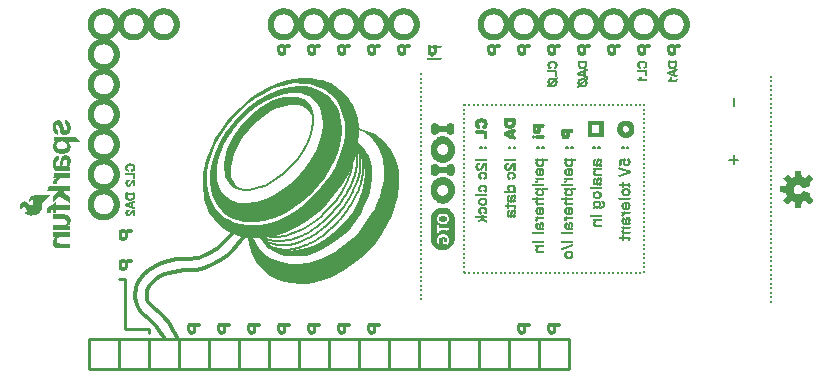
<source format=gbr>
G04 EAGLE Gerber RS-274X export*
G75*
%MOMM*%
%FSLAX34Y34*%
%LPD*%
%INSilkscreen Bottom*%
%IPPOS*%
%AMOC8*
5,1,8,0,0,1.08239X$1,22.5*%
G01*
%ADD10C,0.254000*%
%ADD11C,0.508000*%
%ADD12R,0.016987X0.067950*%
%ADD13R,0.016987X0.050963*%
%ADD14R,0.016987X0.118913*%
%ADD15R,0.016987X0.339756*%
%ADD16R,0.016987X0.135900*%
%ADD17R,0.016987X0.152888*%
%ADD18R,0.016987X0.424694*%
%ADD19R,0.016987X0.492644*%
%ADD20R,0.016987X0.169875*%
%ADD21R,0.016987X0.526619*%
%ADD22R,0.016987X0.560594*%
%ADD23R,0.016987X0.577581*%
%ADD24R,0.016987X0.594569*%
%ADD25R,0.016987X0.611556*%
%ADD26R,0.016987X0.254812*%
%ADD27R,0.016987X0.186863*%
%ADD28R,0.016987X0.220838*%
%ADD29R,0.016987X0.203850*%
%ADD30R,0.016987X0.543606*%
%ADD31R,0.016987X0.322769*%
%ADD32R,0.016987X0.322763*%
%ADD33R,0.016987X0.237825*%
%ADD34R,0.016987X0.288788*%
%ADD35R,0.016987X0.101925*%
%ADD36R,0.016987X0.084937*%
%ADD37R,0.016987X0.441681*%
%ADD38R,0.016987X0.390713*%
%ADD39R,0.016987X0.458669*%
%ADD40R,0.016987X0.509631*%
%ADD41R,0.016987X0.339750*%
%ADD42R,0.016987X0.271806*%
%ADD43R,0.016987X0.305781*%
%ADD44R,0.016987X0.271800*%
%ADD45R,0.016987X0.373731*%
%ADD46R,0.016987X0.373725*%
%ADD47R,0.016987X0.356744*%
%ADD48R,0.016987X0.305775*%
%ADD49R,0.016987X0.390719*%
%ADD50R,0.016987X0.475656*%
%ADD51R,0.016987X0.628544*%
%ADD52R,0.016987X0.356738*%
%ADD53R,0.016987X0.288794*%
%ADD54R,0.016987X0.662519*%
%ADD55R,0.016987X0.679506*%
%ADD56R,0.016987X0.696500*%
%ADD57R,0.016987X0.016987*%
%ADD58R,0.016987X0.407706*%
%ADD59R,0.016987X0.424687*%
%ADD60R,0.016987X0.407700*%
%ADD61R,0.016987X1.308056*%
%ADD62R,0.016987X0.254819*%
%ADD63R,0.016987X0.237831*%
%ADD64R,0.016987X0.645531*%
%ADD65R,0.016987X0.713481*%
%ADD66R,0.016987X0.747463*%
%ADD67R,0.016987X0.764450*%
%ADD68R,0.016987X0.781438*%
%ADD69R,0.016987X0.798425*%
%ADD70R,0.016987X0.815412*%
%ADD71R,0.016987X0.832400*%
%ADD72R,0.016987X0.713488*%
%ADD73R,0.016987X0.730469*%
%ADD74R,0.016987X0.764444*%
%ADD75R,0.016987X0.781431*%
%ADD76R,0.016987X0.798419*%
%ADD77R,0.016987X0.815406*%
%ADD78R,0.016987X0.832394*%
%ADD79R,0.016987X0.747456*%
%ADD80R,0.016987X0.696494*%
%ADD81R,0.016987X0.866375*%
%ADD82R,0.016987X0.849388*%
%ADD83R,0.016987X0.033975*%
%ADD84R,0.016987X0.441675*%
%ADD85R,0.016987X1.970575*%
%ADD86R,0.016987X2.106475*%
%ADD87R,0.016987X2.242375*%
%ADD88R,0.016987X2.327319*%
%ADD89R,0.016987X0.917338*%
%ADD90R,0.016987X2.412256*%
%ADD91R,0.016987X0.985288*%
%ADD92R,0.016987X1.002275*%
%ADD93R,0.016987X2.480206*%
%ADD94R,0.016987X1.053238*%
%ADD95R,0.016987X1.070225*%
%ADD96R,0.016987X2.548156*%
%ADD97R,0.016987X1.121188*%
%ADD98R,0.016987X2.616106*%
%ADD99R,0.016987X1.189137*%
%ADD100R,0.016987X1.189144*%
%ADD101R,0.016987X0.883363*%
%ADD102R,0.016987X2.650081*%
%ADD103R,0.016987X1.257094*%
%ADD104R,0.016987X0.900350*%
%ADD105R,0.016987X1.240106*%
%ADD106R,0.016987X2.718038*%
%ADD107R,0.016987X1.291069*%
%ADD108R,0.016987X2.752013*%
%ADD109R,0.016987X1.359019*%
%ADD110R,0.016987X0.934325*%
%ADD111R,0.016987X1.342031*%
%ADD112R,0.016987X2.819962*%
%ADD113R,0.016987X1.392994*%
%ADD114R,0.016987X2.853938*%
%ADD115R,0.016987X1.426969*%
%ADD116R,0.016987X0.951313*%
%ADD117R,0.016987X2.887913*%
%ADD118R,0.016987X1.477931*%
%ADD119R,0.016987X2.921887*%
%ADD120R,0.016987X1.528894*%
%ADD121R,0.016987X0.968300*%
%ADD122R,0.016987X1.511906*%
%ADD123R,0.016987X2.955863*%
%ADD124R,0.016987X1.562869*%
%ADD125R,0.016987X2.989838*%
%ADD126R,0.016987X1.596844*%
%ADD127R,0.016987X3.023813*%
%ADD128R,0.016987X1.630819*%
%ADD129R,0.016987X1.630825*%
%ADD130R,0.016987X3.057788*%
%ADD131R,0.016987X1.664794*%
%ADD132R,0.016987X1.664800*%
%ADD133R,0.016987X3.091763*%
%ADD134R,0.016987X1.698775*%
%ADD135R,0.016987X1.681787*%
%ADD136R,0.016987X3.125738*%
%ADD137R,0.016987X1.715763*%
%ADD138R,0.016987X3.159713*%
%ADD139R,0.016987X1.732750*%
%ADD140R,0.016987X1.749738*%
%ADD141R,0.016987X3.176706*%
%ADD142R,0.016987X1.766725*%
%ADD143R,0.016987X3.193694*%
%ADD144R,0.016987X1.800700*%
%ADD145R,0.016987X3.227669*%
%ADD146R,0.016987X1.834675*%
%ADD147R,0.016987X1.817688*%
%ADD148R,0.016987X1.545881*%
%ADD149R,0.016987X1.851662*%
%ADD150R,0.016987X1.868650*%
%ADD151R,0.016987X1.902625*%
%ADD152R,0.016987X1.885638*%
%ADD153R,0.016987X0.730475*%
%ADD154R,0.016987X0.679513*%
%ADD155R,0.016987X1.036250*%
%ADD156R,0.016987X1.019262*%
%ADD157R,0.016987X0.866369*%
%ADD158R,0.016987X3.261644*%
%ADD159R,0.016987X3.244656*%
%ADD160R,0.016987X1.494919*%
%ADD161R,0.016987X1.443956*%
%ADD162R,0.016987X2.785988*%
%ADD163R,0.016987X1.206131*%
%ADD164R,0.016987X2.582131*%
%ADD165R,0.016987X1.155163*%
%ADD166R,0.016987X1.138175*%
%ADD167R,0.016987X2.531169*%
%ADD168R,0.016987X1.087213*%
%ADD169R,0.016987X0.849381*%
%ADD170R,0.016987X2.378281*%
%ADD171R,0.016987X2.310331*%
%ADD172R,0.016987X2.208400*%
%ADD173R,0.016987X2.089488*%
%ADD174R,0.127000X0.254000*%
%ADD175R,0.254000X0.127000*%
%ADD176C,0.177800*%
%ADD177C,0.381000*%
%ADD178C,0.355600*%
%ADD179C,0.127000*%
%ADD180C,0.203200*%

G36*
X248147Y72593D02*
X248147Y72593D01*
X248150Y72595D01*
X248153Y72593D01*
X253811Y73423D01*
X253814Y73426D01*
X253816Y73425D01*
X259347Y74882D01*
X259349Y74886D01*
X259352Y74884D01*
X269219Y78654D01*
X269221Y78657D01*
X269224Y78656D01*
X278655Y83414D01*
X278656Y83417D01*
X278659Y83416D01*
X287555Y89113D01*
X287556Y89116D01*
X287558Y89115D01*
X294451Y94536D01*
X294452Y94539D01*
X294454Y94539D01*
X300822Y100567D01*
X300822Y100571D01*
X300825Y100570D01*
X306615Y107155D01*
X306615Y107159D01*
X306618Y107159D01*
X311838Y114347D01*
X311838Y114351D01*
X311841Y114351D01*
X316359Y122000D01*
X316358Y122004D01*
X316361Y122004D01*
X320135Y130046D01*
X320134Y130050D01*
X320137Y130051D01*
X323134Y138413D01*
X323133Y138417D01*
X323136Y138418D01*
X325291Y147215D01*
X325289Y147219D01*
X325292Y147220D01*
X326439Y156204D01*
X326437Y156207D01*
X326439Y156209D01*
X326542Y161496D01*
X326540Y161499D01*
X326542Y161501D01*
X326107Y166771D01*
X326104Y166774D01*
X326106Y166776D01*
X325137Y171974D01*
X325134Y171977D01*
X325136Y171979D01*
X323643Y177052D01*
X323640Y177054D01*
X323642Y177056D01*
X322257Y180547D01*
X322254Y180549D01*
X322255Y180551D01*
X320592Y183918D01*
X320589Y183919D01*
X320590Y183922D01*
X318534Y187284D01*
X318530Y187286D01*
X318531Y187288D01*
X316153Y190431D01*
X316149Y190432D01*
X316150Y190435D01*
X313472Y193327D01*
X313468Y193328D01*
X313469Y193331D01*
X310496Y195950D01*
X310493Y195950D01*
X310492Y195953D01*
X307263Y198247D01*
X307259Y198247D01*
X307259Y198250D01*
X303808Y200195D01*
X303804Y200194D01*
X303804Y200197D01*
X299074Y202236D01*
X299070Y202235D01*
X299069Y202238D01*
X294147Y203755D01*
X294145Y203754D01*
X294144Y203756D01*
X292334Y204208D01*
X292216Y205867D01*
X292214Y205869D01*
X292216Y205872D01*
X291128Y212011D01*
X291125Y212013D01*
X291127Y212016D01*
X289405Y218008D01*
X289402Y218010D01*
X289403Y218013D01*
X287066Y223792D01*
X287062Y223795D01*
X287063Y223798D01*
X285109Y227386D01*
X285105Y227388D01*
X285106Y227391D01*
X282723Y230710D01*
X282719Y230711D01*
X282719Y230715D01*
X279944Y233713D01*
X279940Y233714D01*
X279940Y233717D01*
X276312Y236871D01*
X276308Y236871D01*
X276308Y236873D01*
X272402Y239676D01*
X272399Y239675D01*
X272399Y239678D01*
X268249Y242105D01*
X268245Y242104D01*
X268245Y242107D01*
X265145Y243534D01*
X265142Y243533D01*
X265141Y243536D01*
X261912Y244640D01*
X261908Y244639D01*
X261907Y244642D01*
X258583Y245412D01*
X258581Y245411D01*
X258581Y245412D01*
X251469Y246682D01*
X251467Y246682D01*
X251463Y246682D01*
X251462Y246683D01*
X244350Y246937D01*
X244345Y246934D01*
X244342Y246937D01*
X236468Y245921D01*
X236464Y245918D01*
X236462Y245920D01*
X228588Y243888D01*
X228587Y243886D01*
X228586Y243887D01*
X221982Y241855D01*
X221978Y241850D01*
X221975Y241852D01*
X214609Y238296D01*
X214608Y238294D01*
X214606Y238295D01*
X206478Y233723D01*
X206476Y233719D01*
X206474Y233720D01*
X202156Y230672D01*
X202155Y230671D01*
X202154Y230671D01*
X196820Y226607D01*
X196819Y226604D01*
X196817Y226604D01*
X191229Y221524D01*
X191228Y221524D01*
X186148Y216698D01*
X186147Y216694D01*
X186144Y216694D01*
X180556Y210090D01*
X180556Y210088D01*
X180555Y210088D01*
X175221Y202976D01*
X175221Y202972D01*
X175218Y202972D01*
X170646Y195606D01*
X170646Y195603D01*
X170644Y195602D01*
X167596Y189506D01*
X167596Y189503D01*
X167595Y189503D01*
X165055Y183407D01*
X165055Y183405D01*
X165053Y183404D01*
X163021Y177562D01*
X163023Y177558D01*
X163020Y177557D01*
X162004Y173239D01*
X161242Y169937D01*
X161242Y169936D01*
X160291Y165408D01*
X160293Y165403D01*
X160290Y165401D01*
X159971Y160785D01*
X159972Y160783D01*
X159971Y160782D01*
X159971Y155956D01*
X159973Y155954D01*
X159971Y155952D01*
X160225Y152650D01*
X160226Y152649D01*
X160225Y152649D01*
X160733Y148077D01*
X160735Y148075D01*
X160733Y148074D01*
X161495Y143502D01*
X161499Y143498D01*
X161497Y143495D01*
X162767Y139431D01*
X162771Y139428D01*
X162769Y139425D01*
X164801Y135108D01*
X165776Y132740D01*
X165781Y132737D01*
X165780Y132733D01*
X167090Y130531D01*
X167094Y130529D01*
X167093Y130526D01*
X169759Y126994D01*
X169762Y126993D01*
X169762Y126991D01*
X172683Y123666D01*
X172687Y123665D01*
X172686Y123662D01*
X175335Y121198D01*
X175340Y121198D01*
X175340Y121194D01*
X178279Y119086D01*
X178282Y119086D01*
X178282Y119084D01*
X182346Y116544D01*
X182350Y116545D01*
X182351Y116541D01*
X186669Y114509D01*
X186673Y114510D01*
X186674Y114507D01*
X192516Y112475D01*
X192520Y112477D01*
X192521Y112474D01*
X197093Y111458D01*
X197096Y111459D01*
X197097Y111457D01*
X198580Y111245D01*
X198579Y111244D01*
X199360Y106243D01*
X199362Y106241D01*
X199361Y106239D01*
X200612Y101334D01*
X200615Y101332D01*
X200614Y101330D01*
X201296Y99393D01*
X201299Y99391D01*
X201298Y99389D01*
X202139Y97516D01*
X202140Y97515D01*
X202140Y97514D01*
X205442Y90910D01*
X205450Y90906D01*
X205449Y90900D01*
X209703Y85899D01*
X209706Y85898D01*
X209706Y85896D01*
X214341Y81245D01*
X214345Y81245D01*
X214345Y81242D01*
X216598Y79407D01*
X216603Y79407D01*
X216603Y79403D01*
X219072Y77871D01*
X219077Y77871D01*
X219077Y77868D01*
X221722Y76663D01*
X221726Y76664D01*
X221727Y76661D01*
X229111Y74327D01*
X229115Y74328D01*
X229117Y74325D01*
X236719Y72850D01*
X236722Y72852D01*
X236724Y72849D01*
X242426Y72401D01*
X242429Y72403D01*
X242431Y72400D01*
X248147Y72593D01*
G37*
%LPC*%
G36*
X202693Y121969D02*
X202693Y121969D01*
X197335Y122191D01*
X192034Y122984D01*
X187404Y124257D01*
X182982Y126128D01*
X178844Y128565D01*
X175461Y131250D01*
X172504Y134398D01*
X169907Y137954D01*
X167684Y141755D01*
X166190Y145087D01*
X165086Y148568D01*
X164387Y152154D01*
X163625Y157737D01*
X163625Y163574D01*
X163879Y167126D01*
X165402Y175756D01*
X168448Y184895D01*
X170478Y189717D01*
X175302Y198602D01*
X180380Y205965D01*
X184442Y211296D01*
X189012Y216120D01*
X195612Y222721D01*
X198911Y225258D01*
X205259Y229829D01*
X209829Y232621D01*
X214144Y234906D01*
X218532Y237130D01*
X223114Y238912D01*
X227850Y240236D01*
X233437Y241506D01*
X233440Y241510D01*
X233443Y241508D01*
X234587Y241922D01*
X235773Y242176D01*
X236983Y242267D01*
X246376Y242013D01*
X250751Y241433D01*
X255000Y240237D01*
X260193Y238075D01*
X265150Y235416D01*
X267911Y233483D01*
X270377Y231187D01*
X272502Y228571D01*
X275259Y224108D01*
X277468Y219350D01*
X279098Y214364D01*
X280167Y208842D01*
X280507Y203229D01*
X280113Y197617D01*
X279352Y192034D01*
X277067Y184164D01*
X274864Y177116D01*
X271802Y170398D01*
X267929Y164112D01*
X260531Y154577D01*
X252299Y145750D01*
X243301Y137706D01*
X237348Y133339D01*
X230980Y129603D01*
X224264Y126538D01*
X216890Y124087D01*
X209287Y122477D01*
X205990Y121969D01*
X202693Y121969D01*
G37*
%LPD*%
G36*
X205489Y124665D02*
X205489Y124665D01*
X205491Y124666D01*
X205492Y124665D01*
X211783Y125437D01*
X211786Y125440D01*
X211789Y125438D01*
X217944Y126952D01*
X217946Y126955D01*
X217949Y126954D01*
X223340Y128913D01*
X223342Y128916D01*
X223344Y128914D01*
X228525Y131377D01*
X228526Y131380D01*
X228529Y131379D01*
X233451Y134324D01*
X233452Y134327D01*
X233455Y134326D01*
X244885Y142454D01*
X244885Y142457D01*
X244888Y142456D01*
X249924Y146673D01*
X249925Y146676D01*
X249928Y146676D01*
X254543Y151349D01*
X254544Y151353D01*
X254546Y151353D01*
X263436Y162275D01*
X263436Y162279D01*
X263439Y162279D01*
X268063Y169399D01*
X268063Y169403D01*
X268066Y169404D01*
X271824Y177016D01*
X271823Y177020D01*
X271826Y177021D01*
X274238Y183413D01*
X274238Y183416D01*
X274240Y183417D01*
X276145Y189978D01*
X276144Y189981D01*
X276146Y189982D01*
X277087Y194671D01*
X277085Y194674D01*
X277087Y194675D01*
X277597Y199430D01*
X277595Y199433D01*
X277597Y199434D01*
X277671Y204215D01*
X277669Y204218D01*
X277671Y204220D01*
X277204Y209848D01*
X277201Y209851D01*
X277203Y209853D01*
X276146Y215401D01*
X276143Y215404D01*
X276145Y215407D01*
X275048Y218895D01*
X275044Y218898D01*
X275045Y218901D01*
X273513Y222221D01*
X273509Y222223D01*
X273510Y222226D01*
X271568Y225324D01*
X271564Y225326D01*
X271564Y225329D01*
X268809Y228778D01*
X268806Y228778D01*
X268806Y228781D01*
X265719Y231936D01*
X265715Y231937D01*
X265715Y231940D01*
X263764Y233542D01*
X263759Y233542D01*
X263759Y233545D01*
X261632Y234906D01*
X261628Y234906D01*
X261627Y234909D01*
X259356Y236010D01*
X259352Y236010D01*
X259351Y236012D01*
X251985Y238806D01*
X251978Y238804D01*
X251975Y238809D01*
X246641Y239571D01*
X246638Y239569D01*
X246636Y239571D01*
X241048Y239825D01*
X241044Y239822D01*
X241042Y239825D01*
X234946Y239317D01*
X234943Y239314D01*
X234940Y239316D01*
X228590Y238046D01*
X228587Y238042D01*
X228584Y238045D01*
X221980Y235759D01*
X221978Y235756D01*
X221976Y235757D01*
X214102Y232201D01*
X214100Y232197D01*
X214096Y232198D01*
X206984Y227880D01*
X206983Y227877D01*
X206981Y227878D01*
X197075Y220512D01*
X197073Y220507D01*
X197070Y220508D01*
X190720Y214412D01*
X190719Y214408D01*
X190717Y214408D01*
X186145Y209074D01*
X186145Y209073D01*
X186144Y209073D01*
X182842Y205009D01*
X182842Y205006D01*
X182840Y205006D01*
X179284Y199926D01*
X179284Y199924D01*
X179282Y199924D01*
X174964Y192812D01*
X174964Y192808D01*
X174961Y192807D01*
X171151Y184679D01*
X171152Y184675D01*
X171149Y184674D01*
X168863Y178070D01*
X168865Y178067D01*
X168862Y178066D01*
X167338Y171716D01*
X167339Y171713D01*
X167337Y171712D01*
X166321Y165362D01*
X166324Y165357D01*
X166321Y165354D01*
X166321Y157734D01*
X166323Y157730D01*
X166321Y157728D01*
X166829Y153410D01*
X166832Y153408D01*
X166830Y153406D01*
X168100Y147564D01*
X168105Y147560D01*
X168102Y147556D01*
X170134Y142476D01*
X170140Y142472D01*
X170138Y142468D01*
X172678Y138404D01*
X172683Y138402D01*
X172682Y138399D01*
X175984Y134335D01*
X175990Y134333D01*
X175990Y134329D01*
X179800Y131027D01*
X179806Y131026D01*
X179806Y131022D01*
X184378Y128228D01*
X184384Y128229D01*
X184385Y128224D01*
X188703Y126446D01*
X188708Y126448D01*
X188709Y126444D01*
X192519Y125428D01*
X192522Y125430D01*
X192523Y125428D01*
X195317Y124920D01*
X195320Y124921D01*
X195321Y124919D01*
X197861Y124665D01*
X197862Y124666D01*
X197863Y124665D01*
X201419Y124411D01*
X201423Y124414D01*
X201425Y124411D01*
X205489Y124665D01*
G37*
%LPC*%
G36*
X195328Y140511D02*
X195328Y140511D01*
X190257Y141018D01*
X186199Y142540D01*
X183666Y143554D01*
X180370Y145835D01*
X178498Y147355D01*
X176882Y149142D01*
X175557Y151154D01*
X173959Y154495D01*
X172768Y158001D01*
X172219Y160638D01*
X172007Y163326D01*
X172005Y163328D01*
X172007Y163330D01*
X171753Y164850D01*
X171753Y167637D01*
X172261Y172205D01*
X172768Y175504D01*
X173783Y179563D01*
X176068Y185655D01*
X178352Y191240D01*
X179874Y193777D01*
X179874Y193778D01*
X179875Y193778D01*
X182160Y197840D01*
X184698Y201393D01*
X184698Y201395D01*
X184699Y201395D01*
X186730Y204441D01*
X189014Y207232D01*
X193584Y212310D01*
X196883Y215610D01*
X200691Y218910D01*
X203737Y221194D01*
X207582Y223871D01*
X211606Y226271D01*
X219222Y230079D01*
X223952Y231888D01*
X228863Y233124D01*
X235970Y234139D01*
X238350Y234236D01*
X240725Y234066D01*
X243067Y233632D01*
X246538Y232631D01*
X249916Y231349D01*
X251318Y230619D01*
X252591Y229685D01*
X253711Y228566D01*
X256755Y225268D01*
X259290Y221212D01*
X260556Y217918D01*
X261317Y213861D01*
X261825Y209547D01*
X261825Y204982D01*
X261064Y200671D01*
X259287Y194071D01*
X255733Y184933D01*
X251164Y176810D01*
X246595Y170465D01*
X238979Y161579D01*
X233902Y157264D01*
X230856Y154725D01*
X225271Y150663D01*
X220703Y147871D01*
X215371Y145333D01*
X210495Y143238D01*
X205475Y141526D01*
X196593Y140511D01*
X195328Y140511D01*
G37*
%LPD*%
%LPC*%
G36*
X229890Y100789D02*
X229890Y100789D01*
X226659Y101384D01*
X223538Y102408D01*
X218971Y104438D01*
X217705Y105197D01*
X214917Y107225D01*
X211460Y111143D01*
X212601Y111203D01*
X212604Y111205D01*
X212606Y111203D01*
X215908Y111711D01*
X215910Y111714D01*
X215912Y111712D01*
X222262Y113236D01*
X222264Y113239D01*
X222266Y113237D01*
X231410Y116285D01*
X231412Y116289D01*
X231415Y116287D01*
X238019Y119335D01*
X238020Y119339D01*
X238023Y119338D01*
X245389Y123656D01*
X245390Y123659D01*
X245392Y123658D01*
X251488Y127976D01*
X251489Y127978D01*
X251490Y127977D01*
X258602Y133565D01*
X258603Y133569D01*
X258606Y133569D01*
X265464Y140173D01*
X265465Y140176D01*
X265467Y140176D01*
X271563Y147288D01*
X271564Y147291D01*
X271566Y147291D01*
X277916Y155927D01*
X277916Y155931D01*
X277918Y155931D01*
X283760Y165837D01*
X283760Y165842D01*
X283764Y165843D01*
X286812Y173209D01*
X286811Y173210D01*
X286812Y173210D01*
X288844Y178544D01*
X288843Y178547D01*
X288845Y178547D01*
X290958Y185308D01*
X294087Y179050D01*
X295378Y175675D01*
X296370Y172201D01*
X297075Y168092D01*
X297245Y163926D01*
X296877Y159773D01*
X295794Y154241D01*
X295766Y154141D01*
X295711Y153944D01*
X295655Y153747D01*
X295475Y153106D01*
X295420Y152909D01*
X295364Y152712D01*
X295309Y152515D01*
X295253Y152318D01*
X295198Y152121D01*
X295143Y151924D01*
X295087Y151727D01*
X295032Y151530D01*
X294976Y151333D01*
X294921Y151136D01*
X294866Y150939D01*
X294741Y150496D01*
X294686Y150299D01*
X294630Y150102D01*
X294575Y149905D01*
X294519Y149708D01*
X294464Y149511D01*
X294409Y149314D01*
X294353Y149117D01*
X294298Y148920D01*
X294268Y148815D01*
X292309Y143529D01*
X289895Y138441D01*
X287010Y133605D01*
X283680Y129063D01*
X277230Y121852D01*
X270098Y115315D01*
X262355Y109515D01*
X256694Y106207D01*
X250655Y103656D01*
X244337Y101902D01*
X238784Y101008D01*
X233171Y100633D01*
X229890Y100789D01*
G37*
%LPD*%
%LPC*%
G36*
X233924Y89300D02*
X233924Y89300D01*
X231149Y89710D01*
X226538Y90823D01*
X222013Y92248D01*
X219418Y93328D01*
X216957Y94685D01*
X214661Y96305D01*
X210346Y100111D01*
X208014Y102671D01*
X205977Y105472D01*
X204260Y108481D01*
X203026Y110949D01*
X207772Y110949D01*
X207774Y110950D01*
X207775Y110949D01*
X208739Y111000D01*
X208739Y110998D01*
X208751Y110982D01*
X208747Y110971D01*
X210924Y107667D01*
X210929Y107665D01*
X210929Y107661D01*
X213554Y104701D01*
X213559Y104700D01*
X213559Y104696D01*
X216579Y102139D01*
X216584Y102139D01*
X216585Y102135D01*
X219938Y100034D01*
X219943Y100035D01*
X219944Y100031D01*
X224723Y97902D01*
X224728Y97903D01*
X224730Y97900D01*
X229757Y96451D01*
X229762Y96453D01*
X229764Y96450D01*
X234943Y95709D01*
X234947Y95712D01*
X234950Y95709D01*
X241031Y95668D01*
X241035Y95671D01*
X241037Y95668D01*
X247071Y96427D01*
X247074Y96431D01*
X247077Y96429D01*
X252958Y97975D01*
X252961Y97979D01*
X252964Y97977D01*
X258591Y100284D01*
X258593Y100288D01*
X258596Y100287D01*
X266252Y104500D01*
X266254Y104503D01*
X266256Y104502D01*
X273475Y109428D01*
X273476Y109431D01*
X273479Y109431D01*
X280194Y115024D01*
X280194Y115028D01*
X280197Y115027D01*
X285240Y120144D01*
X285240Y120148D01*
X285243Y120147D01*
X289747Y125743D01*
X289747Y125747D01*
X289750Y125747D01*
X293670Y131767D01*
X293670Y131771D01*
X293673Y131771D01*
X296970Y138153D01*
X296969Y138155D01*
X296971Y138156D01*
X300781Y146538D01*
X300779Y146545D01*
X300784Y146547D01*
X302503Y154236D01*
X302502Y154239D01*
X302504Y154240D01*
X303579Y162045D01*
X303577Y162049D01*
X303579Y162051D01*
X303721Y166733D01*
X303718Y166737D01*
X303721Y166739D01*
X303253Y171401D01*
X303250Y171404D01*
X303252Y171407D01*
X302183Y175968D01*
X302179Y175971D01*
X302181Y175974D01*
X300528Y180357D01*
X300524Y180360D01*
X300526Y180363D01*
X298642Y183932D01*
X298638Y183934D01*
X298639Y183937D01*
X296342Y187255D01*
X296338Y187256D01*
X296338Y187259D01*
X293661Y190279D01*
X293659Y190279D01*
X293659Y190281D01*
X291911Y192029D01*
X292657Y199639D01*
X292654Y199645D01*
X292657Y199647D01*
X292464Y202366D01*
X294881Y201882D01*
X295782Y201588D01*
X296628Y201165D01*
X297404Y200621D01*
X300197Y198336D01*
X302374Y196537D01*
X304326Y194500D01*
X306029Y192250D01*
X309583Y186413D01*
X310460Y184560D01*
X311103Y182612D01*
X312372Y177787D01*
X313066Y174903D01*
X313387Y171955D01*
X313387Y164086D01*
X313120Y160648D01*
X312625Y157235D01*
X311331Y151337D01*
X311294Y151214D01*
X311249Y151066D01*
X310697Y149244D01*
X310652Y149096D01*
X310607Y148948D01*
X310562Y148801D01*
X310562Y148800D01*
X310517Y148653D01*
X309965Y146831D01*
X309965Y146830D01*
X309920Y146683D01*
X309876Y146535D01*
X309831Y146387D01*
X309786Y146240D01*
X309579Y145558D01*
X307706Y140669D01*
X305518Y135911D01*
X304503Y133883D01*
X296124Y121187D01*
X292131Y116077D01*
X287495Y111543D01*
X276576Y102655D01*
X272028Y99478D01*
X267190Y96763D01*
X262109Y94533D01*
X259061Y93263D01*
X257192Y92531D01*
X255257Y91996D01*
X249163Y90472D01*
X246145Y89802D01*
X243074Y89457D01*
X236728Y89203D01*
X233924Y89300D01*
G37*
%LPD*%
G36*
X191527Y152615D02*
X191527Y152615D01*
X191546Y152615D01*
X191546Y152626D01*
X191561Y152635D01*
X191546Y152662D01*
X191546Y152693D01*
X190532Y153453D01*
X189266Y154719D01*
X187491Y156749D01*
X186225Y158521D01*
X184958Y161307D01*
X184199Y164092D01*
X183945Y168403D01*
X183945Y170431D01*
X184409Y174505D01*
X185343Y178497D01*
X186736Y182354D01*
X189020Y187685D01*
X192574Y194284D01*
X196127Y199106D01*
X199173Y202914D01*
X204250Y208244D01*
X207041Y210528D01*
X210850Y213575D01*
X214430Y216139D01*
X218210Y218397D01*
X223286Y220935D01*
X227011Y222341D01*
X230895Y223218D01*
X234192Y223725D01*
X237996Y223725D01*
X240530Y223471D01*
X244075Y222712D01*
X246862Y220938D01*
X249139Y219421D01*
X249641Y218667D01*
X249645Y218665D01*
X249645Y218662D01*
X251165Y216889D01*
X252430Y214358D01*
X252935Y212589D01*
X253189Y209039D01*
X253228Y208994D01*
X253234Y208999D01*
X253238Y208993D01*
X254000Y208993D01*
X254047Y209029D01*
X254046Y209031D01*
X254048Y209032D01*
X254046Y209034D01*
X254049Y209036D01*
X254303Y211068D01*
X254299Y211074D01*
X254303Y211078D01*
X254049Y214634D01*
X254047Y214636D01*
X254049Y214638D01*
X253541Y217686D01*
X253536Y217691D01*
X253538Y217695D01*
X252268Y221251D01*
X252263Y221254D01*
X252265Y221259D01*
X250487Y224307D01*
X250480Y224310D01*
X250481Y224315D01*
X248195Y226855D01*
X248187Y226856D01*
X248187Y226862D01*
X245393Y228894D01*
X245385Y228894D01*
X245384Y228899D01*
X243098Y229915D01*
X243092Y229914D01*
X243090Y229918D01*
X240042Y230680D01*
X240036Y230677D01*
X240033Y230681D01*
X235461Y230935D01*
X235456Y230932D01*
X235454Y230935D01*
X229866Y230427D01*
X229862Y230424D01*
X229860Y230426D01*
X225034Y229410D01*
X225031Y229407D01*
X225028Y229409D01*
X218170Y227123D01*
X218166Y227116D01*
X218161Y227118D01*
X209271Y221784D01*
X209269Y221780D01*
X209266Y221781D01*
X201138Y215431D01*
X201136Y215425D01*
X201132Y215425D01*
X191988Y205519D01*
X191987Y205515D01*
X191984Y205515D01*
X185634Y196625D01*
X185634Y196618D01*
X185630Y196618D01*
X181566Y188236D01*
X181567Y188230D01*
X181563Y188229D01*
X180039Y183403D01*
X180040Y183401D01*
X180038Y183400D01*
X178768Y178320D01*
X178769Y178317D01*
X178767Y178316D01*
X178005Y173744D01*
X178008Y173739D01*
X178005Y173736D01*
X178005Y169418D01*
X178008Y169413D01*
X178005Y169410D01*
X178513Y166362D01*
X178515Y166360D01*
X178514Y166359D01*
X179276Y163057D01*
X179281Y163053D01*
X179279Y163049D01*
X180549Y160001D01*
X180555Y159997D01*
X180554Y159992D01*
X182332Y157452D01*
X182338Y157450D01*
X182337Y157445D01*
X185385Y154397D01*
X185401Y154395D01*
X185404Y154385D01*
X186166Y154131D01*
X186172Y154133D01*
X186174Y154132D01*
X186185Y154132D01*
X186199Y154142D01*
X186206Y154145D01*
X186217Y154143D01*
X186446Y154372D01*
X189462Y152864D01*
X189474Y152866D01*
X189478Y152859D01*
X191510Y152605D01*
X191527Y152615D01*
G37*
G36*
X666145Y136780D02*
X666145Y136780D01*
X666253Y136794D01*
X666265Y136800D01*
X666279Y136802D01*
X666375Y136854D01*
X666472Y136901D01*
X666482Y136911D01*
X666494Y136917D01*
X666568Y136997D01*
X666645Y137073D01*
X666651Y137085D01*
X666661Y137096D01*
X666706Y137194D01*
X666754Y137291D01*
X666758Y137309D01*
X666762Y137318D01*
X666764Y137339D01*
X666783Y137436D01*
X667226Y141787D01*
X668385Y142158D01*
X668403Y142168D01*
X668500Y142206D01*
X669582Y142763D01*
X672972Y139999D01*
X673066Y139945D01*
X673158Y139888D01*
X673171Y139885D01*
X673183Y139878D01*
X673290Y139857D01*
X673395Y139832D01*
X673409Y139834D01*
X673423Y139831D01*
X673530Y139846D01*
X673638Y139856D01*
X673651Y139862D01*
X673665Y139864D01*
X673762Y139912D01*
X673861Y139957D01*
X673874Y139968D01*
X673883Y139972D01*
X673898Y139988D01*
X673975Y140050D01*
X676560Y142635D01*
X676623Y142724D01*
X676689Y142809D01*
X676694Y142822D01*
X676702Y142834D01*
X676733Y142937D01*
X676769Y143040D01*
X676769Y143054D01*
X676773Y143067D01*
X676769Y143175D01*
X676770Y143284D01*
X676765Y143297D01*
X676765Y143311D01*
X676727Y143413D01*
X676692Y143515D01*
X676683Y143530D01*
X676679Y143539D01*
X676665Y143556D01*
X676611Y143638D01*
X673847Y147028D01*
X674404Y148110D01*
X674421Y148163D01*
X674447Y148212D01*
X674458Y148278D01*
X674479Y148342D01*
X674478Y148398D01*
X674487Y148452D01*
X674476Y148519D01*
X674475Y148586D01*
X674457Y148638D01*
X674448Y148693D01*
X674416Y148753D01*
X674393Y148816D01*
X674359Y148859D01*
X674333Y148909D01*
X674284Y148955D01*
X674242Y149007D01*
X674195Y149038D01*
X674155Y149076D01*
X674050Y149132D01*
X674037Y149140D01*
X674032Y149141D01*
X674025Y149145D01*
X668828Y151298D01*
X668729Y151321D01*
X668631Y151350D01*
X668610Y151349D01*
X668590Y151354D01*
X668489Y151344D01*
X668388Y151339D01*
X668368Y151332D01*
X668347Y151330D01*
X668255Y151288D01*
X668160Y151251D01*
X668144Y151238D01*
X668125Y151229D01*
X668051Y151160D01*
X667973Y151095D01*
X667957Y151072D01*
X667947Y151062D01*
X667935Y151041D01*
X667888Y150974D01*
X667382Y150075D01*
X666738Y149388D01*
X665950Y148873D01*
X665062Y148561D01*
X664125Y148469D01*
X663193Y148602D01*
X662319Y148953D01*
X661554Y149502D01*
X660941Y150216D01*
X660516Y151056D01*
X660302Y151973D01*
X660312Y152914D01*
X660546Y153826D01*
X660989Y154656D01*
X661618Y155357D01*
X662395Y155889D01*
X663276Y156220D01*
X664211Y156333D01*
X665128Y156225D01*
X665996Y155905D01*
X666765Y155391D01*
X667392Y154712D01*
X667887Y153828D01*
X667951Y153748D01*
X668011Y153665D01*
X668027Y153653D01*
X668040Y153637D01*
X668126Y153582D01*
X668209Y153522D01*
X668228Y153516D01*
X668245Y153506D01*
X668344Y153481D01*
X668443Y153451D01*
X668462Y153452D01*
X668482Y153447D01*
X668584Y153456D01*
X668686Y153459D01*
X668711Y153467D01*
X668725Y153468D01*
X668747Y153478D01*
X668828Y153502D01*
X674025Y155655D01*
X674072Y155684D01*
X674124Y155705D01*
X674175Y155748D01*
X674232Y155784D01*
X674267Y155827D01*
X674310Y155863D01*
X674344Y155920D01*
X674387Y155972D01*
X674406Y156024D01*
X674435Y156072D01*
X674449Y156138D01*
X674473Y156201D01*
X674475Y156256D01*
X674486Y156310D01*
X674479Y156377D01*
X674481Y156444D01*
X674465Y156498D01*
X674458Y156553D01*
X674414Y156664D01*
X674410Y156678D01*
X674407Y156682D01*
X674404Y156690D01*
X673847Y157772D01*
X676611Y161162D01*
X676665Y161256D01*
X676722Y161348D01*
X676725Y161361D01*
X676732Y161373D01*
X676753Y161480D01*
X676778Y161585D01*
X676776Y161599D01*
X676779Y161613D01*
X676764Y161720D01*
X676754Y161828D01*
X676748Y161841D01*
X676746Y161855D01*
X676698Y161952D01*
X676653Y162051D01*
X676642Y162064D01*
X676638Y162073D01*
X676622Y162088D01*
X676560Y162165D01*
X673975Y164750D01*
X673886Y164813D01*
X673801Y164879D01*
X673788Y164884D01*
X673776Y164892D01*
X673673Y164923D01*
X673570Y164959D01*
X673556Y164959D01*
X673543Y164963D01*
X673435Y164959D01*
X673326Y164960D01*
X673313Y164955D01*
X673299Y164955D01*
X673197Y164917D01*
X673095Y164882D01*
X673080Y164873D01*
X673071Y164869D01*
X673054Y164855D01*
X672972Y164801D01*
X669582Y162037D01*
X668500Y162594D01*
X668480Y162600D01*
X668385Y162642D01*
X667226Y163013D01*
X666783Y167364D01*
X666755Y167468D01*
X666730Y167574D01*
X666723Y167586D01*
X666720Y167599D01*
X666659Y167689D01*
X666602Y167782D01*
X666591Y167790D01*
X666583Y167802D01*
X666497Y167868D01*
X666413Y167937D01*
X666400Y167941D01*
X666389Y167950D01*
X666286Y167984D01*
X666185Y168023D01*
X666167Y168024D01*
X666158Y168028D01*
X666136Y168028D01*
X666038Y168037D01*
X662382Y168037D01*
X662275Y168020D01*
X662167Y168006D01*
X662155Y168000D01*
X662141Y167998D01*
X662045Y167946D01*
X661948Y167899D01*
X661938Y167889D01*
X661926Y167883D01*
X661852Y167803D01*
X661775Y167727D01*
X661769Y167715D01*
X661759Y167705D01*
X661714Y167606D01*
X661666Y167509D01*
X661662Y167491D01*
X661658Y167482D01*
X661656Y167461D01*
X661637Y167364D01*
X661194Y163013D01*
X660035Y162642D01*
X660017Y162632D01*
X659920Y162594D01*
X658838Y162037D01*
X655448Y164801D01*
X655354Y164855D01*
X655262Y164912D01*
X655249Y164915D01*
X655237Y164922D01*
X655130Y164943D01*
X655025Y164968D01*
X655011Y164966D01*
X654997Y164969D01*
X654890Y164954D01*
X654782Y164944D01*
X654769Y164938D01*
X654756Y164936D01*
X654658Y164888D01*
X654559Y164843D01*
X654546Y164832D01*
X654537Y164828D01*
X654522Y164812D01*
X654445Y164750D01*
X651860Y162165D01*
X651797Y162076D01*
X651731Y161991D01*
X651726Y161978D01*
X651718Y161966D01*
X651687Y161863D01*
X651651Y161760D01*
X651651Y161746D01*
X651647Y161733D01*
X651651Y161625D01*
X651650Y161516D01*
X651655Y161503D01*
X651655Y161489D01*
X651693Y161387D01*
X651728Y161285D01*
X651737Y161270D01*
X651741Y161261D01*
X651755Y161244D01*
X651809Y161162D01*
X654573Y157772D01*
X654016Y156690D01*
X654010Y156670D01*
X653968Y156575D01*
X653597Y155416D01*
X649246Y154973D01*
X649142Y154945D01*
X649036Y154920D01*
X649024Y154913D01*
X649011Y154910D01*
X648921Y154849D01*
X648828Y154792D01*
X648820Y154781D01*
X648808Y154773D01*
X648742Y154687D01*
X648674Y154603D01*
X648669Y154590D01*
X648660Y154579D01*
X648626Y154476D01*
X648587Y154375D01*
X648586Y154357D01*
X648582Y154348D01*
X648583Y154326D01*
X648573Y154228D01*
X648573Y150572D01*
X648590Y150465D01*
X648604Y150357D01*
X648610Y150345D01*
X648612Y150331D01*
X648664Y150235D01*
X648711Y150138D01*
X648721Y150128D01*
X648727Y150116D01*
X648807Y150042D01*
X648883Y149965D01*
X648895Y149959D01*
X648906Y149949D01*
X649004Y149904D01*
X649101Y149856D01*
X649119Y149852D01*
X649128Y149848D01*
X649149Y149846D01*
X649246Y149827D01*
X653597Y149384D01*
X653968Y148225D01*
X653978Y148207D01*
X654016Y148110D01*
X654573Y147028D01*
X651809Y143638D01*
X651755Y143544D01*
X651698Y143452D01*
X651695Y143439D01*
X651688Y143427D01*
X651667Y143320D01*
X651642Y143215D01*
X651644Y143201D01*
X651641Y143187D01*
X651656Y143080D01*
X651666Y142972D01*
X651672Y142959D01*
X651674Y142946D01*
X651722Y142848D01*
X651767Y142749D01*
X651778Y142736D01*
X651782Y142727D01*
X651798Y142712D01*
X651860Y142635D01*
X654445Y140050D01*
X654534Y139987D01*
X654619Y139921D01*
X654632Y139916D01*
X654644Y139908D01*
X654747Y139877D01*
X654850Y139841D01*
X654864Y139841D01*
X654877Y139837D01*
X654985Y139841D01*
X655094Y139840D01*
X655107Y139845D01*
X655121Y139845D01*
X655223Y139883D01*
X655325Y139918D01*
X655340Y139927D01*
X655349Y139931D01*
X655366Y139945D01*
X655448Y139999D01*
X658838Y142763D01*
X659920Y142206D01*
X659940Y142200D01*
X660035Y142158D01*
X661194Y141787D01*
X661637Y137436D01*
X661665Y137332D01*
X661690Y137226D01*
X661697Y137214D01*
X661700Y137201D01*
X661761Y137111D01*
X661818Y137018D01*
X661829Y137010D01*
X661837Y136998D01*
X661923Y136932D01*
X662007Y136864D01*
X662020Y136859D01*
X662031Y136850D01*
X662134Y136816D01*
X662235Y136777D01*
X662253Y136776D01*
X662262Y136772D01*
X662284Y136773D01*
X662382Y136763D01*
X666038Y136763D01*
X666145Y136780D01*
G37*
G36*
X16653Y130351D02*
X16653Y130351D01*
X16659Y130356D01*
X16663Y130353D01*
X18463Y130853D01*
X18468Y130859D01*
X18474Y130857D01*
X20274Y131857D01*
X20276Y131862D01*
X20280Y131861D01*
X21180Y132561D01*
X21181Y132566D01*
X21185Y132565D01*
X21985Y133365D01*
X21985Y133368D01*
X21987Y133368D01*
X22687Y134168D01*
X22688Y134174D01*
X22692Y134175D01*
X23292Y135175D01*
X23292Y135181D01*
X23296Y135182D01*
X23696Y136182D01*
X23695Y136186D01*
X23698Y136187D01*
X23700Y136197D01*
X23714Y136246D01*
X23767Y136443D01*
X23781Y136492D01*
X23834Y136689D01*
X23848Y136738D01*
X23861Y136788D01*
X23915Y136985D01*
X23928Y137034D01*
X23929Y137034D01*
X23928Y137034D01*
X23982Y137231D01*
X23996Y137280D01*
X23998Y137287D01*
X23996Y137291D01*
X23999Y137292D01*
X24199Y138492D01*
X24196Y138497D01*
X24199Y138500D01*
X24199Y140396D01*
X24297Y140983D01*
X24590Y141472D01*
X24988Y141969D01*
X25385Y142465D01*
X25982Y142962D01*
X25982Y142966D01*
X25985Y142965D01*
X27282Y144262D01*
X27979Y144760D01*
X27980Y144766D01*
X27985Y144765D01*
X28583Y145363D01*
X29182Y145862D01*
X29182Y145866D01*
X29185Y145865D01*
X29682Y146363D01*
X30080Y146661D01*
X30081Y146666D01*
X30085Y146665D01*
X30381Y146962D01*
X30677Y147159D01*
X30684Y147177D01*
X30687Y147179D01*
X30685Y147181D01*
X30689Y147192D01*
X30699Y147200D01*
X30699Y147300D01*
X30663Y147347D01*
X30656Y147342D01*
X30650Y147349D01*
X17850Y147349D01*
X17847Y147347D01*
X17845Y147349D01*
X16045Y147149D01*
X16039Y147144D01*
X16034Y147147D01*
X15434Y146947D01*
X15431Y146942D01*
X15428Y146944D01*
X14828Y146644D01*
X14827Y146641D01*
X14825Y146642D01*
X14325Y146342D01*
X14318Y146327D01*
X14308Y146325D01*
X14009Y145828D01*
X13711Y145430D01*
X13711Y145420D01*
X13704Y145418D01*
X13304Y144418D01*
X13306Y144411D01*
X13301Y144408D01*
X13201Y143808D01*
X13204Y143803D01*
X13201Y143800D01*
X13201Y143000D01*
X13206Y142993D01*
X13202Y142988D01*
X13301Y142594D01*
X13301Y142400D01*
X13310Y142387D01*
X13306Y142378D01*
X13406Y142178D01*
X13407Y142177D01*
X13407Y142176D01*
X13411Y142175D01*
X13459Y142152D01*
X13467Y142168D01*
X13485Y142165D01*
X13585Y142265D01*
X13586Y142277D01*
X13594Y142278D01*
X13794Y142678D01*
X13793Y142683D01*
X13797Y142684D01*
X13893Y142973D01*
X14281Y143362D01*
X14572Y143555D01*
X14858Y143651D01*
X15142Y143651D01*
X15431Y143554D01*
X15821Y143359D01*
X16112Y143069D01*
X16306Y142777D01*
X16503Y142286D01*
X16601Y141795D01*
X16601Y141006D01*
X16404Y140220D01*
X16013Y139634D01*
X15526Y139244D01*
X14942Y139049D01*
X14260Y139049D01*
X13577Y139342D01*
X12783Y140037D01*
X11883Y140837D01*
X11882Y140837D01*
X11082Y141537D01*
X11075Y141538D01*
X11074Y141543D01*
X10174Y142043D01*
X10164Y142042D01*
X10161Y142048D01*
X9261Y142248D01*
X9253Y142245D01*
X9250Y142249D01*
X8450Y142249D01*
X8441Y142242D01*
X8434Y142247D01*
X7534Y141947D01*
X7528Y141938D01*
X7521Y141940D01*
X6821Y141440D01*
X6819Y141432D01*
X6813Y141433D01*
X6013Y140533D01*
X6013Y140524D01*
X6007Y140524D01*
X5407Y139424D01*
X5408Y139412D01*
X5402Y139409D01*
X5202Y138309D01*
X5205Y138303D01*
X5201Y138300D01*
X5201Y137300D01*
X5208Y137291D01*
X5203Y137284D01*
X5503Y136384D01*
X5504Y136384D01*
X5504Y136383D01*
X5804Y135583D01*
X5807Y135581D01*
X5806Y135578D01*
X6106Y134978D01*
X6112Y134975D01*
X6111Y134970D01*
X6411Y134570D01*
X6416Y134569D01*
X6415Y134565D01*
X6515Y134465D01*
X6529Y134463D01*
X6537Y134453D01*
X6547Y134461D01*
X6574Y134457D01*
X6578Y134484D01*
X6599Y134500D01*
X6599Y134800D01*
X6592Y134809D01*
X6597Y134816D01*
X6499Y135108D01*
X6499Y135394D01*
X6598Y135788D01*
X6597Y135790D01*
X6598Y135790D01*
X6697Y136284D01*
X6892Y136674D01*
X7184Y137064D01*
X7472Y137255D01*
X7766Y137353D01*
X7769Y137358D01*
X7772Y137356D01*
X7969Y137454D01*
X8250Y137548D01*
X8534Y137453D01*
X8537Y137454D01*
X8538Y137452D01*
X8930Y137354D01*
X9223Y137159D01*
X9227Y137159D01*
X9228Y137156D01*
X9621Y136959D01*
X9912Y136669D01*
X10109Y136373D01*
X10111Y136372D01*
X10111Y136370D01*
X10410Y135971D01*
X10607Y135675D01*
X11001Y134888D01*
X11001Y134208D01*
X10905Y133922D01*
X10718Y133641D01*
X10142Y133449D01*
X9350Y133449D01*
X9346Y133446D01*
X9341Y133448D01*
X9336Y133439D01*
X9303Y133413D01*
X9315Y133397D01*
X9306Y133378D01*
X9706Y132578D01*
X9718Y132572D01*
X9717Y132563D01*
X10617Y131763D01*
X10625Y131763D01*
X10625Y131757D01*
X11825Y131057D01*
X11832Y131058D01*
X11833Y131054D01*
X13233Y130554D01*
X13239Y130555D01*
X13241Y130552D01*
X14841Y130252D01*
X14849Y130256D01*
X14853Y130251D01*
X16653Y130351D01*
G37*
G36*
X40851Y182454D02*
X40851Y182454D01*
X40854Y182451D01*
X42254Y182551D01*
X42258Y182555D01*
X42261Y182552D01*
X43561Y182852D01*
X43565Y182857D01*
X43569Y182855D01*
X44769Y183355D01*
X44771Y183358D01*
X44774Y183357D01*
X45874Y183957D01*
X45878Y183966D01*
X45885Y183965D01*
X46785Y184865D01*
X46786Y184871D01*
X46790Y184871D01*
X47590Y185971D01*
X47590Y185979D01*
X47595Y185983D01*
X47595Y185984D01*
X47597Y185984D01*
X47997Y187184D01*
X47994Y187191D01*
X47999Y187194D01*
X48199Y188694D01*
X48194Y188703D01*
X48199Y188708D01*
X47899Y190508D01*
X47891Y190515D01*
X47894Y190522D01*
X47594Y191122D01*
X47591Y191123D01*
X47592Y191125D01*
X46992Y192125D01*
X46981Y192130D01*
X46981Y192138D01*
X46481Y192538D01*
X45999Y192924D01*
X45999Y192951D01*
X56150Y192951D01*
X56161Y192959D01*
X56174Y192957D01*
X56176Y192970D01*
X56197Y192987D01*
X56181Y193008D01*
X56185Y193035D01*
X55287Y193933D01*
X54088Y195431D01*
X54084Y195432D01*
X54085Y195435D01*
X53187Y196333D01*
X52788Y196831D01*
X52758Y196838D01*
X52750Y196849D01*
X34250Y196849D01*
X34203Y196813D01*
X34203Y196812D01*
X34202Y196812D01*
X34102Y196412D01*
X34103Y196410D01*
X34102Y196410D01*
X34002Y195910D01*
X34005Y195903D01*
X34001Y195900D01*
X34001Y195406D01*
X33902Y195012D01*
X33903Y195010D01*
X33902Y195010D01*
X33802Y194511D01*
X33702Y194112D01*
X33703Y194110D01*
X33702Y194110D01*
X33502Y193110D01*
X33528Y193056D01*
X33541Y193063D01*
X33550Y193051D01*
X35210Y193051D01*
X34819Y192738D01*
X34818Y192734D01*
X34815Y192735D01*
X34415Y192335D01*
X34415Y192331D01*
X34412Y192331D01*
X34012Y191831D01*
X34011Y191826D01*
X34008Y191825D01*
X33408Y190825D01*
X33409Y190812D01*
X33401Y190808D01*
X33201Y189608D01*
X33203Y189605D01*
X33203Y189604D01*
X33204Y189603D01*
X33201Y189600D01*
X33201Y188900D01*
X33202Y188898D01*
X33201Y188897D01*
X33301Y187397D01*
X33307Y187389D01*
X33304Y187383D01*
X33804Y185983D01*
X33810Y185979D01*
X33808Y185974D01*
X34508Y184874D01*
X34518Y184870D01*
X34517Y184863D01*
X35517Y183963D01*
X35523Y183963D01*
X35524Y183958D01*
X36624Y183258D01*
X36633Y183259D01*
X36636Y183253D01*
X37936Y182853D01*
X37939Y182854D01*
X37940Y182852D01*
X39340Y182552D01*
X39345Y182554D01*
X39347Y182551D01*
X40847Y182451D01*
X40851Y182454D01*
G37*
G36*
X47797Y167587D02*
X47797Y167587D01*
X47792Y167594D01*
X47799Y167600D01*
X47799Y171500D01*
X47763Y171547D01*
X47756Y171542D01*
X47750Y171549D01*
X47670Y171549D01*
X47585Y171635D01*
X47561Y171638D01*
X47561Y171639D01*
X47558Y171639D01*
X47550Y171649D01*
X47470Y171649D01*
X47385Y171735D01*
X47358Y171739D01*
X47350Y171749D01*
X47070Y171749D01*
X46985Y171835D01*
X46958Y171839D01*
X46950Y171849D01*
X46513Y171849D01*
X46677Y171959D01*
X46682Y171972D01*
X46691Y171973D01*
X46888Y172269D01*
X47085Y172465D01*
X47086Y172472D01*
X47091Y172473D01*
X47291Y172773D01*
X47290Y172782D01*
X47297Y172784D01*
X47395Y173078D01*
X47591Y173373D01*
X47590Y173382D01*
X47597Y173384D01*
X47997Y174584D01*
X47993Y174595D01*
X47999Y174600D01*
X47999Y174892D01*
X48097Y175184D01*
X48093Y175195D01*
X48099Y175200D01*
X48099Y175592D01*
X48197Y175884D01*
X48193Y175895D01*
X48199Y175900D01*
X48199Y177000D01*
X48195Y177006D01*
X48198Y177010D01*
X48099Y177505D01*
X48099Y178000D01*
X48094Y178007D01*
X48098Y178012D01*
X47998Y178412D01*
X47994Y178415D01*
X47996Y178418D01*
X47796Y178918D01*
X47793Y178920D01*
X47794Y178922D01*
X47594Y179322D01*
X47590Y179324D01*
X47591Y179327D01*
X47393Y179625D01*
X47194Y180022D01*
X47184Y180027D01*
X47185Y180035D01*
X46885Y180335D01*
X46878Y180336D01*
X46877Y180341D01*
X46579Y180540D01*
X46180Y180839D01*
X46177Y180839D01*
X46177Y180841D01*
X45877Y181041D01*
X45864Y181040D01*
X45860Y181048D01*
X45366Y181147D01*
X44972Y181344D01*
X44956Y181341D01*
X44950Y181349D01*
X44455Y181349D01*
X43960Y181448D01*
X43948Y181443D01*
X43941Y181448D01*
X42841Y181248D01*
X42838Y181245D01*
X42834Y181247D01*
X41934Y180947D01*
X41930Y180941D01*
X41926Y180943D01*
X41226Y180543D01*
X41221Y180532D01*
X41213Y180532D01*
X40613Y179832D01*
X40612Y179825D01*
X40607Y179824D01*
X40207Y179124D01*
X40208Y179119D01*
X40204Y179117D01*
X39904Y178317D01*
X39905Y178313D01*
X39902Y178312D01*
X39702Y177512D01*
X39704Y177507D01*
X39701Y177505D01*
X39501Y175705D01*
X39401Y174806D01*
X39302Y174110D01*
X39103Y173415D01*
X38905Y172821D01*
X38613Y172334D01*
X38234Y172049D01*
X37162Y172049D01*
X36579Y172341D01*
X36485Y172435D01*
X36473Y172436D01*
X36472Y172444D01*
X36287Y172537D01*
X35999Y173112D01*
X35999Y173300D01*
X35990Y173313D01*
X35994Y173322D01*
X35899Y173512D01*
X35899Y175288D01*
X36391Y176271D01*
X36779Y176659D01*
X36969Y176754D01*
X37266Y176853D01*
X37269Y176858D01*
X37272Y176856D01*
X37462Y176951D01*
X37950Y176951D01*
X37997Y176987D01*
X37994Y176991D01*
X37997Y176993D01*
X37995Y176997D01*
X37999Y177000D01*
X37999Y180900D01*
X37963Y180947D01*
X37955Y180941D01*
X37950Y180947D01*
X37944Y180947D01*
X37942Y180949D01*
X36742Y180749D01*
X36738Y180744D01*
X36734Y180747D01*
X36134Y180547D01*
X36128Y180537D01*
X36120Y180539D01*
X35722Y180241D01*
X35225Y179942D01*
X35223Y179939D01*
X35220Y179939D01*
X34820Y179639D01*
X34818Y179630D01*
X34811Y179630D01*
X34511Y179230D01*
X34511Y179226D01*
X34508Y179225D01*
X33908Y178225D01*
X33908Y178219D01*
X33904Y178218D01*
X33704Y177718D01*
X33706Y177713D01*
X33702Y177710D01*
X33602Y177213D01*
X33403Y176616D01*
X33405Y176610D01*
X33401Y176608D01*
X33301Y176008D01*
X33202Y175510D01*
X33205Y175503D01*
X33201Y175500D01*
X33201Y173200D01*
X33205Y173194D01*
X33202Y173190D01*
X33301Y172695D01*
X33301Y172100D01*
X33305Y172094D01*
X33302Y172090D01*
X33402Y171590D01*
X33407Y171586D01*
X33404Y171582D01*
X33603Y171086D01*
X33702Y170590D01*
X33707Y170586D01*
X33704Y170582D01*
X33904Y170082D01*
X33912Y170077D01*
X33911Y170070D01*
X34811Y168870D01*
X34820Y168868D01*
X34820Y168861D01*
X35220Y168561D01*
X35227Y168561D01*
X35228Y168556D01*
X35628Y168356D01*
X35631Y168357D01*
X35632Y168354D01*
X36132Y168154D01*
X36138Y168156D01*
X36140Y168152D01*
X36640Y168052D01*
X36647Y168055D01*
X36650Y168051D01*
X45338Y168051D01*
X45528Y167956D01*
X45544Y167959D01*
X45550Y167951D01*
X46438Y167951D01*
X46628Y167856D01*
X46644Y167859D01*
X46650Y167851D01*
X46838Y167851D01*
X47028Y167756D01*
X47044Y167759D01*
X47050Y167751D01*
X47338Y167751D01*
X47521Y167659D01*
X47615Y167565D01*
X47642Y167562D01*
X47650Y167551D01*
X47750Y167551D01*
X47797Y167587D01*
G37*
G36*
X47747Y141260D02*
X47747Y141260D01*
X47782Y141263D01*
X47781Y141286D01*
X47799Y141300D01*
X47799Y146000D01*
X47777Y146029D01*
X47776Y146042D01*
X41527Y149910D01*
X42871Y151351D01*
X47750Y151351D01*
X47797Y151387D01*
X47792Y151394D01*
X47799Y151400D01*
X47799Y155300D01*
X47763Y155347D01*
X47756Y155342D01*
X47750Y155349D01*
X30350Y155349D01*
X30318Y155325D01*
X30307Y155323D01*
X28207Y151423D01*
X28208Y151417D01*
X28203Y151413D01*
X28210Y151404D01*
X28216Y151365D01*
X28237Y151368D01*
X28250Y151351D01*
X38528Y151351D01*
X33516Y146536D01*
X33512Y146508D01*
X33501Y146500D01*
X33501Y141900D01*
X33509Y141889D01*
X33507Y141875D01*
X33521Y141874D01*
X33537Y141853D01*
X33558Y141869D01*
X33585Y141866D01*
X38757Y147137D01*
X47723Y141259D01*
X47732Y141259D01*
X47737Y141253D01*
X47747Y141260D01*
G37*
G36*
X47797Y102587D02*
X47797Y102587D01*
X47792Y102594D01*
X47799Y102600D01*
X47799Y106500D01*
X47763Y106547D01*
X47756Y106542D01*
X47750Y106549D01*
X39753Y106549D01*
X38956Y106649D01*
X38258Y106749D01*
X37667Y106847D01*
X37178Y107141D01*
X36787Y107434D01*
X36497Y107918D01*
X36399Y108408D01*
X36300Y109001D01*
X36399Y109793D01*
X36497Y110383D01*
X36788Y110867D01*
X37278Y111260D01*
X37772Y111556D01*
X38463Y111852D01*
X39353Y111951D01*
X47750Y111951D01*
X47797Y111987D01*
X47794Y111991D01*
X47797Y111993D01*
X47795Y111997D01*
X47799Y112000D01*
X47799Y115900D01*
X47763Y115947D01*
X47756Y115942D01*
X47750Y115949D01*
X33550Y115949D01*
X33503Y115913D01*
X33504Y115912D01*
X33503Y115911D01*
X33507Y115905D01*
X33501Y115900D01*
X33501Y112200D01*
X33537Y112153D01*
X33544Y112158D01*
X33550Y112151D01*
X35501Y112151D01*
X35501Y112126D01*
X34923Y111741D01*
X34920Y111734D01*
X34915Y111735D01*
X34515Y111335D01*
X34515Y111331D01*
X34512Y111331D01*
X34112Y110831D01*
X34111Y110827D01*
X34109Y110827D01*
X33709Y110227D01*
X33710Y110218D01*
X33703Y110216D01*
X33303Y109016D01*
X33305Y109010D01*
X33301Y109008D01*
X33201Y108408D01*
X33204Y108403D01*
X33201Y108400D01*
X33201Y107800D01*
X33202Y107798D01*
X33201Y107797D01*
X33301Y106397D01*
X33306Y106391D01*
X33303Y106387D01*
X33603Y105287D01*
X33609Y105282D01*
X33607Y105276D01*
X34107Y104376D01*
X34116Y104372D01*
X34115Y104365D01*
X34815Y103665D01*
X34823Y103664D01*
X34824Y103658D01*
X35624Y103158D01*
X35634Y103159D01*
X35636Y103153D01*
X36636Y102853D01*
X36640Y102854D01*
X36641Y102852D01*
X37741Y102652D01*
X37745Y102653D01*
X37746Y102651D01*
X39046Y102551D01*
X39049Y102553D01*
X39050Y102551D01*
X47750Y102551D01*
X47797Y102587D01*
G37*
G36*
X47797Y117987D02*
X47797Y117987D01*
X47792Y117994D01*
X47799Y118000D01*
X47799Y121700D01*
X47763Y121747D01*
X47756Y121742D01*
X47750Y121749D01*
X45799Y121749D01*
X45799Y121774D01*
X46377Y122159D01*
X46378Y122162D01*
X46381Y122162D01*
X46881Y122562D01*
X46883Y122569D01*
X46888Y122569D01*
X47288Y123069D01*
X47289Y123077D01*
X47294Y123078D01*
X47594Y123678D01*
X47593Y123681D01*
X47596Y123682D01*
X47796Y124182D01*
X47795Y124184D01*
X47797Y124184D01*
X47997Y124784D01*
X47995Y124791D01*
X47999Y124793D01*
X48099Y125492D01*
X48199Y126092D01*
X48195Y126100D01*
X48199Y126104D01*
X48099Y127504D01*
X48093Y127511D01*
X48096Y127517D01*
X47696Y128617D01*
X47691Y128620D01*
X47693Y128624D01*
X47193Y129524D01*
X47186Y129527D01*
X47187Y129532D01*
X46587Y130232D01*
X46575Y130235D01*
X46574Y130243D01*
X45674Y130743D01*
X45666Y130742D01*
X45664Y130747D01*
X44664Y131047D01*
X44660Y131046D01*
X44659Y131048D01*
X43559Y131248D01*
X43556Y131247D01*
X43556Y131248D01*
X43551Y131248D01*
X43550Y131249D01*
X33550Y131249D01*
X33503Y131213D01*
X33503Y131212D01*
X33508Y131205D01*
X33501Y131200D01*
X33501Y127400D01*
X33537Y127353D01*
X33544Y127358D01*
X33550Y127351D01*
X41547Y127351D01*
X43143Y127151D01*
X43730Y127053D01*
X44120Y126761D01*
X44513Y126466D01*
X44803Y125982D01*
X44901Y125492D01*
X45000Y124899D01*
X44901Y124107D01*
X44803Y123517D01*
X44511Y123031D01*
X44121Y122641D01*
X43529Y122345D01*
X42837Y122048D01*
X42047Y121949D01*
X33550Y121949D01*
X33503Y121913D01*
X33507Y121907D01*
X33503Y121904D01*
X33504Y121902D01*
X33501Y121900D01*
X33501Y118000D01*
X33537Y117953D01*
X33544Y117958D01*
X33550Y117951D01*
X47750Y117951D01*
X47797Y117987D01*
G37*
G36*
X43153Y198356D02*
X43153Y198356D01*
X43158Y198351D01*
X44458Y198551D01*
X44463Y198557D01*
X44467Y198554D01*
X45567Y198954D01*
X45573Y198963D01*
X45580Y198961D01*
X46380Y199561D01*
X46382Y199568D01*
X46387Y199568D01*
X47087Y200368D01*
X47088Y200377D01*
X47094Y200378D01*
X47594Y201378D01*
X47593Y201385D01*
X47598Y201387D01*
X47898Y202487D01*
X47896Y202491D01*
X47899Y202492D01*
X48099Y203692D01*
X48097Y203695D01*
X48099Y203696D01*
X48199Y204896D01*
X48196Y204901D01*
X48199Y204904D01*
X48099Y206104D01*
X48097Y206106D01*
X48099Y206108D01*
X47899Y207308D01*
X47896Y207311D01*
X47898Y207313D01*
X47598Y208413D01*
X47592Y208417D01*
X47594Y208422D01*
X47094Y209422D01*
X47086Y209426D01*
X47087Y209432D01*
X46387Y210232D01*
X46380Y210234D01*
X46380Y210239D01*
X45480Y210939D01*
X45470Y210939D01*
X45468Y210946D01*
X44468Y211346D01*
X44460Y211344D01*
X44458Y211349D01*
X43158Y211549D01*
X43105Y211520D01*
X43112Y211508D01*
X43101Y211500D01*
X43101Y207800D01*
X43137Y207753D01*
X43144Y207758D01*
X43150Y207751D01*
X43741Y207751D01*
X44226Y207557D01*
X44615Y207265D01*
X45203Y206480D01*
X45301Y205892D01*
X45302Y205891D01*
X45302Y205890D01*
X45401Y205392D01*
X45500Y204802D01*
X45402Y204412D01*
X45406Y204404D01*
X45401Y204400D01*
X45401Y204006D01*
X45304Y203617D01*
X45108Y203226D01*
X44813Y202832D01*
X44525Y202544D01*
X44138Y202448D01*
X43750Y202351D01*
X43367Y202446D01*
X42982Y202639D01*
X42691Y203028D01*
X42395Y203521D01*
X42197Y204114D01*
X41798Y205711D01*
X41598Y206710D01*
X41598Y206711D01*
X41398Y207611D01*
X41394Y207614D01*
X41396Y207617D01*
X41096Y208417D01*
X41095Y208418D01*
X41095Y208419D01*
X40795Y209119D01*
X40792Y209122D01*
X40793Y209124D01*
X40393Y209824D01*
X40390Y209825D01*
X40391Y209827D01*
X39991Y210427D01*
X39978Y210432D01*
X39977Y210441D01*
X39377Y210841D01*
X39371Y210841D01*
X39369Y210845D01*
X38669Y211145D01*
X38659Y211143D01*
X38655Y211149D01*
X37755Y211249D01*
X37749Y211245D01*
X37746Y211249D01*
X36546Y211149D01*
X36538Y211142D01*
X36532Y211146D01*
X35532Y210746D01*
X35526Y210735D01*
X35518Y210737D01*
X34718Y210037D01*
X34717Y210032D01*
X34713Y210032D01*
X34113Y209332D01*
X34112Y209323D01*
X34106Y209322D01*
X33606Y208322D01*
X33607Y208316D01*
X33602Y208313D01*
X33604Y208311D01*
X33602Y208310D01*
X33402Y207310D01*
X33402Y207309D01*
X33202Y206209D01*
X33205Y206203D01*
X33201Y206200D01*
X33201Y203900D01*
X33205Y203895D01*
X33202Y203891D01*
X33402Y202791D01*
X33405Y202788D01*
X33403Y202786D01*
X33703Y201786D01*
X33707Y201783D01*
X33705Y201780D01*
X34105Y200880D01*
X34112Y200876D01*
X34111Y200870D01*
X34711Y200070D01*
X34720Y200068D01*
X34720Y200061D01*
X35520Y199461D01*
X35527Y199461D01*
X35528Y199456D01*
X36528Y198956D01*
X36539Y198958D01*
X36542Y198951D01*
X37742Y198751D01*
X37795Y198779D01*
X37788Y198792D01*
X37799Y198800D01*
X37799Y202500D01*
X37763Y202547D01*
X37761Y202546D01*
X37760Y202548D01*
X37264Y202647D01*
X36773Y202844D01*
X36486Y203036D01*
X36293Y203325D01*
X36095Y203720D01*
X35899Y204209D01*
X35899Y205892D01*
X35997Y206184D01*
X35996Y206187D01*
X35998Y206188D01*
X36097Y206586D01*
X36191Y206868D01*
X36477Y207059D01*
X36765Y207251D01*
X37144Y207251D01*
X37528Y207155D01*
X37915Y206865D01*
X38208Y206474D01*
X38504Y205881D01*
X38702Y205289D01*
X38801Y204494D01*
X38804Y204491D01*
X38802Y204488D01*
X39402Y202088D01*
X39602Y201189D01*
X39610Y201182D01*
X39607Y201176D01*
X40407Y199776D01*
X40413Y199773D01*
X40412Y199768D01*
X40912Y199168D01*
X40922Y199166D01*
X40923Y199159D01*
X41523Y198759D01*
X41529Y198759D01*
X41531Y198755D01*
X42231Y198455D01*
X42241Y198457D01*
X42245Y198451D01*
X43145Y198351D01*
X43153Y198356D01*
G37*
G36*
X31197Y132187D02*
X31197Y132187D01*
X31192Y132194D01*
X31199Y132200D01*
X31199Y133894D01*
X31296Y134283D01*
X31394Y134478D01*
X31488Y134666D01*
X31775Y134857D01*
X31962Y134951D01*
X32350Y134951D01*
X32357Y134956D01*
X32362Y134952D01*
X32756Y135051D01*
X33501Y135051D01*
X33501Y132400D01*
X33537Y132353D01*
X33544Y132358D01*
X33550Y132351D01*
X36150Y132351D01*
X36197Y132387D01*
X36192Y132394D01*
X36199Y132400D01*
X36199Y135051D01*
X47750Y135051D01*
X47797Y135087D01*
X47795Y135090D01*
X47797Y135092D01*
X47794Y135096D01*
X47799Y135100D01*
X47799Y138900D01*
X47763Y138947D01*
X47756Y138942D01*
X47750Y138949D01*
X36199Y138949D01*
X36199Y142800D01*
X36189Y142813D01*
X36189Y142830D01*
X36177Y142830D01*
X36163Y142847D01*
X36150Y142838D01*
X36142Y142838D01*
X36131Y142830D01*
X36111Y142830D01*
X35813Y142432D01*
X34215Y140835D01*
X34214Y140830D01*
X34211Y140830D01*
X33915Y140435D01*
X33520Y140139D01*
X33512Y140108D01*
X33501Y140100D01*
X33501Y138949D01*
X31550Y138949D01*
X31547Y138947D01*
X31545Y138947D01*
X31538Y138943D01*
X31533Y138946D01*
X30733Y138646D01*
X30732Y138645D01*
X30731Y138645D01*
X30031Y138345D01*
X30025Y138336D01*
X30018Y138338D01*
X29418Y137838D01*
X29416Y137829D01*
X29410Y137829D01*
X28910Y137129D01*
X28910Y137123D01*
X28906Y137122D01*
X28506Y136322D01*
X28507Y136316D01*
X28503Y136314D01*
X28203Y135314D01*
X28206Y135304D01*
X28201Y135300D01*
X28201Y132400D01*
X28210Y132387D01*
X28206Y132378D01*
X28306Y132178D01*
X28343Y132160D01*
X28350Y132151D01*
X31150Y132151D01*
X31197Y132187D01*
G37*
G36*
X36997Y156787D02*
X36997Y156787D01*
X36992Y156794D01*
X36999Y156800D01*
X36999Y156900D01*
X36990Y156913D01*
X36994Y156922D01*
X36899Y157112D01*
X36899Y158198D01*
X36999Y159192D01*
X37196Y159982D01*
X37588Y160668D01*
X38178Y161159D01*
X38869Y161554D01*
X39562Y161752D01*
X40455Y161951D01*
X47750Y161951D01*
X47797Y161987D01*
X47792Y161994D01*
X47799Y162000D01*
X47799Y165900D01*
X47763Y165947D01*
X47756Y165942D01*
X47750Y165949D01*
X34250Y165949D01*
X34203Y165913D01*
X34204Y165911D01*
X34202Y165910D01*
X34102Y165411D01*
X34002Y165012D01*
X34006Y165004D01*
X34001Y165000D01*
X34001Y164505D01*
X33902Y164011D01*
X33802Y163612D01*
X33803Y163611D01*
X33802Y163610D01*
X33602Y162611D01*
X33502Y162212D01*
X33526Y162157D01*
X33540Y162164D01*
X33550Y162151D01*
X36065Y162151D01*
X35526Y161843D01*
X35523Y161837D01*
X35519Y161838D01*
X35019Y161438D01*
X35018Y161438D01*
X34418Y160938D01*
X34417Y160931D01*
X34412Y160931D01*
X34012Y160431D01*
X34011Y160425D01*
X34007Y160424D01*
X33607Y159724D01*
X33608Y159720D01*
X33606Y159719D01*
X33607Y159717D01*
X33603Y159716D01*
X33403Y159116D01*
X33404Y159114D01*
X33403Y159114D01*
X33203Y158414D01*
X33206Y158404D01*
X33201Y158400D01*
X33201Y157000D01*
X33217Y156979D01*
X33215Y156965D01*
X33301Y156880D01*
X33301Y156800D01*
X33337Y156753D01*
X33344Y156758D01*
X33350Y156751D01*
X36950Y156751D01*
X36997Y156787D01*
G37*
%LPC*%
G36*
X39853Y186449D02*
X39853Y186449D01*
X39062Y186548D01*
X38269Y186846D01*
X37576Y187142D01*
X36987Y187633D01*
X36594Y188223D01*
X36298Y188913D01*
X36200Y189800D01*
X36298Y190588D01*
X36593Y191375D01*
X36985Y191865D01*
X37576Y192358D01*
X38269Y192654D01*
X39062Y192952D01*
X39853Y193051D01*
X41544Y193051D01*
X42338Y192852D01*
X43134Y192653D01*
X43822Y192358D01*
X44313Y191867D01*
X44806Y191276D01*
X45002Y190590D01*
X45100Y189700D01*
X45002Y188909D01*
X44805Y188123D01*
X44315Y187535D01*
X43824Y187143D01*
X43131Y186846D01*
X42338Y186548D01*
X41547Y186449D01*
X39853Y186449D01*
G37*
%LPD*%
%LPC*%
G36*
X40969Y172049D02*
X40969Y172049D01*
X41085Y172165D01*
X41089Y172192D01*
X41099Y172200D01*
X41099Y172388D01*
X41294Y172778D01*
X41291Y172794D01*
X41299Y172800D01*
X41299Y172988D01*
X41394Y173178D01*
X41391Y173194D01*
X41399Y173200D01*
X41399Y173588D01*
X41494Y173778D01*
X41493Y173782D01*
X41496Y173784D01*
X41492Y173789D01*
X41491Y173794D01*
X41499Y173800D01*
X41499Y173992D01*
X41597Y174284D01*
X41593Y174295D01*
X41599Y174300D01*
X41599Y174692D01*
X41697Y174984D01*
X41693Y174995D01*
X41699Y175000D01*
X41699Y175388D01*
X41794Y175578D01*
X41791Y175594D01*
X41799Y175600D01*
X41799Y175792D01*
X41896Y176081D01*
X41991Y176271D01*
X42085Y176365D01*
X42086Y176377D01*
X42094Y176378D01*
X42291Y176771D01*
X42385Y176865D01*
X42386Y176877D01*
X42394Y176878D01*
X42487Y177063D01*
X43062Y177351D01*
X43250Y177351D01*
X43251Y177352D01*
X43252Y177352D01*
X43263Y177360D01*
X43272Y177356D01*
X43462Y177451D01*
X43942Y177451D01*
X44234Y177353D01*
X44244Y177357D01*
X44248Y177352D01*
X44249Y177352D01*
X44250Y177351D01*
X44438Y177351D01*
X44621Y177259D01*
X44715Y177165D01*
X44727Y177164D01*
X44728Y177156D01*
X44913Y177063D01*
X45006Y176878D01*
X45016Y176873D01*
X45015Y176865D01*
X45109Y176771D01*
X45301Y176388D01*
X45301Y176200D01*
X45310Y176187D01*
X45306Y176178D01*
X45401Y175988D01*
X45401Y175800D01*
X45410Y175787D01*
X45406Y175778D01*
X45501Y175588D01*
X45501Y175105D01*
X45402Y174610D01*
X45403Y174607D01*
X45404Y174605D01*
X45405Y174603D01*
X45401Y174600D01*
X45401Y174112D01*
X45206Y173722D01*
X45206Y173720D01*
X45207Y173714D01*
X45202Y173712D01*
X45104Y173320D01*
X44912Y173031D01*
X44719Y172838D01*
X44423Y172641D01*
X44420Y172634D01*
X44415Y172635D01*
X44223Y172443D01*
X43934Y172347D01*
X43634Y172247D01*
X43631Y172242D01*
X43628Y172244D01*
X43431Y172146D01*
X43142Y172049D01*
X40969Y172049D01*
G37*
%LPD*%
D10*
X63500Y25400D02*
X63500Y0D01*
X88900Y0D01*
X88900Y25400D02*
X63500Y25400D01*
X88900Y25400D02*
X88900Y0D01*
X114300Y0D01*
X114300Y25400D02*
X88900Y25400D01*
X114300Y25400D02*
X114300Y0D01*
X139700Y0D01*
X139700Y25400D02*
X114300Y25400D01*
X139700Y25400D02*
X139700Y0D01*
X165100Y0D01*
X165100Y25400D02*
X139700Y25400D01*
X165100Y25400D02*
X165100Y0D01*
X190500Y0D01*
X190500Y25400D02*
X165100Y25400D01*
X190500Y25400D02*
X190500Y0D01*
X215900Y0D01*
X215900Y25400D02*
X190500Y25400D01*
X215900Y25400D02*
X215900Y0D01*
X241300Y0D01*
X241300Y25400D02*
X215900Y25400D01*
X241300Y25400D02*
X241300Y0D01*
X266700Y0D01*
X266700Y25400D02*
X241300Y25400D01*
X266700Y25400D02*
X266700Y0D01*
X292100Y0D01*
X292100Y25400D02*
X266700Y25400D01*
X292100Y25400D02*
X292100Y0D01*
X317500Y0D01*
X317500Y25400D02*
X292100Y25400D01*
X317500Y25400D02*
X317500Y0D01*
X342900Y0D01*
X342900Y25400D02*
X317500Y25400D01*
X342900Y25400D02*
X342900Y0D01*
X368300Y0D01*
X368300Y25400D01*
X342900Y25400D01*
X368300Y0D02*
X393700Y0D01*
X393700Y25400D02*
X368300Y25400D01*
X393700Y25400D02*
X393700Y0D01*
X419100Y0D01*
X419100Y25400D02*
X393700Y25400D01*
X419100Y25400D02*
X419100Y0D01*
X444500Y0D01*
X444500Y25400D02*
X419100Y25400D01*
X444500Y25400D02*
X444500Y0D01*
X469900Y0D01*
X469900Y25400D01*
X444500Y25400D01*
D11*
X496961Y292100D02*
X496964Y292371D01*
X496974Y292642D01*
X496991Y292912D01*
X497014Y293182D01*
X497044Y293451D01*
X497080Y293720D01*
X497124Y293987D01*
X497173Y294254D01*
X497229Y294519D01*
X497292Y294782D01*
X497361Y295044D01*
X497436Y295304D01*
X497518Y295563D01*
X497606Y295819D01*
X497701Y296073D01*
X497801Y296324D01*
X497908Y296573D01*
X498021Y296820D01*
X498140Y297063D01*
X498264Y297304D01*
X498395Y297541D01*
X498532Y297775D01*
X498674Y298006D01*
X498821Y298233D01*
X498975Y298456D01*
X499133Y298676D01*
X499297Y298892D01*
X499467Y299103D01*
X499641Y299310D01*
X499821Y299513D01*
X500005Y299712D01*
X500194Y299906D01*
X500388Y300095D01*
X500587Y300279D01*
X500790Y300459D01*
X500997Y300633D01*
X501208Y300803D01*
X501424Y300967D01*
X501644Y301125D01*
X501867Y301279D01*
X502094Y301426D01*
X502325Y301568D01*
X502559Y301705D01*
X502796Y301836D01*
X503037Y301960D01*
X503280Y302079D01*
X503527Y302192D01*
X503776Y302299D01*
X504027Y302399D01*
X504281Y302494D01*
X504537Y302582D01*
X504796Y302664D01*
X505056Y302739D01*
X505318Y302808D01*
X505581Y302871D01*
X505846Y302927D01*
X506113Y302976D01*
X506380Y303020D01*
X506649Y303056D01*
X506918Y303086D01*
X507188Y303109D01*
X507458Y303126D01*
X507729Y303136D01*
X508000Y303139D01*
X508271Y303136D01*
X508542Y303126D01*
X508812Y303109D01*
X509082Y303086D01*
X509351Y303056D01*
X509620Y303020D01*
X509887Y302976D01*
X510154Y302927D01*
X510419Y302871D01*
X510682Y302808D01*
X510944Y302739D01*
X511204Y302664D01*
X511463Y302582D01*
X511719Y302494D01*
X511973Y302399D01*
X512224Y302299D01*
X512473Y302192D01*
X512720Y302079D01*
X512963Y301960D01*
X513204Y301836D01*
X513441Y301705D01*
X513675Y301568D01*
X513906Y301426D01*
X514133Y301279D01*
X514356Y301125D01*
X514576Y300967D01*
X514792Y300803D01*
X515003Y300633D01*
X515210Y300459D01*
X515413Y300279D01*
X515612Y300095D01*
X515806Y299906D01*
X515995Y299712D01*
X516179Y299513D01*
X516359Y299310D01*
X516533Y299103D01*
X516703Y298892D01*
X516867Y298676D01*
X517025Y298456D01*
X517179Y298233D01*
X517326Y298006D01*
X517468Y297775D01*
X517605Y297541D01*
X517736Y297304D01*
X517860Y297063D01*
X517979Y296820D01*
X518092Y296573D01*
X518199Y296324D01*
X518299Y296073D01*
X518394Y295819D01*
X518482Y295563D01*
X518564Y295304D01*
X518639Y295044D01*
X518708Y294782D01*
X518771Y294519D01*
X518827Y294254D01*
X518876Y293987D01*
X518920Y293720D01*
X518956Y293451D01*
X518986Y293182D01*
X519009Y292912D01*
X519026Y292642D01*
X519036Y292371D01*
X519039Y292100D01*
X519036Y291829D01*
X519026Y291558D01*
X519009Y291288D01*
X518986Y291018D01*
X518956Y290749D01*
X518920Y290480D01*
X518876Y290213D01*
X518827Y289946D01*
X518771Y289681D01*
X518708Y289418D01*
X518639Y289156D01*
X518564Y288896D01*
X518482Y288637D01*
X518394Y288381D01*
X518299Y288127D01*
X518199Y287876D01*
X518092Y287627D01*
X517979Y287380D01*
X517860Y287137D01*
X517736Y286896D01*
X517605Y286659D01*
X517468Y286425D01*
X517326Y286194D01*
X517179Y285967D01*
X517025Y285744D01*
X516867Y285524D01*
X516703Y285308D01*
X516533Y285097D01*
X516359Y284890D01*
X516179Y284687D01*
X515995Y284488D01*
X515806Y284294D01*
X515612Y284105D01*
X515413Y283921D01*
X515210Y283741D01*
X515003Y283567D01*
X514792Y283397D01*
X514576Y283233D01*
X514356Y283075D01*
X514133Y282921D01*
X513906Y282774D01*
X513675Y282632D01*
X513441Y282495D01*
X513204Y282364D01*
X512963Y282240D01*
X512720Y282121D01*
X512473Y282008D01*
X512224Y281901D01*
X511973Y281801D01*
X511719Y281706D01*
X511463Y281618D01*
X511204Y281536D01*
X510944Y281461D01*
X510682Y281392D01*
X510419Y281329D01*
X510154Y281273D01*
X509887Y281224D01*
X509620Y281180D01*
X509351Y281144D01*
X509082Y281114D01*
X508812Y281091D01*
X508542Y281074D01*
X508271Y281064D01*
X508000Y281061D01*
X507729Y281064D01*
X507458Y281074D01*
X507188Y281091D01*
X506918Y281114D01*
X506649Y281144D01*
X506380Y281180D01*
X506113Y281224D01*
X505846Y281273D01*
X505581Y281329D01*
X505318Y281392D01*
X505056Y281461D01*
X504796Y281536D01*
X504537Y281618D01*
X504281Y281706D01*
X504027Y281801D01*
X503776Y281901D01*
X503527Y282008D01*
X503280Y282121D01*
X503037Y282240D01*
X502796Y282364D01*
X502559Y282495D01*
X502325Y282632D01*
X502094Y282774D01*
X501867Y282921D01*
X501644Y283075D01*
X501424Y283233D01*
X501208Y283397D01*
X500997Y283567D01*
X500790Y283741D01*
X500587Y283921D01*
X500388Y284105D01*
X500194Y284294D01*
X500005Y284488D01*
X499821Y284687D01*
X499641Y284890D01*
X499467Y285097D01*
X499297Y285308D01*
X499133Y285524D01*
X498975Y285744D01*
X498821Y285967D01*
X498674Y286194D01*
X498532Y286425D01*
X498395Y286659D01*
X498264Y286896D01*
X498140Y287137D01*
X498021Y287380D01*
X497908Y287627D01*
X497801Y287876D01*
X497701Y288127D01*
X497606Y288381D01*
X497518Y288637D01*
X497436Y288896D01*
X497361Y289156D01*
X497292Y289418D01*
X497229Y289681D01*
X497173Y289946D01*
X497124Y290213D01*
X497080Y290480D01*
X497044Y290749D01*
X497014Y291018D01*
X496991Y291288D01*
X496974Y291558D01*
X496964Y291829D01*
X496961Y292100D01*
X90561Y292100D02*
X90564Y292371D01*
X90574Y292642D01*
X90591Y292912D01*
X90614Y293182D01*
X90644Y293451D01*
X90680Y293720D01*
X90724Y293987D01*
X90773Y294254D01*
X90829Y294519D01*
X90892Y294782D01*
X90961Y295044D01*
X91036Y295304D01*
X91118Y295563D01*
X91206Y295819D01*
X91301Y296073D01*
X91401Y296324D01*
X91508Y296573D01*
X91621Y296820D01*
X91740Y297063D01*
X91864Y297304D01*
X91995Y297541D01*
X92132Y297775D01*
X92274Y298006D01*
X92421Y298233D01*
X92575Y298456D01*
X92733Y298676D01*
X92897Y298892D01*
X93067Y299103D01*
X93241Y299310D01*
X93421Y299513D01*
X93605Y299712D01*
X93794Y299906D01*
X93988Y300095D01*
X94187Y300279D01*
X94390Y300459D01*
X94597Y300633D01*
X94808Y300803D01*
X95024Y300967D01*
X95244Y301125D01*
X95467Y301279D01*
X95694Y301426D01*
X95925Y301568D01*
X96159Y301705D01*
X96396Y301836D01*
X96637Y301960D01*
X96880Y302079D01*
X97127Y302192D01*
X97376Y302299D01*
X97627Y302399D01*
X97881Y302494D01*
X98137Y302582D01*
X98396Y302664D01*
X98656Y302739D01*
X98918Y302808D01*
X99181Y302871D01*
X99446Y302927D01*
X99713Y302976D01*
X99980Y303020D01*
X100249Y303056D01*
X100518Y303086D01*
X100788Y303109D01*
X101058Y303126D01*
X101329Y303136D01*
X101600Y303139D01*
X101871Y303136D01*
X102142Y303126D01*
X102412Y303109D01*
X102682Y303086D01*
X102951Y303056D01*
X103220Y303020D01*
X103487Y302976D01*
X103754Y302927D01*
X104019Y302871D01*
X104282Y302808D01*
X104544Y302739D01*
X104804Y302664D01*
X105063Y302582D01*
X105319Y302494D01*
X105573Y302399D01*
X105824Y302299D01*
X106073Y302192D01*
X106320Y302079D01*
X106563Y301960D01*
X106804Y301836D01*
X107041Y301705D01*
X107275Y301568D01*
X107506Y301426D01*
X107733Y301279D01*
X107956Y301125D01*
X108176Y300967D01*
X108392Y300803D01*
X108603Y300633D01*
X108810Y300459D01*
X109013Y300279D01*
X109212Y300095D01*
X109406Y299906D01*
X109595Y299712D01*
X109779Y299513D01*
X109959Y299310D01*
X110133Y299103D01*
X110303Y298892D01*
X110467Y298676D01*
X110625Y298456D01*
X110779Y298233D01*
X110926Y298006D01*
X111068Y297775D01*
X111205Y297541D01*
X111336Y297304D01*
X111460Y297063D01*
X111579Y296820D01*
X111692Y296573D01*
X111799Y296324D01*
X111899Y296073D01*
X111994Y295819D01*
X112082Y295563D01*
X112164Y295304D01*
X112239Y295044D01*
X112308Y294782D01*
X112371Y294519D01*
X112427Y294254D01*
X112476Y293987D01*
X112520Y293720D01*
X112556Y293451D01*
X112586Y293182D01*
X112609Y292912D01*
X112626Y292642D01*
X112636Y292371D01*
X112639Y292100D01*
X112636Y291829D01*
X112626Y291558D01*
X112609Y291288D01*
X112586Y291018D01*
X112556Y290749D01*
X112520Y290480D01*
X112476Y290213D01*
X112427Y289946D01*
X112371Y289681D01*
X112308Y289418D01*
X112239Y289156D01*
X112164Y288896D01*
X112082Y288637D01*
X111994Y288381D01*
X111899Y288127D01*
X111799Y287876D01*
X111692Y287627D01*
X111579Y287380D01*
X111460Y287137D01*
X111336Y286896D01*
X111205Y286659D01*
X111068Y286425D01*
X110926Y286194D01*
X110779Y285967D01*
X110625Y285744D01*
X110467Y285524D01*
X110303Y285308D01*
X110133Y285097D01*
X109959Y284890D01*
X109779Y284687D01*
X109595Y284488D01*
X109406Y284294D01*
X109212Y284105D01*
X109013Y283921D01*
X108810Y283741D01*
X108603Y283567D01*
X108392Y283397D01*
X108176Y283233D01*
X107956Y283075D01*
X107733Y282921D01*
X107506Y282774D01*
X107275Y282632D01*
X107041Y282495D01*
X106804Y282364D01*
X106563Y282240D01*
X106320Y282121D01*
X106073Y282008D01*
X105824Y281901D01*
X105573Y281801D01*
X105319Y281706D01*
X105063Y281618D01*
X104804Y281536D01*
X104544Y281461D01*
X104282Y281392D01*
X104019Y281329D01*
X103754Y281273D01*
X103487Y281224D01*
X103220Y281180D01*
X102951Y281144D01*
X102682Y281114D01*
X102412Y281091D01*
X102142Y281074D01*
X101871Y281064D01*
X101600Y281061D01*
X101329Y281064D01*
X101058Y281074D01*
X100788Y281091D01*
X100518Y281114D01*
X100249Y281144D01*
X99980Y281180D01*
X99713Y281224D01*
X99446Y281273D01*
X99181Y281329D01*
X98918Y281392D01*
X98656Y281461D01*
X98396Y281536D01*
X98137Y281618D01*
X97881Y281706D01*
X97627Y281801D01*
X97376Y281901D01*
X97127Y282008D01*
X96880Y282121D01*
X96637Y282240D01*
X96396Y282364D01*
X96159Y282495D01*
X95925Y282632D01*
X95694Y282774D01*
X95467Y282921D01*
X95244Y283075D01*
X95024Y283233D01*
X94808Y283397D01*
X94597Y283567D01*
X94390Y283741D01*
X94187Y283921D01*
X93988Y284105D01*
X93794Y284294D01*
X93605Y284488D01*
X93421Y284687D01*
X93241Y284890D01*
X93067Y285097D01*
X92897Y285308D01*
X92733Y285524D01*
X92575Y285744D01*
X92421Y285967D01*
X92274Y286194D01*
X92132Y286425D01*
X91995Y286659D01*
X91864Y286896D01*
X91740Y287137D01*
X91621Y287380D01*
X91508Y287627D01*
X91401Y287876D01*
X91301Y288127D01*
X91206Y288381D01*
X91118Y288637D01*
X91036Y288896D01*
X90961Y289156D01*
X90892Y289418D01*
X90829Y289681D01*
X90773Y289946D01*
X90724Y290213D01*
X90680Y290480D01*
X90644Y290749D01*
X90614Y291018D01*
X90591Y291288D01*
X90574Y291558D01*
X90564Y291829D01*
X90561Y292100D01*
X65161Y292100D02*
X65164Y292371D01*
X65174Y292642D01*
X65191Y292912D01*
X65214Y293182D01*
X65244Y293451D01*
X65280Y293720D01*
X65324Y293987D01*
X65373Y294254D01*
X65429Y294519D01*
X65492Y294782D01*
X65561Y295044D01*
X65636Y295304D01*
X65718Y295563D01*
X65806Y295819D01*
X65901Y296073D01*
X66001Y296324D01*
X66108Y296573D01*
X66221Y296820D01*
X66340Y297063D01*
X66464Y297304D01*
X66595Y297541D01*
X66732Y297775D01*
X66874Y298006D01*
X67021Y298233D01*
X67175Y298456D01*
X67333Y298676D01*
X67497Y298892D01*
X67667Y299103D01*
X67841Y299310D01*
X68021Y299513D01*
X68205Y299712D01*
X68394Y299906D01*
X68588Y300095D01*
X68787Y300279D01*
X68990Y300459D01*
X69197Y300633D01*
X69408Y300803D01*
X69624Y300967D01*
X69844Y301125D01*
X70067Y301279D01*
X70294Y301426D01*
X70525Y301568D01*
X70759Y301705D01*
X70996Y301836D01*
X71237Y301960D01*
X71480Y302079D01*
X71727Y302192D01*
X71976Y302299D01*
X72227Y302399D01*
X72481Y302494D01*
X72737Y302582D01*
X72996Y302664D01*
X73256Y302739D01*
X73518Y302808D01*
X73781Y302871D01*
X74046Y302927D01*
X74313Y302976D01*
X74580Y303020D01*
X74849Y303056D01*
X75118Y303086D01*
X75388Y303109D01*
X75658Y303126D01*
X75929Y303136D01*
X76200Y303139D01*
X76471Y303136D01*
X76742Y303126D01*
X77012Y303109D01*
X77282Y303086D01*
X77551Y303056D01*
X77820Y303020D01*
X78087Y302976D01*
X78354Y302927D01*
X78619Y302871D01*
X78882Y302808D01*
X79144Y302739D01*
X79404Y302664D01*
X79663Y302582D01*
X79919Y302494D01*
X80173Y302399D01*
X80424Y302299D01*
X80673Y302192D01*
X80920Y302079D01*
X81163Y301960D01*
X81404Y301836D01*
X81641Y301705D01*
X81875Y301568D01*
X82106Y301426D01*
X82333Y301279D01*
X82556Y301125D01*
X82776Y300967D01*
X82992Y300803D01*
X83203Y300633D01*
X83410Y300459D01*
X83613Y300279D01*
X83812Y300095D01*
X84006Y299906D01*
X84195Y299712D01*
X84379Y299513D01*
X84559Y299310D01*
X84733Y299103D01*
X84903Y298892D01*
X85067Y298676D01*
X85225Y298456D01*
X85379Y298233D01*
X85526Y298006D01*
X85668Y297775D01*
X85805Y297541D01*
X85936Y297304D01*
X86060Y297063D01*
X86179Y296820D01*
X86292Y296573D01*
X86399Y296324D01*
X86499Y296073D01*
X86594Y295819D01*
X86682Y295563D01*
X86764Y295304D01*
X86839Y295044D01*
X86908Y294782D01*
X86971Y294519D01*
X87027Y294254D01*
X87076Y293987D01*
X87120Y293720D01*
X87156Y293451D01*
X87186Y293182D01*
X87209Y292912D01*
X87226Y292642D01*
X87236Y292371D01*
X87239Y292100D01*
X87236Y291829D01*
X87226Y291558D01*
X87209Y291288D01*
X87186Y291018D01*
X87156Y290749D01*
X87120Y290480D01*
X87076Y290213D01*
X87027Y289946D01*
X86971Y289681D01*
X86908Y289418D01*
X86839Y289156D01*
X86764Y288896D01*
X86682Y288637D01*
X86594Y288381D01*
X86499Y288127D01*
X86399Y287876D01*
X86292Y287627D01*
X86179Y287380D01*
X86060Y287137D01*
X85936Y286896D01*
X85805Y286659D01*
X85668Y286425D01*
X85526Y286194D01*
X85379Y285967D01*
X85225Y285744D01*
X85067Y285524D01*
X84903Y285308D01*
X84733Y285097D01*
X84559Y284890D01*
X84379Y284687D01*
X84195Y284488D01*
X84006Y284294D01*
X83812Y284105D01*
X83613Y283921D01*
X83410Y283741D01*
X83203Y283567D01*
X82992Y283397D01*
X82776Y283233D01*
X82556Y283075D01*
X82333Y282921D01*
X82106Y282774D01*
X81875Y282632D01*
X81641Y282495D01*
X81404Y282364D01*
X81163Y282240D01*
X80920Y282121D01*
X80673Y282008D01*
X80424Y281901D01*
X80173Y281801D01*
X79919Y281706D01*
X79663Y281618D01*
X79404Y281536D01*
X79144Y281461D01*
X78882Y281392D01*
X78619Y281329D01*
X78354Y281273D01*
X78087Y281224D01*
X77820Y281180D01*
X77551Y281144D01*
X77282Y281114D01*
X77012Y281091D01*
X76742Y281074D01*
X76471Y281064D01*
X76200Y281061D01*
X75929Y281064D01*
X75658Y281074D01*
X75388Y281091D01*
X75118Y281114D01*
X74849Y281144D01*
X74580Y281180D01*
X74313Y281224D01*
X74046Y281273D01*
X73781Y281329D01*
X73518Y281392D01*
X73256Y281461D01*
X72996Y281536D01*
X72737Y281618D01*
X72481Y281706D01*
X72227Y281801D01*
X71976Y281901D01*
X71727Y282008D01*
X71480Y282121D01*
X71237Y282240D01*
X70996Y282364D01*
X70759Y282495D01*
X70525Y282632D01*
X70294Y282774D01*
X70067Y282921D01*
X69844Y283075D01*
X69624Y283233D01*
X69408Y283397D01*
X69197Y283567D01*
X68990Y283741D01*
X68787Y283921D01*
X68588Y284105D01*
X68394Y284294D01*
X68205Y284488D01*
X68021Y284687D01*
X67841Y284890D01*
X67667Y285097D01*
X67497Y285308D01*
X67333Y285524D01*
X67175Y285744D01*
X67021Y285967D01*
X66874Y286194D01*
X66732Y286425D01*
X66595Y286659D01*
X66464Y286896D01*
X66340Y287137D01*
X66221Y287380D01*
X66108Y287627D01*
X66001Y287876D01*
X65901Y288127D01*
X65806Y288381D01*
X65718Y288637D01*
X65636Y288896D01*
X65561Y289156D01*
X65492Y289418D01*
X65429Y289681D01*
X65373Y289946D01*
X65324Y290213D01*
X65280Y290480D01*
X65244Y290749D01*
X65214Y291018D01*
X65191Y291288D01*
X65174Y291558D01*
X65164Y291829D01*
X65161Y292100D01*
X65161Y266700D02*
X65164Y266971D01*
X65174Y267242D01*
X65191Y267512D01*
X65214Y267782D01*
X65244Y268051D01*
X65280Y268320D01*
X65324Y268587D01*
X65373Y268854D01*
X65429Y269119D01*
X65492Y269382D01*
X65561Y269644D01*
X65636Y269904D01*
X65718Y270163D01*
X65806Y270419D01*
X65901Y270673D01*
X66001Y270924D01*
X66108Y271173D01*
X66221Y271420D01*
X66340Y271663D01*
X66464Y271904D01*
X66595Y272141D01*
X66732Y272375D01*
X66874Y272606D01*
X67021Y272833D01*
X67175Y273056D01*
X67333Y273276D01*
X67497Y273492D01*
X67667Y273703D01*
X67841Y273910D01*
X68021Y274113D01*
X68205Y274312D01*
X68394Y274506D01*
X68588Y274695D01*
X68787Y274879D01*
X68990Y275059D01*
X69197Y275233D01*
X69408Y275403D01*
X69624Y275567D01*
X69844Y275725D01*
X70067Y275879D01*
X70294Y276026D01*
X70525Y276168D01*
X70759Y276305D01*
X70996Y276436D01*
X71237Y276560D01*
X71480Y276679D01*
X71727Y276792D01*
X71976Y276899D01*
X72227Y276999D01*
X72481Y277094D01*
X72737Y277182D01*
X72996Y277264D01*
X73256Y277339D01*
X73518Y277408D01*
X73781Y277471D01*
X74046Y277527D01*
X74313Y277576D01*
X74580Y277620D01*
X74849Y277656D01*
X75118Y277686D01*
X75388Y277709D01*
X75658Y277726D01*
X75929Y277736D01*
X76200Y277739D01*
X76471Y277736D01*
X76742Y277726D01*
X77012Y277709D01*
X77282Y277686D01*
X77551Y277656D01*
X77820Y277620D01*
X78087Y277576D01*
X78354Y277527D01*
X78619Y277471D01*
X78882Y277408D01*
X79144Y277339D01*
X79404Y277264D01*
X79663Y277182D01*
X79919Y277094D01*
X80173Y276999D01*
X80424Y276899D01*
X80673Y276792D01*
X80920Y276679D01*
X81163Y276560D01*
X81404Y276436D01*
X81641Y276305D01*
X81875Y276168D01*
X82106Y276026D01*
X82333Y275879D01*
X82556Y275725D01*
X82776Y275567D01*
X82992Y275403D01*
X83203Y275233D01*
X83410Y275059D01*
X83613Y274879D01*
X83812Y274695D01*
X84006Y274506D01*
X84195Y274312D01*
X84379Y274113D01*
X84559Y273910D01*
X84733Y273703D01*
X84903Y273492D01*
X85067Y273276D01*
X85225Y273056D01*
X85379Y272833D01*
X85526Y272606D01*
X85668Y272375D01*
X85805Y272141D01*
X85936Y271904D01*
X86060Y271663D01*
X86179Y271420D01*
X86292Y271173D01*
X86399Y270924D01*
X86499Y270673D01*
X86594Y270419D01*
X86682Y270163D01*
X86764Y269904D01*
X86839Y269644D01*
X86908Y269382D01*
X86971Y269119D01*
X87027Y268854D01*
X87076Y268587D01*
X87120Y268320D01*
X87156Y268051D01*
X87186Y267782D01*
X87209Y267512D01*
X87226Y267242D01*
X87236Y266971D01*
X87239Y266700D01*
X87236Y266429D01*
X87226Y266158D01*
X87209Y265888D01*
X87186Y265618D01*
X87156Y265349D01*
X87120Y265080D01*
X87076Y264813D01*
X87027Y264546D01*
X86971Y264281D01*
X86908Y264018D01*
X86839Y263756D01*
X86764Y263496D01*
X86682Y263237D01*
X86594Y262981D01*
X86499Y262727D01*
X86399Y262476D01*
X86292Y262227D01*
X86179Y261980D01*
X86060Y261737D01*
X85936Y261496D01*
X85805Y261259D01*
X85668Y261025D01*
X85526Y260794D01*
X85379Y260567D01*
X85225Y260344D01*
X85067Y260124D01*
X84903Y259908D01*
X84733Y259697D01*
X84559Y259490D01*
X84379Y259287D01*
X84195Y259088D01*
X84006Y258894D01*
X83812Y258705D01*
X83613Y258521D01*
X83410Y258341D01*
X83203Y258167D01*
X82992Y257997D01*
X82776Y257833D01*
X82556Y257675D01*
X82333Y257521D01*
X82106Y257374D01*
X81875Y257232D01*
X81641Y257095D01*
X81404Y256964D01*
X81163Y256840D01*
X80920Y256721D01*
X80673Y256608D01*
X80424Y256501D01*
X80173Y256401D01*
X79919Y256306D01*
X79663Y256218D01*
X79404Y256136D01*
X79144Y256061D01*
X78882Y255992D01*
X78619Y255929D01*
X78354Y255873D01*
X78087Y255824D01*
X77820Y255780D01*
X77551Y255744D01*
X77282Y255714D01*
X77012Y255691D01*
X76742Y255674D01*
X76471Y255664D01*
X76200Y255661D01*
X75929Y255664D01*
X75658Y255674D01*
X75388Y255691D01*
X75118Y255714D01*
X74849Y255744D01*
X74580Y255780D01*
X74313Y255824D01*
X74046Y255873D01*
X73781Y255929D01*
X73518Y255992D01*
X73256Y256061D01*
X72996Y256136D01*
X72737Y256218D01*
X72481Y256306D01*
X72227Y256401D01*
X71976Y256501D01*
X71727Y256608D01*
X71480Y256721D01*
X71237Y256840D01*
X70996Y256964D01*
X70759Y257095D01*
X70525Y257232D01*
X70294Y257374D01*
X70067Y257521D01*
X69844Y257675D01*
X69624Y257833D01*
X69408Y257997D01*
X69197Y258167D01*
X68990Y258341D01*
X68787Y258521D01*
X68588Y258705D01*
X68394Y258894D01*
X68205Y259088D01*
X68021Y259287D01*
X67841Y259490D01*
X67667Y259697D01*
X67497Y259908D01*
X67333Y260124D01*
X67175Y260344D01*
X67021Y260567D01*
X66874Y260794D01*
X66732Y261025D01*
X66595Y261259D01*
X66464Y261496D01*
X66340Y261737D01*
X66221Y261980D01*
X66108Y262227D01*
X66001Y262476D01*
X65901Y262727D01*
X65806Y262981D01*
X65718Y263237D01*
X65636Y263496D01*
X65561Y263756D01*
X65492Y264018D01*
X65429Y264281D01*
X65373Y264546D01*
X65324Y264813D01*
X65280Y265080D01*
X65244Y265349D01*
X65214Y265618D01*
X65191Y265888D01*
X65174Y266158D01*
X65164Y266429D01*
X65161Y266700D01*
X65161Y241300D02*
X65164Y241571D01*
X65174Y241842D01*
X65191Y242112D01*
X65214Y242382D01*
X65244Y242651D01*
X65280Y242920D01*
X65324Y243187D01*
X65373Y243454D01*
X65429Y243719D01*
X65492Y243982D01*
X65561Y244244D01*
X65636Y244504D01*
X65718Y244763D01*
X65806Y245019D01*
X65901Y245273D01*
X66001Y245524D01*
X66108Y245773D01*
X66221Y246020D01*
X66340Y246263D01*
X66464Y246504D01*
X66595Y246741D01*
X66732Y246975D01*
X66874Y247206D01*
X67021Y247433D01*
X67175Y247656D01*
X67333Y247876D01*
X67497Y248092D01*
X67667Y248303D01*
X67841Y248510D01*
X68021Y248713D01*
X68205Y248912D01*
X68394Y249106D01*
X68588Y249295D01*
X68787Y249479D01*
X68990Y249659D01*
X69197Y249833D01*
X69408Y250003D01*
X69624Y250167D01*
X69844Y250325D01*
X70067Y250479D01*
X70294Y250626D01*
X70525Y250768D01*
X70759Y250905D01*
X70996Y251036D01*
X71237Y251160D01*
X71480Y251279D01*
X71727Y251392D01*
X71976Y251499D01*
X72227Y251599D01*
X72481Y251694D01*
X72737Y251782D01*
X72996Y251864D01*
X73256Y251939D01*
X73518Y252008D01*
X73781Y252071D01*
X74046Y252127D01*
X74313Y252176D01*
X74580Y252220D01*
X74849Y252256D01*
X75118Y252286D01*
X75388Y252309D01*
X75658Y252326D01*
X75929Y252336D01*
X76200Y252339D01*
X76471Y252336D01*
X76742Y252326D01*
X77012Y252309D01*
X77282Y252286D01*
X77551Y252256D01*
X77820Y252220D01*
X78087Y252176D01*
X78354Y252127D01*
X78619Y252071D01*
X78882Y252008D01*
X79144Y251939D01*
X79404Y251864D01*
X79663Y251782D01*
X79919Y251694D01*
X80173Y251599D01*
X80424Y251499D01*
X80673Y251392D01*
X80920Y251279D01*
X81163Y251160D01*
X81404Y251036D01*
X81641Y250905D01*
X81875Y250768D01*
X82106Y250626D01*
X82333Y250479D01*
X82556Y250325D01*
X82776Y250167D01*
X82992Y250003D01*
X83203Y249833D01*
X83410Y249659D01*
X83613Y249479D01*
X83812Y249295D01*
X84006Y249106D01*
X84195Y248912D01*
X84379Y248713D01*
X84559Y248510D01*
X84733Y248303D01*
X84903Y248092D01*
X85067Y247876D01*
X85225Y247656D01*
X85379Y247433D01*
X85526Y247206D01*
X85668Y246975D01*
X85805Y246741D01*
X85936Y246504D01*
X86060Y246263D01*
X86179Y246020D01*
X86292Y245773D01*
X86399Y245524D01*
X86499Y245273D01*
X86594Y245019D01*
X86682Y244763D01*
X86764Y244504D01*
X86839Y244244D01*
X86908Y243982D01*
X86971Y243719D01*
X87027Y243454D01*
X87076Y243187D01*
X87120Y242920D01*
X87156Y242651D01*
X87186Y242382D01*
X87209Y242112D01*
X87226Y241842D01*
X87236Y241571D01*
X87239Y241300D01*
X87236Y241029D01*
X87226Y240758D01*
X87209Y240488D01*
X87186Y240218D01*
X87156Y239949D01*
X87120Y239680D01*
X87076Y239413D01*
X87027Y239146D01*
X86971Y238881D01*
X86908Y238618D01*
X86839Y238356D01*
X86764Y238096D01*
X86682Y237837D01*
X86594Y237581D01*
X86499Y237327D01*
X86399Y237076D01*
X86292Y236827D01*
X86179Y236580D01*
X86060Y236337D01*
X85936Y236096D01*
X85805Y235859D01*
X85668Y235625D01*
X85526Y235394D01*
X85379Y235167D01*
X85225Y234944D01*
X85067Y234724D01*
X84903Y234508D01*
X84733Y234297D01*
X84559Y234090D01*
X84379Y233887D01*
X84195Y233688D01*
X84006Y233494D01*
X83812Y233305D01*
X83613Y233121D01*
X83410Y232941D01*
X83203Y232767D01*
X82992Y232597D01*
X82776Y232433D01*
X82556Y232275D01*
X82333Y232121D01*
X82106Y231974D01*
X81875Y231832D01*
X81641Y231695D01*
X81404Y231564D01*
X81163Y231440D01*
X80920Y231321D01*
X80673Y231208D01*
X80424Y231101D01*
X80173Y231001D01*
X79919Y230906D01*
X79663Y230818D01*
X79404Y230736D01*
X79144Y230661D01*
X78882Y230592D01*
X78619Y230529D01*
X78354Y230473D01*
X78087Y230424D01*
X77820Y230380D01*
X77551Y230344D01*
X77282Y230314D01*
X77012Y230291D01*
X76742Y230274D01*
X76471Y230264D01*
X76200Y230261D01*
X75929Y230264D01*
X75658Y230274D01*
X75388Y230291D01*
X75118Y230314D01*
X74849Y230344D01*
X74580Y230380D01*
X74313Y230424D01*
X74046Y230473D01*
X73781Y230529D01*
X73518Y230592D01*
X73256Y230661D01*
X72996Y230736D01*
X72737Y230818D01*
X72481Y230906D01*
X72227Y231001D01*
X71976Y231101D01*
X71727Y231208D01*
X71480Y231321D01*
X71237Y231440D01*
X70996Y231564D01*
X70759Y231695D01*
X70525Y231832D01*
X70294Y231974D01*
X70067Y232121D01*
X69844Y232275D01*
X69624Y232433D01*
X69408Y232597D01*
X69197Y232767D01*
X68990Y232941D01*
X68787Y233121D01*
X68588Y233305D01*
X68394Y233494D01*
X68205Y233688D01*
X68021Y233887D01*
X67841Y234090D01*
X67667Y234297D01*
X67497Y234508D01*
X67333Y234724D01*
X67175Y234944D01*
X67021Y235167D01*
X66874Y235394D01*
X66732Y235625D01*
X66595Y235859D01*
X66464Y236096D01*
X66340Y236337D01*
X66221Y236580D01*
X66108Y236827D01*
X66001Y237076D01*
X65901Y237327D01*
X65806Y237581D01*
X65718Y237837D01*
X65636Y238096D01*
X65561Y238356D01*
X65492Y238618D01*
X65429Y238881D01*
X65373Y239146D01*
X65324Y239413D01*
X65280Y239680D01*
X65244Y239949D01*
X65214Y240218D01*
X65191Y240488D01*
X65174Y240758D01*
X65164Y241029D01*
X65161Y241300D01*
X65161Y215900D02*
X65164Y216171D01*
X65174Y216442D01*
X65191Y216712D01*
X65214Y216982D01*
X65244Y217251D01*
X65280Y217520D01*
X65324Y217787D01*
X65373Y218054D01*
X65429Y218319D01*
X65492Y218582D01*
X65561Y218844D01*
X65636Y219104D01*
X65718Y219363D01*
X65806Y219619D01*
X65901Y219873D01*
X66001Y220124D01*
X66108Y220373D01*
X66221Y220620D01*
X66340Y220863D01*
X66464Y221104D01*
X66595Y221341D01*
X66732Y221575D01*
X66874Y221806D01*
X67021Y222033D01*
X67175Y222256D01*
X67333Y222476D01*
X67497Y222692D01*
X67667Y222903D01*
X67841Y223110D01*
X68021Y223313D01*
X68205Y223512D01*
X68394Y223706D01*
X68588Y223895D01*
X68787Y224079D01*
X68990Y224259D01*
X69197Y224433D01*
X69408Y224603D01*
X69624Y224767D01*
X69844Y224925D01*
X70067Y225079D01*
X70294Y225226D01*
X70525Y225368D01*
X70759Y225505D01*
X70996Y225636D01*
X71237Y225760D01*
X71480Y225879D01*
X71727Y225992D01*
X71976Y226099D01*
X72227Y226199D01*
X72481Y226294D01*
X72737Y226382D01*
X72996Y226464D01*
X73256Y226539D01*
X73518Y226608D01*
X73781Y226671D01*
X74046Y226727D01*
X74313Y226776D01*
X74580Y226820D01*
X74849Y226856D01*
X75118Y226886D01*
X75388Y226909D01*
X75658Y226926D01*
X75929Y226936D01*
X76200Y226939D01*
X76471Y226936D01*
X76742Y226926D01*
X77012Y226909D01*
X77282Y226886D01*
X77551Y226856D01*
X77820Y226820D01*
X78087Y226776D01*
X78354Y226727D01*
X78619Y226671D01*
X78882Y226608D01*
X79144Y226539D01*
X79404Y226464D01*
X79663Y226382D01*
X79919Y226294D01*
X80173Y226199D01*
X80424Y226099D01*
X80673Y225992D01*
X80920Y225879D01*
X81163Y225760D01*
X81404Y225636D01*
X81641Y225505D01*
X81875Y225368D01*
X82106Y225226D01*
X82333Y225079D01*
X82556Y224925D01*
X82776Y224767D01*
X82992Y224603D01*
X83203Y224433D01*
X83410Y224259D01*
X83613Y224079D01*
X83812Y223895D01*
X84006Y223706D01*
X84195Y223512D01*
X84379Y223313D01*
X84559Y223110D01*
X84733Y222903D01*
X84903Y222692D01*
X85067Y222476D01*
X85225Y222256D01*
X85379Y222033D01*
X85526Y221806D01*
X85668Y221575D01*
X85805Y221341D01*
X85936Y221104D01*
X86060Y220863D01*
X86179Y220620D01*
X86292Y220373D01*
X86399Y220124D01*
X86499Y219873D01*
X86594Y219619D01*
X86682Y219363D01*
X86764Y219104D01*
X86839Y218844D01*
X86908Y218582D01*
X86971Y218319D01*
X87027Y218054D01*
X87076Y217787D01*
X87120Y217520D01*
X87156Y217251D01*
X87186Y216982D01*
X87209Y216712D01*
X87226Y216442D01*
X87236Y216171D01*
X87239Y215900D01*
X87236Y215629D01*
X87226Y215358D01*
X87209Y215088D01*
X87186Y214818D01*
X87156Y214549D01*
X87120Y214280D01*
X87076Y214013D01*
X87027Y213746D01*
X86971Y213481D01*
X86908Y213218D01*
X86839Y212956D01*
X86764Y212696D01*
X86682Y212437D01*
X86594Y212181D01*
X86499Y211927D01*
X86399Y211676D01*
X86292Y211427D01*
X86179Y211180D01*
X86060Y210937D01*
X85936Y210696D01*
X85805Y210459D01*
X85668Y210225D01*
X85526Y209994D01*
X85379Y209767D01*
X85225Y209544D01*
X85067Y209324D01*
X84903Y209108D01*
X84733Y208897D01*
X84559Y208690D01*
X84379Y208487D01*
X84195Y208288D01*
X84006Y208094D01*
X83812Y207905D01*
X83613Y207721D01*
X83410Y207541D01*
X83203Y207367D01*
X82992Y207197D01*
X82776Y207033D01*
X82556Y206875D01*
X82333Y206721D01*
X82106Y206574D01*
X81875Y206432D01*
X81641Y206295D01*
X81404Y206164D01*
X81163Y206040D01*
X80920Y205921D01*
X80673Y205808D01*
X80424Y205701D01*
X80173Y205601D01*
X79919Y205506D01*
X79663Y205418D01*
X79404Y205336D01*
X79144Y205261D01*
X78882Y205192D01*
X78619Y205129D01*
X78354Y205073D01*
X78087Y205024D01*
X77820Y204980D01*
X77551Y204944D01*
X77282Y204914D01*
X77012Y204891D01*
X76742Y204874D01*
X76471Y204864D01*
X76200Y204861D01*
X75929Y204864D01*
X75658Y204874D01*
X75388Y204891D01*
X75118Y204914D01*
X74849Y204944D01*
X74580Y204980D01*
X74313Y205024D01*
X74046Y205073D01*
X73781Y205129D01*
X73518Y205192D01*
X73256Y205261D01*
X72996Y205336D01*
X72737Y205418D01*
X72481Y205506D01*
X72227Y205601D01*
X71976Y205701D01*
X71727Y205808D01*
X71480Y205921D01*
X71237Y206040D01*
X70996Y206164D01*
X70759Y206295D01*
X70525Y206432D01*
X70294Y206574D01*
X70067Y206721D01*
X69844Y206875D01*
X69624Y207033D01*
X69408Y207197D01*
X69197Y207367D01*
X68990Y207541D01*
X68787Y207721D01*
X68588Y207905D01*
X68394Y208094D01*
X68205Y208288D01*
X68021Y208487D01*
X67841Y208690D01*
X67667Y208897D01*
X67497Y209108D01*
X67333Y209324D01*
X67175Y209544D01*
X67021Y209767D01*
X66874Y209994D01*
X66732Y210225D01*
X66595Y210459D01*
X66464Y210696D01*
X66340Y210937D01*
X66221Y211180D01*
X66108Y211427D01*
X66001Y211676D01*
X65901Y211927D01*
X65806Y212181D01*
X65718Y212437D01*
X65636Y212696D01*
X65561Y212956D01*
X65492Y213218D01*
X65429Y213481D01*
X65373Y213746D01*
X65324Y214013D01*
X65280Y214280D01*
X65244Y214549D01*
X65214Y214818D01*
X65191Y215088D01*
X65174Y215358D01*
X65164Y215629D01*
X65161Y215900D01*
X65161Y190500D02*
X65164Y190771D01*
X65174Y191042D01*
X65191Y191312D01*
X65214Y191582D01*
X65244Y191851D01*
X65280Y192120D01*
X65324Y192387D01*
X65373Y192654D01*
X65429Y192919D01*
X65492Y193182D01*
X65561Y193444D01*
X65636Y193704D01*
X65718Y193963D01*
X65806Y194219D01*
X65901Y194473D01*
X66001Y194724D01*
X66108Y194973D01*
X66221Y195220D01*
X66340Y195463D01*
X66464Y195704D01*
X66595Y195941D01*
X66732Y196175D01*
X66874Y196406D01*
X67021Y196633D01*
X67175Y196856D01*
X67333Y197076D01*
X67497Y197292D01*
X67667Y197503D01*
X67841Y197710D01*
X68021Y197913D01*
X68205Y198112D01*
X68394Y198306D01*
X68588Y198495D01*
X68787Y198679D01*
X68990Y198859D01*
X69197Y199033D01*
X69408Y199203D01*
X69624Y199367D01*
X69844Y199525D01*
X70067Y199679D01*
X70294Y199826D01*
X70525Y199968D01*
X70759Y200105D01*
X70996Y200236D01*
X71237Y200360D01*
X71480Y200479D01*
X71727Y200592D01*
X71976Y200699D01*
X72227Y200799D01*
X72481Y200894D01*
X72737Y200982D01*
X72996Y201064D01*
X73256Y201139D01*
X73518Y201208D01*
X73781Y201271D01*
X74046Y201327D01*
X74313Y201376D01*
X74580Y201420D01*
X74849Y201456D01*
X75118Y201486D01*
X75388Y201509D01*
X75658Y201526D01*
X75929Y201536D01*
X76200Y201539D01*
X76471Y201536D01*
X76742Y201526D01*
X77012Y201509D01*
X77282Y201486D01*
X77551Y201456D01*
X77820Y201420D01*
X78087Y201376D01*
X78354Y201327D01*
X78619Y201271D01*
X78882Y201208D01*
X79144Y201139D01*
X79404Y201064D01*
X79663Y200982D01*
X79919Y200894D01*
X80173Y200799D01*
X80424Y200699D01*
X80673Y200592D01*
X80920Y200479D01*
X81163Y200360D01*
X81404Y200236D01*
X81641Y200105D01*
X81875Y199968D01*
X82106Y199826D01*
X82333Y199679D01*
X82556Y199525D01*
X82776Y199367D01*
X82992Y199203D01*
X83203Y199033D01*
X83410Y198859D01*
X83613Y198679D01*
X83812Y198495D01*
X84006Y198306D01*
X84195Y198112D01*
X84379Y197913D01*
X84559Y197710D01*
X84733Y197503D01*
X84903Y197292D01*
X85067Y197076D01*
X85225Y196856D01*
X85379Y196633D01*
X85526Y196406D01*
X85668Y196175D01*
X85805Y195941D01*
X85936Y195704D01*
X86060Y195463D01*
X86179Y195220D01*
X86292Y194973D01*
X86399Y194724D01*
X86499Y194473D01*
X86594Y194219D01*
X86682Y193963D01*
X86764Y193704D01*
X86839Y193444D01*
X86908Y193182D01*
X86971Y192919D01*
X87027Y192654D01*
X87076Y192387D01*
X87120Y192120D01*
X87156Y191851D01*
X87186Y191582D01*
X87209Y191312D01*
X87226Y191042D01*
X87236Y190771D01*
X87239Y190500D01*
X87236Y190229D01*
X87226Y189958D01*
X87209Y189688D01*
X87186Y189418D01*
X87156Y189149D01*
X87120Y188880D01*
X87076Y188613D01*
X87027Y188346D01*
X86971Y188081D01*
X86908Y187818D01*
X86839Y187556D01*
X86764Y187296D01*
X86682Y187037D01*
X86594Y186781D01*
X86499Y186527D01*
X86399Y186276D01*
X86292Y186027D01*
X86179Y185780D01*
X86060Y185537D01*
X85936Y185296D01*
X85805Y185059D01*
X85668Y184825D01*
X85526Y184594D01*
X85379Y184367D01*
X85225Y184144D01*
X85067Y183924D01*
X84903Y183708D01*
X84733Y183497D01*
X84559Y183290D01*
X84379Y183087D01*
X84195Y182888D01*
X84006Y182694D01*
X83812Y182505D01*
X83613Y182321D01*
X83410Y182141D01*
X83203Y181967D01*
X82992Y181797D01*
X82776Y181633D01*
X82556Y181475D01*
X82333Y181321D01*
X82106Y181174D01*
X81875Y181032D01*
X81641Y180895D01*
X81404Y180764D01*
X81163Y180640D01*
X80920Y180521D01*
X80673Y180408D01*
X80424Y180301D01*
X80173Y180201D01*
X79919Y180106D01*
X79663Y180018D01*
X79404Y179936D01*
X79144Y179861D01*
X78882Y179792D01*
X78619Y179729D01*
X78354Y179673D01*
X78087Y179624D01*
X77820Y179580D01*
X77551Y179544D01*
X77282Y179514D01*
X77012Y179491D01*
X76742Y179474D01*
X76471Y179464D01*
X76200Y179461D01*
X75929Y179464D01*
X75658Y179474D01*
X75388Y179491D01*
X75118Y179514D01*
X74849Y179544D01*
X74580Y179580D01*
X74313Y179624D01*
X74046Y179673D01*
X73781Y179729D01*
X73518Y179792D01*
X73256Y179861D01*
X72996Y179936D01*
X72737Y180018D01*
X72481Y180106D01*
X72227Y180201D01*
X71976Y180301D01*
X71727Y180408D01*
X71480Y180521D01*
X71237Y180640D01*
X70996Y180764D01*
X70759Y180895D01*
X70525Y181032D01*
X70294Y181174D01*
X70067Y181321D01*
X69844Y181475D01*
X69624Y181633D01*
X69408Y181797D01*
X69197Y181967D01*
X68990Y182141D01*
X68787Y182321D01*
X68588Y182505D01*
X68394Y182694D01*
X68205Y182888D01*
X68021Y183087D01*
X67841Y183290D01*
X67667Y183497D01*
X67497Y183708D01*
X67333Y183924D01*
X67175Y184144D01*
X67021Y184367D01*
X66874Y184594D01*
X66732Y184825D01*
X66595Y185059D01*
X66464Y185296D01*
X66340Y185537D01*
X66221Y185780D01*
X66108Y186027D01*
X66001Y186276D01*
X65901Y186527D01*
X65806Y186781D01*
X65718Y187037D01*
X65636Y187296D01*
X65561Y187556D01*
X65492Y187818D01*
X65429Y188081D01*
X65373Y188346D01*
X65324Y188613D01*
X65280Y188880D01*
X65244Y189149D01*
X65214Y189418D01*
X65191Y189688D01*
X65174Y189958D01*
X65164Y190229D01*
X65161Y190500D01*
X65161Y165100D02*
X65164Y165371D01*
X65174Y165642D01*
X65191Y165912D01*
X65214Y166182D01*
X65244Y166451D01*
X65280Y166720D01*
X65324Y166987D01*
X65373Y167254D01*
X65429Y167519D01*
X65492Y167782D01*
X65561Y168044D01*
X65636Y168304D01*
X65718Y168563D01*
X65806Y168819D01*
X65901Y169073D01*
X66001Y169324D01*
X66108Y169573D01*
X66221Y169820D01*
X66340Y170063D01*
X66464Y170304D01*
X66595Y170541D01*
X66732Y170775D01*
X66874Y171006D01*
X67021Y171233D01*
X67175Y171456D01*
X67333Y171676D01*
X67497Y171892D01*
X67667Y172103D01*
X67841Y172310D01*
X68021Y172513D01*
X68205Y172712D01*
X68394Y172906D01*
X68588Y173095D01*
X68787Y173279D01*
X68990Y173459D01*
X69197Y173633D01*
X69408Y173803D01*
X69624Y173967D01*
X69844Y174125D01*
X70067Y174279D01*
X70294Y174426D01*
X70525Y174568D01*
X70759Y174705D01*
X70996Y174836D01*
X71237Y174960D01*
X71480Y175079D01*
X71727Y175192D01*
X71976Y175299D01*
X72227Y175399D01*
X72481Y175494D01*
X72737Y175582D01*
X72996Y175664D01*
X73256Y175739D01*
X73518Y175808D01*
X73781Y175871D01*
X74046Y175927D01*
X74313Y175976D01*
X74580Y176020D01*
X74849Y176056D01*
X75118Y176086D01*
X75388Y176109D01*
X75658Y176126D01*
X75929Y176136D01*
X76200Y176139D01*
X76471Y176136D01*
X76742Y176126D01*
X77012Y176109D01*
X77282Y176086D01*
X77551Y176056D01*
X77820Y176020D01*
X78087Y175976D01*
X78354Y175927D01*
X78619Y175871D01*
X78882Y175808D01*
X79144Y175739D01*
X79404Y175664D01*
X79663Y175582D01*
X79919Y175494D01*
X80173Y175399D01*
X80424Y175299D01*
X80673Y175192D01*
X80920Y175079D01*
X81163Y174960D01*
X81404Y174836D01*
X81641Y174705D01*
X81875Y174568D01*
X82106Y174426D01*
X82333Y174279D01*
X82556Y174125D01*
X82776Y173967D01*
X82992Y173803D01*
X83203Y173633D01*
X83410Y173459D01*
X83613Y173279D01*
X83812Y173095D01*
X84006Y172906D01*
X84195Y172712D01*
X84379Y172513D01*
X84559Y172310D01*
X84733Y172103D01*
X84903Y171892D01*
X85067Y171676D01*
X85225Y171456D01*
X85379Y171233D01*
X85526Y171006D01*
X85668Y170775D01*
X85805Y170541D01*
X85936Y170304D01*
X86060Y170063D01*
X86179Y169820D01*
X86292Y169573D01*
X86399Y169324D01*
X86499Y169073D01*
X86594Y168819D01*
X86682Y168563D01*
X86764Y168304D01*
X86839Y168044D01*
X86908Y167782D01*
X86971Y167519D01*
X87027Y167254D01*
X87076Y166987D01*
X87120Y166720D01*
X87156Y166451D01*
X87186Y166182D01*
X87209Y165912D01*
X87226Y165642D01*
X87236Y165371D01*
X87239Y165100D01*
X87236Y164829D01*
X87226Y164558D01*
X87209Y164288D01*
X87186Y164018D01*
X87156Y163749D01*
X87120Y163480D01*
X87076Y163213D01*
X87027Y162946D01*
X86971Y162681D01*
X86908Y162418D01*
X86839Y162156D01*
X86764Y161896D01*
X86682Y161637D01*
X86594Y161381D01*
X86499Y161127D01*
X86399Y160876D01*
X86292Y160627D01*
X86179Y160380D01*
X86060Y160137D01*
X85936Y159896D01*
X85805Y159659D01*
X85668Y159425D01*
X85526Y159194D01*
X85379Y158967D01*
X85225Y158744D01*
X85067Y158524D01*
X84903Y158308D01*
X84733Y158097D01*
X84559Y157890D01*
X84379Y157687D01*
X84195Y157488D01*
X84006Y157294D01*
X83812Y157105D01*
X83613Y156921D01*
X83410Y156741D01*
X83203Y156567D01*
X82992Y156397D01*
X82776Y156233D01*
X82556Y156075D01*
X82333Y155921D01*
X82106Y155774D01*
X81875Y155632D01*
X81641Y155495D01*
X81404Y155364D01*
X81163Y155240D01*
X80920Y155121D01*
X80673Y155008D01*
X80424Y154901D01*
X80173Y154801D01*
X79919Y154706D01*
X79663Y154618D01*
X79404Y154536D01*
X79144Y154461D01*
X78882Y154392D01*
X78619Y154329D01*
X78354Y154273D01*
X78087Y154224D01*
X77820Y154180D01*
X77551Y154144D01*
X77282Y154114D01*
X77012Y154091D01*
X76742Y154074D01*
X76471Y154064D01*
X76200Y154061D01*
X75929Y154064D01*
X75658Y154074D01*
X75388Y154091D01*
X75118Y154114D01*
X74849Y154144D01*
X74580Y154180D01*
X74313Y154224D01*
X74046Y154273D01*
X73781Y154329D01*
X73518Y154392D01*
X73256Y154461D01*
X72996Y154536D01*
X72737Y154618D01*
X72481Y154706D01*
X72227Y154801D01*
X71976Y154901D01*
X71727Y155008D01*
X71480Y155121D01*
X71237Y155240D01*
X70996Y155364D01*
X70759Y155495D01*
X70525Y155632D01*
X70294Y155774D01*
X70067Y155921D01*
X69844Y156075D01*
X69624Y156233D01*
X69408Y156397D01*
X69197Y156567D01*
X68990Y156741D01*
X68787Y156921D01*
X68588Y157105D01*
X68394Y157294D01*
X68205Y157488D01*
X68021Y157687D01*
X67841Y157890D01*
X67667Y158097D01*
X67497Y158308D01*
X67333Y158524D01*
X67175Y158744D01*
X67021Y158967D01*
X66874Y159194D01*
X66732Y159425D01*
X66595Y159659D01*
X66464Y159896D01*
X66340Y160137D01*
X66221Y160380D01*
X66108Y160627D01*
X66001Y160876D01*
X65901Y161127D01*
X65806Y161381D01*
X65718Y161637D01*
X65636Y161896D01*
X65561Y162156D01*
X65492Y162418D01*
X65429Y162681D01*
X65373Y162946D01*
X65324Y163213D01*
X65280Y163480D01*
X65244Y163749D01*
X65214Y164018D01*
X65191Y164288D01*
X65174Y164558D01*
X65164Y164829D01*
X65161Y165100D01*
X65161Y139700D02*
X65164Y139971D01*
X65174Y140242D01*
X65191Y140512D01*
X65214Y140782D01*
X65244Y141051D01*
X65280Y141320D01*
X65324Y141587D01*
X65373Y141854D01*
X65429Y142119D01*
X65492Y142382D01*
X65561Y142644D01*
X65636Y142904D01*
X65718Y143163D01*
X65806Y143419D01*
X65901Y143673D01*
X66001Y143924D01*
X66108Y144173D01*
X66221Y144420D01*
X66340Y144663D01*
X66464Y144904D01*
X66595Y145141D01*
X66732Y145375D01*
X66874Y145606D01*
X67021Y145833D01*
X67175Y146056D01*
X67333Y146276D01*
X67497Y146492D01*
X67667Y146703D01*
X67841Y146910D01*
X68021Y147113D01*
X68205Y147312D01*
X68394Y147506D01*
X68588Y147695D01*
X68787Y147879D01*
X68990Y148059D01*
X69197Y148233D01*
X69408Y148403D01*
X69624Y148567D01*
X69844Y148725D01*
X70067Y148879D01*
X70294Y149026D01*
X70525Y149168D01*
X70759Y149305D01*
X70996Y149436D01*
X71237Y149560D01*
X71480Y149679D01*
X71727Y149792D01*
X71976Y149899D01*
X72227Y149999D01*
X72481Y150094D01*
X72737Y150182D01*
X72996Y150264D01*
X73256Y150339D01*
X73518Y150408D01*
X73781Y150471D01*
X74046Y150527D01*
X74313Y150576D01*
X74580Y150620D01*
X74849Y150656D01*
X75118Y150686D01*
X75388Y150709D01*
X75658Y150726D01*
X75929Y150736D01*
X76200Y150739D01*
X76471Y150736D01*
X76742Y150726D01*
X77012Y150709D01*
X77282Y150686D01*
X77551Y150656D01*
X77820Y150620D01*
X78087Y150576D01*
X78354Y150527D01*
X78619Y150471D01*
X78882Y150408D01*
X79144Y150339D01*
X79404Y150264D01*
X79663Y150182D01*
X79919Y150094D01*
X80173Y149999D01*
X80424Y149899D01*
X80673Y149792D01*
X80920Y149679D01*
X81163Y149560D01*
X81404Y149436D01*
X81641Y149305D01*
X81875Y149168D01*
X82106Y149026D01*
X82333Y148879D01*
X82556Y148725D01*
X82776Y148567D01*
X82992Y148403D01*
X83203Y148233D01*
X83410Y148059D01*
X83613Y147879D01*
X83812Y147695D01*
X84006Y147506D01*
X84195Y147312D01*
X84379Y147113D01*
X84559Y146910D01*
X84733Y146703D01*
X84903Y146492D01*
X85067Y146276D01*
X85225Y146056D01*
X85379Y145833D01*
X85526Y145606D01*
X85668Y145375D01*
X85805Y145141D01*
X85936Y144904D01*
X86060Y144663D01*
X86179Y144420D01*
X86292Y144173D01*
X86399Y143924D01*
X86499Y143673D01*
X86594Y143419D01*
X86682Y143163D01*
X86764Y142904D01*
X86839Y142644D01*
X86908Y142382D01*
X86971Y142119D01*
X87027Y141854D01*
X87076Y141587D01*
X87120Y141320D01*
X87156Y141051D01*
X87186Y140782D01*
X87209Y140512D01*
X87226Y140242D01*
X87236Y139971D01*
X87239Y139700D01*
X87236Y139429D01*
X87226Y139158D01*
X87209Y138888D01*
X87186Y138618D01*
X87156Y138349D01*
X87120Y138080D01*
X87076Y137813D01*
X87027Y137546D01*
X86971Y137281D01*
X86908Y137018D01*
X86839Y136756D01*
X86764Y136496D01*
X86682Y136237D01*
X86594Y135981D01*
X86499Y135727D01*
X86399Y135476D01*
X86292Y135227D01*
X86179Y134980D01*
X86060Y134737D01*
X85936Y134496D01*
X85805Y134259D01*
X85668Y134025D01*
X85526Y133794D01*
X85379Y133567D01*
X85225Y133344D01*
X85067Y133124D01*
X84903Y132908D01*
X84733Y132697D01*
X84559Y132490D01*
X84379Y132287D01*
X84195Y132088D01*
X84006Y131894D01*
X83812Y131705D01*
X83613Y131521D01*
X83410Y131341D01*
X83203Y131167D01*
X82992Y130997D01*
X82776Y130833D01*
X82556Y130675D01*
X82333Y130521D01*
X82106Y130374D01*
X81875Y130232D01*
X81641Y130095D01*
X81404Y129964D01*
X81163Y129840D01*
X80920Y129721D01*
X80673Y129608D01*
X80424Y129501D01*
X80173Y129401D01*
X79919Y129306D01*
X79663Y129218D01*
X79404Y129136D01*
X79144Y129061D01*
X78882Y128992D01*
X78619Y128929D01*
X78354Y128873D01*
X78087Y128824D01*
X77820Y128780D01*
X77551Y128744D01*
X77282Y128714D01*
X77012Y128691D01*
X76742Y128674D01*
X76471Y128664D01*
X76200Y128661D01*
X75929Y128664D01*
X75658Y128674D01*
X75388Y128691D01*
X75118Y128714D01*
X74849Y128744D01*
X74580Y128780D01*
X74313Y128824D01*
X74046Y128873D01*
X73781Y128929D01*
X73518Y128992D01*
X73256Y129061D01*
X72996Y129136D01*
X72737Y129218D01*
X72481Y129306D01*
X72227Y129401D01*
X71976Y129501D01*
X71727Y129608D01*
X71480Y129721D01*
X71237Y129840D01*
X70996Y129964D01*
X70759Y130095D01*
X70525Y130232D01*
X70294Y130374D01*
X70067Y130521D01*
X69844Y130675D01*
X69624Y130833D01*
X69408Y130997D01*
X69197Y131167D01*
X68990Y131341D01*
X68787Y131521D01*
X68588Y131705D01*
X68394Y131894D01*
X68205Y132088D01*
X68021Y132287D01*
X67841Y132490D01*
X67667Y132697D01*
X67497Y132908D01*
X67333Y133124D01*
X67175Y133344D01*
X67021Y133567D01*
X66874Y133794D01*
X66732Y134025D01*
X66595Y134259D01*
X66464Y134496D01*
X66340Y134737D01*
X66221Y134980D01*
X66108Y135227D01*
X66001Y135476D01*
X65901Y135727D01*
X65806Y135981D01*
X65718Y136237D01*
X65636Y136496D01*
X65561Y136756D01*
X65492Y137018D01*
X65429Y137281D01*
X65373Y137546D01*
X65324Y137813D01*
X65280Y138080D01*
X65244Y138349D01*
X65214Y138618D01*
X65191Y138888D01*
X65174Y139158D01*
X65164Y139429D01*
X65161Y139700D01*
X115961Y292100D02*
X115964Y292371D01*
X115974Y292642D01*
X115991Y292912D01*
X116014Y293182D01*
X116044Y293451D01*
X116080Y293720D01*
X116124Y293987D01*
X116173Y294254D01*
X116229Y294519D01*
X116292Y294782D01*
X116361Y295044D01*
X116436Y295304D01*
X116518Y295563D01*
X116606Y295819D01*
X116701Y296073D01*
X116801Y296324D01*
X116908Y296573D01*
X117021Y296820D01*
X117140Y297063D01*
X117264Y297304D01*
X117395Y297541D01*
X117532Y297775D01*
X117674Y298006D01*
X117821Y298233D01*
X117975Y298456D01*
X118133Y298676D01*
X118297Y298892D01*
X118467Y299103D01*
X118641Y299310D01*
X118821Y299513D01*
X119005Y299712D01*
X119194Y299906D01*
X119388Y300095D01*
X119587Y300279D01*
X119790Y300459D01*
X119997Y300633D01*
X120208Y300803D01*
X120424Y300967D01*
X120644Y301125D01*
X120867Y301279D01*
X121094Y301426D01*
X121325Y301568D01*
X121559Y301705D01*
X121796Y301836D01*
X122037Y301960D01*
X122280Y302079D01*
X122527Y302192D01*
X122776Y302299D01*
X123027Y302399D01*
X123281Y302494D01*
X123537Y302582D01*
X123796Y302664D01*
X124056Y302739D01*
X124318Y302808D01*
X124581Y302871D01*
X124846Y302927D01*
X125113Y302976D01*
X125380Y303020D01*
X125649Y303056D01*
X125918Y303086D01*
X126188Y303109D01*
X126458Y303126D01*
X126729Y303136D01*
X127000Y303139D01*
X127271Y303136D01*
X127542Y303126D01*
X127812Y303109D01*
X128082Y303086D01*
X128351Y303056D01*
X128620Y303020D01*
X128887Y302976D01*
X129154Y302927D01*
X129419Y302871D01*
X129682Y302808D01*
X129944Y302739D01*
X130204Y302664D01*
X130463Y302582D01*
X130719Y302494D01*
X130973Y302399D01*
X131224Y302299D01*
X131473Y302192D01*
X131720Y302079D01*
X131963Y301960D01*
X132204Y301836D01*
X132441Y301705D01*
X132675Y301568D01*
X132906Y301426D01*
X133133Y301279D01*
X133356Y301125D01*
X133576Y300967D01*
X133792Y300803D01*
X134003Y300633D01*
X134210Y300459D01*
X134413Y300279D01*
X134612Y300095D01*
X134806Y299906D01*
X134995Y299712D01*
X135179Y299513D01*
X135359Y299310D01*
X135533Y299103D01*
X135703Y298892D01*
X135867Y298676D01*
X136025Y298456D01*
X136179Y298233D01*
X136326Y298006D01*
X136468Y297775D01*
X136605Y297541D01*
X136736Y297304D01*
X136860Y297063D01*
X136979Y296820D01*
X137092Y296573D01*
X137199Y296324D01*
X137299Y296073D01*
X137394Y295819D01*
X137482Y295563D01*
X137564Y295304D01*
X137639Y295044D01*
X137708Y294782D01*
X137771Y294519D01*
X137827Y294254D01*
X137876Y293987D01*
X137920Y293720D01*
X137956Y293451D01*
X137986Y293182D01*
X138009Y292912D01*
X138026Y292642D01*
X138036Y292371D01*
X138039Y292100D01*
X138036Y291829D01*
X138026Y291558D01*
X138009Y291288D01*
X137986Y291018D01*
X137956Y290749D01*
X137920Y290480D01*
X137876Y290213D01*
X137827Y289946D01*
X137771Y289681D01*
X137708Y289418D01*
X137639Y289156D01*
X137564Y288896D01*
X137482Y288637D01*
X137394Y288381D01*
X137299Y288127D01*
X137199Y287876D01*
X137092Y287627D01*
X136979Y287380D01*
X136860Y287137D01*
X136736Y286896D01*
X136605Y286659D01*
X136468Y286425D01*
X136326Y286194D01*
X136179Y285967D01*
X136025Y285744D01*
X135867Y285524D01*
X135703Y285308D01*
X135533Y285097D01*
X135359Y284890D01*
X135179Y284687D01*
X134995Y284488D01*
X134806Y284294D01*
X134612Y284105D01*
X134413Y283921D01*
X134210Y283741D01*
X134003Y283567D01*
X133792Y283397D01*
X133576Y283233D01*
X133356Y283075D01*
X133133Y282921D01*
X132906Y282774D01*
X132675Y282632D01*
X132441Y282495D01*
X132204Y282364D01*
X131963Y282240D01*
X131720Y282121D01*
X131473Y282008D01*
X131224Y281901D01*
X130973Y281801D01*
X130719Y281706D01*
X130463Y281618D01*
X130204Y281536D01*
X129944Y281461D01*
X129682Y281392D01*
X129419Y281329D01*
X129154Y281273D01*
X128887Y281224D01*
X128620Y281180D01*
X128351Y281144D01*
X128082Y281114D01*
X127812Y281091D01*
X127542Y281074D01*
X127271Y281064D01*
X127000Y281061D01*
X126729Y281064D01*
X126458Y281074D01*
X126188Y281091D01*
X125918Y281114D01*
X125649Y281144D01*
X125380Y281180D01*
X125113Y281224D01*
X124846Y281273D01*
X124581Y281329D01*
X124318Y281392D01*
X124056Y281461D01*
X123796Y281536D01*
X123537Y281618D01*
X123281Y281706D01*
X123027Y281801D01*
X122776Y281901D01*
X122527Y282008D01*
X122280Y282121D01*
X122037Y282240D01*
X121796Y282364D01*
X121559Y282495D01*
X121325Y282632D01*
X121094Y282774D01*
X120867Y282921D01*
X120644Y283075D01*
X120424Y283233D01*
X120208Y283397D01*
X119997Y283567D01*
X119790Y283741D01*
X119587Y283921D01*
X119388Y284105D01*
X119194Y284294D01*
X119005Y284488D01*
X118821Y284687D01*
X118641Y284890D01*
X118467Y285097D01*
X118297Y285308D01*
X118133Y285524D01*
X117975Y285744D01*
X117821Y285967D01*
X117674Y286194D01*
X117532Y286425D01*
X117395Y286659D01*
X117264Y286896D01*
X117140Y287137D01*
X117021Y287380D01*
X116908Y287627D01*
X116801Y287876D01*
X116701Y288127D01*
X116606Y288381D01*
X116518Y288637D01*
X116436Y288896D01*
X116361Y289156D01*
X116292Y289418D01*
X116229Y289681D01*
X116173Y289946D01*
X116124Y290213D01*
X116080Y290480D01*
X116044Y290749D01*
X116014Y291018D01*
X115991Y291288D01*
X115974Y291558D01*
X115964Y291829D01*
X115961Y292100D01*
X395361Y292100D02*
X395364Y292371D01*
X395374Y292642D01*
X395391Y292912D01*
X395414Y293182D01*
X395444Y293451D01*
X395480Y293720D01*
X395524Y293987D01*
X395573Y294254D01*
X395629Y294519D01*
X395692Y294782D01*
X395761Y295044D01*
X395836Y295304D01*
X395918Y295563D01*
X396006Y295819D01*
X396101Y296073D01*
X396201Y296324D01*
X396308Y296573D01*
X396421Y296820D01*
X396540Y297063D01*
X396664Y297304D01*
X396795Y297541D01*
X396932Y297775D01*
X397074Y298006D01*
X397221Y298233D01*
X397375Y298456D01*
X397533Y298676D01*
X397697Y298892D01*
X397867Y299103D01*
X398041Y299310D01*
X398221Y299513D01*
X398405Y299712D01*
X398594Y299906D01*
X398788Y300095D01*
X398987Y300279D01*
X399190Y300459D01*
X399397Y300633D01*
X399608Y300803D01*
X399824Y300967D01*
X400044Y301125D01*
X400267Y301279D01*
X400494Y301426D01*
X400725Y301568D01*
X400959Y301705D01*
X401196Y301836D01*
X401437Y301960D01*
X401680Y302079D01*
X401927Y302192D01*
X402176Y302299D01*
X402427Y302399D01*
X402681Y302494D01*
X402937Y302582D01*
X403196Y302664D01*
X403456Y302739D01*
X403718Y302808D01*
X403981Y302871D01*
X404246Y302927D01*
X404513Y302976D01*
X404780Y303020D01*
X405049Y303056D01*
X405318Y303086D01*
X405588Y303109D01*
X405858Y303126D01*
X406129Y303136D01*
X406400Y303139D01*
X406671Y303136D01*
X406942Y303126D01*
X407212Y303109D01*
X407482Y303086D01*
X407751Y303056D01*
X408020Y303020D01*
X408287Y302976D01*
X408554Y302927D01*
X408819Y302871D01*
X409082Y302808D01*
X409344Y302739D01*
X409604Y302664D01*
X409863Y302582D01*
X410119Y302494D01*
X410373Y302399D01*
X410624Y302299D01*
X410873Y302192D01*
X411120Y302079D01*
X411363Y301960D01*
X411604Y301836D01*
X411841Y301705D01*
X412075Y301568D01*
X412306Y301426D01*
X412533Y301279D01*
X412756Y301125D01*
X412976Y300967D01*
X413192Y300803D01*
X413403Y300633D01*
X413610Y300459D01*
X413813Y300279D01*
X414012Y300095D01*
X414206Y299906D01*
X414395Y299712D01*
X414579Y299513D01*
X414759Y299310D01*
X414933Y299103D01*
X415103Y298892D01*
X415267Y298676D01*
X415425Y298456D01*
X415579Y298233D01*
X415726Y298006D01*
X415868Y297775D01*
X416005Y297541D01*
X416136Y297304D01*
X416260Y297063D01*
X416379Y296820D01*
X416492Y296573D01*
X416599Y296324D01*
X416699Y296073D01*
X416794Y295819D01*
X416882Y295563D01*
X416964Y295304D01*
X417039Y295044D01*
X417108Y294782D01*
X417171Y294519D01*
X417227Y294254D01*
X417276Y293987D01*
X417320Y293720D01*
X417356Y293451D01*
X417386Y293182D01*
X417409Y292912D01*
X417426Y292642D01*
X417436Y292371D01*
X417439Y292100D01*
X417436Y291829D01*
X417426Y291558D01*
X417409Y291288D01*
X417386Y291018D01*
X417356Y290749D01*
X417320Y290480D01*
X417276Y290213D01*
X417227Y289946D01*
X417171Y289681D01*
X417108Y289418D01*
X417039Y289156D01*
X416964Y288896D01*
X416882Y288637D01*
X416794Y288381D01*
X416699Y288127D01*
X416599Y287876D01*
X416492Y287627D01*
X416379Y287380D01*
X416260Y287137D01*
X416136Y286896D01*
X416005Y286659D01*
X415868Y286425D01*
X415726Y286194D01*
X415579Y285967D01*
X415425Y285744D01*
X415267Y285524D01*
X415103Y285308D01*
X414933Y285097D01*
X414759Y284890D01*
X414579Y284687D01*
X414395Y284488D01*
X414206Y284294D01*
X414012Y284105D01*
X413813Y283921D01*
X413610Y283741D01*
X413403Y283567D01*
X413192Y283397D01*
X412976Y283233D01*
X412756Y283075D01*
X412533Y282921D01*
X412306Y282774D01*
X412075Y282632D01*
X411841Y282495D01*
X411604Y282364D01*
X411363Y282240D01*
X411120Y282121D01*
X410873Y282008D01*
X410624Y281901D01*
X410373Y281801D01*
X410119Y281706D01*
X409863Y281618D01*
X409604Y281536D01*
X409344Y281461D01*
X409082Y281392D01*
X408819Y281329D01*
X408554Y281273D01*
X408287Y281224D01*
X408020Y281180D01*
X407751Y281144D01*
X407482Y281114D01*
X407212Y281091D01*
X406942Y281074D01*
X406671Y281064D01*
X406400Y281061D01*
X406129Y281064D01*
X405858Y281074D01*
X405588Y281091D01*
X405318Y281114D01*
X405049Y281144D01*
X404780Y281180D01*
X404513Y281224D01*
X404246Y281273D01*
X403981Y281329D01*
X403718Y281392D01*
X403456Y281461D01*
X403196Y281536D01*
X402937Y281618D01*
X402681Y281706D01*
X402427Y281801D01*
X402176Y281901D01*
X401927Y282008D01*
X401680Y282121D01*
X401437Y282240D01*
X401196Y282364D01*
X400959Y282495D01*
X400725Y282632D01*
X400494Y282774D01*
X400267Y282921D01*
X400044Y283075D01*
X399824Y283233D01*
X399608Y283397D01*
X399397Y283567D01*
X399190Y283741D01*
X398987Y283921D01*
X398788Y284105D01*
X398594Y284294D01*
X398405Y284488D01*
X398221Y284687D01*
X398041Y284890D01*
X397867Y285097D01*
X397697Y285308D01*
X397533Y285524D01*
X397375Y285744D01*
X397221Y285967D01*
X397074Y286194D01*
X396932Y286425D01*
X396795Y286659D01*
X396664Y286896D01*
X396540Y287137D01*
X396421Y287380D01*
X396308Y287627D01*
X396201Y287876D01*
X396101Y288127D01*
X396006Y288381D01*
X395918Y288637D01*
X395836Y288896D01*
X395761Y289156D01*
X395692Y289418D01*
X395629Y289681D01*
X395573Y289946D01*
X395524Y290213D01*
X395480Y290480D01*
X395444Y290749D01*
X395414Y291018D01*
X395391Y291288D01*
X395374Y291558D01*
X395364Y291829D01*
X395361Y292100D01*
X319161Y292100D02*
X319164Y292371D01*
X319174Y292642D01*
X319191Y292912D01*
X319214Y293182D01*
X319244Y293451D01*
X319280Y293720D01*
X319324Y293987D01*
X319373Y294254D01*
X319429Y294519D01*
X319492Y294782D01*
X319561Y295044D01*
X319636Y295304D01*
X319718Y295563D01*
X319806Y295819D01*
X319901Y296073D01*
X320001Y296324D01*
X320108Y296573D01*
X320221Y296820D01*
X320340Y297063D01*
X320464Y297304D01*
X320595Y297541D01*
X320732Y297775D01*
X320874Y298006D01*
X321021Y298233D01*
X321175Y298456D01*
X321333Y298676D01*
X321497Y298892D01*
X321667Y299103D01*
X321841Y299310D01*
X322021Y299513D01*
X322205Y299712D01*
X322394Y299906D01*
X322588Y300095D01*
X322787Y300279D01*
X322990Y300459D01*
X323197Y300633D01*
X323408Y300803D01*
X323624Y300967D01*
X323844Y301125D01*
X324067Y301279D01*
X324294Y301426D01*
X324525Y301568D01*
X324759Y301705D01*
X324996Y301836D01*
X325237Y301960D01*
X325480Y302079D01*
X325727Y302192D01*
X325976Y302299D01*
X326227Y302399D01*
X326481Y302494D01*
X326737Y302582D01*
X326996Y302664D01*
X327256Y302739D01*
X327518Y302808D01*
X327781Y302871D01*
X328046Y302927D01*
X328313Y302976D01*
X328580Y303020D01*
X328849Y303056D01*
X329118Y303086D01*
X329388Y303109D01*
X329658Y303126D01*
X329929Y303136D01*
X330200Y303139D01*
X330471Y303136D01*
X330742Y303126D01*
X331012Y303109D01*
X331282Y303086D01*
X331551Y303056D01*
X331820Y303020D01*
X332087Y302976D01*
X332354Y302927D01*
X332619Y302871D01*
X332882Y302808D01*
X333144Y302739D01*
X333404Y302664D01*
X333663Y302582D01*
X333919Y302494D01*
X334173Y302399D01*
X334424Y302299D01*
X334673Y302192D01*
X334920Y302079D01*
X335163Y301960D01*
X335404Y301836D01*
X335641Y301705D01*
X335875Y301568D01*
X336106Y301426D01*
X336333Y301279D01*
X336556Y301125D01*
X336776Y300967D01*
X336992Y300803D01*
X337203Y300633D01*
X337410Y300459D01*
X337613Y300279D01*
X337812Y300095D01*
X338006Y299906D01*
X338195Y299712D01*
X338379Y299513D01*
X338559Y299310D01*
X338733Y299103D01*
X338903Y298892D01*
X339067Y298676D01*
X339225Y298456D01*
X339379Y298233D01*
X339526Y298006D01*
X339668Y297775D01*
X339805Y297541D01*
X339936Y297304D01*
X340060Y297063D01*
X340179Y296820D01*
X340292Y296573D01*
X340399Y296324D01*
X340499Y296073D01*
X340594Y295819D01*
X340682Y295563D01*
X340764Y295304D01*
X340839Y295044D01*
X340908Y294782D01*
X340971Y294519D01*
X341027Y294254D01*
X341076Y293987D01*
X341120Y293720D01*
X341156Y293451D01*
X341186Y293182D01*
X341209Y292912D01*
X341226Y292642D01*
X341236Y292371D01*
X341239Y292100D01*
X341236Y291829D01*
X341226Y291558D01*
X341209Y291288D01*
X341186Y291018D01*
X341156Y290749D01*
X341120Y290480D01*
X341076Y290213D01*
X341027Y289946D01*
X340971Y289681D01*
X340908Y289418D01*
X340839Y289156D01*
X340764Y288896D01*
X340682Y288637D01*
X340594Y288381D01*
X340499Y288127D01*
X340399Y287876D01*
X340292Y287627D01*
X340179Y287380D01*
X340060Y287137D01*
X339936Y286896D01*
X339805Y286659D01*
X339668Y286425D01*
X339526Y286194D01*
X339379Y285967D01*
X339225Y285744D01*
X339067Y285524D01*
X338903Y285308D01*
X338733Y285097D01*
X338559Y284890D01*
X338379Y284687D01*
X338195Y284488D01*
X338006Y284294D01*
X337812Y284105D01*
X337613Y283921D01*
X337410Y283741D01*
X337203Y283567D01*
X336992Y283397D01*
X336776Y283233D01*
X336556Y283075D01*
X336333Y282921D01*
X336106Y282774D01*
X335875Y282632D01*
X335641Y282495D01*
X335404Y282364D01*
X335163Y282240D01*
X334920Y282121D01*
X334673Y282008D01*
X334424Y281901D01*
X334173Y281801D01*
X333919Y281706D01*
X333663Y281618D01*
X333404Y281536D01*
X333144Y281461D01*
X332882Y281392D01*
X332619Y281329D01*
X332354Y281273D01*
X332087Y281224D01*
X331820Y281180D01*
X331551Y281144D01*
X331282Y281114D01*
X331012Y281091D01*
X330742Y281074D01*
X330471Y281064D01*
X330200Y281061D01*
X329929Y281064D01*
X329658Y281074D01*
X329388Y281091D01*
X329118Y281114D01*
X328849Y281144D01*
X328580Y281180D01*
X328313Y281224D01*
X328046Y281273D01*
X327781Y281329D01*
X327518Y281392D01*
X327256Y281461D01*
X326996Y281536D01*
X326737Y281618D01*
X326481Y281706D01*
X326227Y281801D01*
X325976Y281901D01*
X325727Y282008D01*
X325480Y282121D01*
X325237Y282240D01*
X324996Y282364D01*
X324759Y282495D01*
X324525Y282632D01*
X324294Y282774D01*
X324067Y282921D01*
X323844Y283075D01*
X323624Y283233D01*
X323408Y283397D01*
X323197Y283567D01*
X322990Y283741D01*
X322787Y283921D01*
X322588Y284105D01*
X322394Y284294D01*
X322205Y284488D01*
X322021Y284687D01*
X321841Y284890D01*
X321667Y285097D01*
X321497Y285308D01*
X321333Y285524D01*
X321175Y285744D01*
X321021Y285967D01*
X320874Y286194D01*
X320732Y286425D01*
X320595Y286659D01*
X320464Y286896D01*
X320340Y287137D01*
X320221Y287380D01*
X320108Y287627D01*
X320001Y287876D01*
X319901Y288127D01*
X319806Y288381D01*
X319718Y288637D01*
X319636Y288896D01*
X319561Y289156D01*
X319492Y289418D01*
X319429Y289681D01*
X319373Y289946D01*
X319324Y290213D01*
X319280Y290480D01*
X319244Y290749D01*
X319214Y291018D01*
X319191Y291288D01*
X319174Y291558D01*
X319164Y291829D01*
X319161Y292100D01*
X293761Y292100D02*
X293764Y292371D01*
X293774Y292642D01*
X293791Y292912D01*
X293814Y293182D01*
X293844Y293451D01*
X293880Y293720D01*
X293924Y293987D01*
X293973Y294254D01*
X294029Y294519D01*
X294092Y294782D01*
X294161Y295044D01*
X294236Y295304D01*
X294318Y295563D01*
X294406Y295819D01*
X294501Y296073D01*
X294601Y296324D01*
X294708Y296573D01*
X294821Y296820D01*
X294940Y297063D01*
X295064Y297304D01*
X295195Y297541D01*
X295332Y297775D01*
X295474Y298006D01*
X295621Y298233D01*
X295775Y298456D01*
X295933Y298676D01*
X296097Y298892D01*
X296267Y299103D01*
X296441Y299310D01*
X296621Y299513D01*
X296805Y299712D01*
X296994Y299906D01*
X297188Y300095D01*
X297387Y300279D01*
X297590Y300459D01*
X297797Y300633D01*
X298008Y300803D01*
X298224Y300967D01*
X298444Y301125D01*
X298667Y301279D01*
X298894Y301426D01*
X299125Y301568D01*
X299359Y301705D01*
X299596Y301836D01*
X299837Y301960D01*
X300080Y302079D01*
X300327Y302192D01*
X300576Y302299D01*
X300827Y302399D01*
X301081Y302494D01*
X301337Y302582D01*
X301596Y302664D01*
X301856Y302739D01*
X302118Y302808D01*
X302381Y302871D01*
X302646Y302927D01*
X302913Y302976D01*
X303180Y303020D01*
X303449Y303056D01*
X303718Y303086D01*
X303988Y303109D01*
X304258Y303126D01*
X304529Y303136D01*
X304800Y303139D01*
X305071Y303136D01*
X305342Y303126D01*
X305612Y303109D01*
X305882Y303086D01*
X306151Y303056D01*
X306420Y303020D01*
X306687Y302976D01*
X306954Y302927D01*
X307219Y302871D01*
X307482Y302808D01*
X307744Y302739D01*
X308004Y302664D01*
X308263Y302582D01*
X308519Y302494D01*
X308773Y302399D01*
X309024Y302299D01*
X309273Y302192D01*
X309520Y302079D01*
X309763Y301960D01*
X310004Y301836D01*
X310241Y301705D01*
X310475Y301568D01*
X310706Y301426D01*
X310933Y301279D01*
X311156Y301125D01*
X311376Y300967D01*
X311592Y300803D01*
X311803Y300633D01*
X312010Y300459D01*
X312213Y300279D01*
X312412Y300095D01*
X312606Y299906D01*
X312795Y299712D01*
X312979Y299513D01*
X313159Y299310D01*
X313333Y299103D01*
X313503Y298892D01*
X313667Y298676D01*
X313825Y298456D01*
X313979Y298233D01*
X314126Y298006D01*
X314268Y297775D01*
X314405Y297541D01*
X314536Y297304D01*
X314660Y297063D01*
X314779Y296820D01*
X314892Y296573D01*
X314999Y296324D01*
X315099Y296073D01*
X315194Y295819D01*
X315282Y295563D01*
X315364Y295304D01*
X315439Y295044D01*
X315508Y294782D01*
X315571Y294519D01*
X315627Y294254D01*
X315676Y293987D01*
X315720Y293720D01*
X315756Y293451D01*
X315786Y293182D01*
X315809Y292912D01*
X315826Y292642D01*
X315836Y292371D01*
X315839Y292100D01*
X315836Y291829D01*
X315826Y291558D01*
X315809Y291288D01*
X315786Y291018D01*
X315756Y290749D01*
X315720Y290480D01*
X315676Y290213D01*
X315627Y289946D01*
X315571Y289681D01*
X315508Y289418D01*
X315439Y289156D01*
X315364Y288896D01*
X315282Y288637D01*
X315194Y288381D01*
X315099Y288127D01*
X314999Y287876D01*
X314892Y287627D01*
X314779Y287380D01*
X314660Y287137D01*
X314536Y286896D01*
X314405Y286659D01*
X314268Y286425D01*
X314126Y286194D01*
X313979Y285967D01*
X313825Y285744D01*
X313667Y285524D01*
X313503Y285308D01*
X313333Y285097D01*
X313159Y284890D01*
X312979Y284687D01*
X312795Y284488D01*
X312606Y284294D01*
X312412Y284105D01*
X312213Y283921D01*
X312010Y283741D01*
X311803Y283567D01*
X311592Y283397D01*
X311376Y283233D01*
X311156Y283075D01*
X310933Y282921D01*
X310706Y282774D01*
X310475Y282632D01*
X310241Y282495D01*
X310004Y282364D01*
X309763Y282240D01*
X309520Y282121D01*
X309273Y282008D01*
X309024Y281901D01*
X308773Y281801D01*
X308519Y281706D01*
X308263Y281618D01*
X308004Y281536D01*
X307744Y281461D01*
X307482Y281392D01*
X307219Y281329D01*
X306954Y281273D01*
X306687Y281224D01*
X306420Y281180D01*
X306151Y281144D01*
X305882Y281114D01*
X305612Y281091D01*
X305342Y281074D01*
X305071Y281064D01*
X304800Y281061D01*
X304529Y281064D01*
X304258Y281074D01*
X303988Y281091D01*
X303718Y281114D01*
X303449Y281144D01*
X303180Y281180D01*
X302913Y281224D01*
X302646Y281273D01*
X302381Y281329D01*
X302118Y281392D01*
X301856Y281461D01*
X301596Y281536D01*
X301337Y281618D01*
X301081Y281706D01*
X300827Y281801D01*
X300576Y281901D01*
X300327Y282008D01*
X300080Y282121D01*
X299837Y282240D01*
X299596Y282364D01*
X299359Y282495D01*
X299125Y282632D01*
X298894Y282774D01*
X298667Y282921D01*
X298444Y283075D01*
X298224Y283233D01*
X298008Y283397D01*
X297797Y283567D01*
X297590Y283741D01*
X297387Y283921D01*
X297188Y284105D01*
X296994Y284294D01*
X296805Y284488D01*
X296621Y284687D01*
X296441Y284890D01*
X296267Y285097D01*
X296097Y285308D01*
X295933Y285524D01*
X295775Y285744D01*
X295621Y285967D01*
X295474Y286194D01*
X295332Y286425D01*
X295195Y286659D01*
X295064Y286896D01*
X294940Y287137D01*
X294821Y287380D01*
X294708Y287627D01*
X294601Y287876D01*
X294501Y288127D01*
X294406Y288381D01*
X294318Y288637D01*
X294236Y288896D01*
X294161Y289156D01*
X294092Y289418D01*
X294029Y289681D01*
X293973Y289946D01*
X293924Y290213D01*
X293880Y290480D01*
X293844Y290749D01*
X293814Y291018D01*
X293791Y291288D01*
X293774Y291558D01*
X293764Y291829D01*
X293761Y292100D01*
X268361Y292100D02*
X268364Y292371D01*
X268374Y292642D01*
X268391Y292912D01*
X268414Y293182D01*
X268444Y293451D01*
X268480Y293720D01*
X268524Y293987D01*
X268573Y294254D01*
X268629Y294519D01*
X268692Y294782D01*
X268761Y295044D01*
X268836Y295304D01*
X268918Y295563D01*
X269006Y295819D01*
X269101Y296073D01*
X269201Y296324D01*
X269308Y296573D01*
X269421Y296820D01*
X269540Y297063D01*
X269664Y297304D01*
X269795Y297541D01*
X269932Y297775D01*
X270074Y298006D01*
X270221Y298233D01*
X270375Y298456D01*
X270533Y298676D01*
X270697Y298892D01*
X270867Y299103D01*
X271041Y299310D01*
X271221Y299513D01*
X271405Y299712D01*
X271594Y299906D01*
X271788Y300095D01*
X271987Y300279D01*
X272190Y300459D01*
X272397Y300633D01*
X272608Y300803D01*
X272824Y300967D01*
X273044Y301125D01*
X273267Y301279D01*
X273494Y301426D01*
X273725Y301568D01*
X273959Y301705D01*
X274196Y301836D01*
X274437Y301960D01*
X274680Y302079D01*
X274927Y302192D01*
X275176Y302299D01*
X275427Y302399D01*
X275681Y302494D01*
X275937Y302582D01*
X276196Y302664D01*
X276456Y302739D01*
X276718Y302808D01*
X276981Y302871D01*
X277246Y302927D01*
X277513Y302976D01*
X277780Y303020D01*
X278049Y303056D01*
X278318Y303086D01*
X278588Y303109D01*
X278858Y303126D01*
X279129Y303136D01*
X279400Y303139D01*
X279671Y303136D01*
X279942Y303126D01*
X280212Y303109D01*
X280482Y303086D01*
X280751Y303056D01*
X281020Y303020D01*
X281287Y302976D01*
X281554Y302927D01*
X281819Y302871D01*
X282082Y302808D01*
X282344Y302739D01*
X282604Y302664D01*
X282863Y302582D01*
X283119Y302494D01*
X283373Y302399D01*
X283624Y302299D01*
X283873Y302192D01*
X284120Y302079D01*
X284363Y301960D01*
X284604Y301836D01*
X284841Y301705D01*
X285075Y301568D01*
X285306Y301426D01*
X285533Y301279D01*
X285756Y301125D01*
X285976Y300967D01*
X286192Y300803D01*
X286403Y300633D01*
X286610Y300459D01*
X286813Y300279D01*
X287012Y300095D01*
X287206Y299906D01*
X287395Y299712D01*
X287579Y299513D01*
X287759Y299310D01*
X287933Y299103D01*
X288103Y298892D01*
X288267Y298676D01*
X288425Y298456D01*
X288579Y298233D01*
X288726Y298006D01*
X288868Y297775D01*
X289005Y297541D01*
X289136Y297304D01*
X289260Y297063D01*
X289379Y296820D01*
X289492Y296573D01*
X289599Y296324D01*
X289699Y296073D01*
X289794Y295819D01*
X289882Y295563D01*
X289964Y295304D01*
X290039Y295044D01*
X290108Y294782D01*
X290171Y294519D01*
X290227Y294254D01*
X290276Y293987D01*
X290320Y293720D01*
X290356Y293451D01*
X290386Y293182D01*
X290409Y292912D01*
X290426Y292642D01*
X290436Y292371D01*
X290439Y292100D01*
X290436Y291829D01*
X290426Y291558D01*
X290409Y291288D01*
X290386Y291018D01*
X290356Y290749D01*
X290320Y290480D01*
X290276Y290213D01*
X290227Y289946D01*
X290171Y289681D01*
X290108Y289418D01*
X290039Y289156D01*
X289964Y288896D01*
X289882Y288637D01*
X289794Y288381D01*
X289699Y288127D01*
X289599Y287876D01*
X289492Y287627D01*
X289379Y287380D01*
X289260Y287137D01*
X289136Y286896D01*
X289005Y286659D01*
X288868Y286425D01*
X288726Y286194D01*
X288579Y285967D01*
X288425Y285744D01*
X288267Y285524D01*
X288103Y285308D01*
X287933Y285097D01*
X287759Y284890D01*
X287579Y284687D01*
X287395Y284488D01*
X287206Y284294D01*
X287012Y284105D01*
X286813Y283921D01*
X286610Y283741D01*
X286403Y283567D01*
X286192Y283397D01*
X285976Y283233D01*
X285756Y283075D01*
X285533Y282921D01*
X285306Y282774D01*
X285075Y282632D01*
X284841Y282495D01*
X284604Y282364D01*
X284363Y282240D01*
X284120Y282121D01*
X283873Y282008D01*
X283624Y281901D01*
X283373Y281801D01*
X283119Y281706D01*
X282863Y281618D01*
X282604Y281536D01*
X282344Y281461D01*
X282082Y281392D01*
X281819Y281329D01*
X281554Y281273D01*
X281287Y281224D01*
X281020Y281180D01*
X280751Y281144D01*
X280482Y281114D01*
X280212Y281091D01*
X279942Y281074D01*
X279671Y281064D01*
X279400Y281061D01*
X279129Y281064D01*
X278858Y281074D01*
X278588Y281091D01*
X278318Y281114D01*
X278049Y281144D01*
X277780Y281180D01*
X277513Y281224D01*
X277246Y281273D01*
X276981Y281329D01*
X276718Y281392D01*
X276456Y281461D01*
X276196Y281536D01*
X275937Y281618D01*
X275681Y281706D01*
X275427Y281801D01*
X275176Y281901D01*
X274927Y282008D01*
X274680Y282121D01*
X274437Y282240D01*
X274196Y282364D01*
X273959Y282495D01*
X273725Y282632D01*
X273494Y282774D01*
X273267Y282921D01*
X273044Y283075D01*
X272824Y283233D01*
X272608Y283397D01*
X272397Y283567D01*
X272190Y283741D01*
X271987Y283921D01*
X271788Y284105D01*
X271594Y284294D01*
X271405Y284488D01*
X271221Y284687D01*
X271041Y284890D01*
X270867Y285097D01*
X270697Y285308D01*
X270533Y285524D01*
X270375Y285744D01*
X270221Y285967D01*
X270074Y286194D01*
X269932Y286425D01*
X269795Y286659D01*
X269664Y286896D01*
X269540Y287137D01*
X269421Y287380D01*
X269308Y287627D01*
X269201Y287876D01*
X269101Y288127D01*
X269006Y288381D01*
X268918Y288637D01*
X268836Y288896D01*
X268761Y289156D01*
X268692Y289418D01*
X268629Y289681D01*
X268573Y289946D01*
X268524Y290213D01*
X268480Y290480D01*
X268444Y290749D01*
X268414Y291018D01*
X268391Y291288D01*
X268374Y291558D01*
X268364Y291829D01*
X268361Y292100D01*
X242961Y292100D02*
X242964Y292371D01*
X242974Y292642D01*
X242991Y292912D01*
X243014Y293182D01*
X243044Y293451D01*
X243080Y293720D01*
X243124Y293987D01*
X243173Y294254D01*
X243229Y294519D01*
X243292Y294782D01*
X243361Y295044D01*
X243436Y295304D01*
X243518Y295563D01*
X243606Y295819D01*
X243701Y296073D01*
X243801Y296324D01*
X243908Y296573D01*
X244021Y296820D01*
X244140Y297063D01*
X244264Y297304D01*
X244395Y297541D01*
X244532Y297775D01*
X244674Y298006D01*
X244821Y298233D01*
X244975Y298456D01*
X245133Y298676D01*
X245297Y298892D01*
X245467Y299103D01*
X245641Y299310D01*
X245821Y299513D01*
X246005Y299712D01*
X246194Y299906D01*
X246388Y300095D01*
X246587Y300279D01*
X246790Y300459D01*
X246997Y300633D01*
X247208Y300803D01*
X247424Y300967D01*
X247644Y301125D01*
X247867Y301279D01*
X248094Y301426D01*
X248325Y301568D01*
X248559Y301705D01*
X248796Y301836D01*
X249037Y301960D01*
X249280Y302079D01*
X249527Y302192D01*
X249776Y302299D01*
X250027Y302399D01*
X250281Y302494D01*
X250537Y302582D01*
X250796Y302664D01*
X251056Y302739D01*
X251318Y302808D01*
X251581Y302871D01*
X251846Y302927D01*
X252113Y302976D01*
X252380Y303020D01*
X252649Y303056D01*
X252918Y303086D01*
X253188Y303109D01*
X253458Y303126D01*
X253729Y303136D01*
X254000Y303139D01*
X254271Y303136D01*
X254542Y303126D01*
X254812Y303109D01*
X255082Y303086D01*
X255351Y303056D01*
X255620Y303020D01*
X255887Y302976D01*
X256154Y302927D01*
X256419Y302871D01*
X256682Y302808D01*
X256944Y302739D01*
X257204Y302664D01*
X257463Y302582D01*
X257719Y302494D01*
X257973Y302399D01*
X258224Y302299D01*
X258473Y302192D01*
X258720Y302079D01*
X258963Y301960D01*
X259204Y301836D01*
X259441Y301705D01*
X259675Y301568D01*
X259906Y301426D01*
X260133Y301279D01*
X260356Y301125D01*
X260576Y300967D01*
X260792Y300803D01*
X261003Y300633D01*
X261210Y300459D01*
X261413Y300279D01*
X261612Y300095D01*
X261806Y299906D01*
X261995Y299712D01*
X262179Y299513D01*
X262359Y299310D01*
X262533Y299103D01*
X262703Y298892D01*
X262867Y298676D01*
X263025Y298456D01*
X263179Y298233D01*
X263326Y298006D01*
X263468Y297775D01*
X263605Y297541D01*
X263736Y297304D01*
X263860Y297063D01*
X263979Y296820D01*
X264092Y296573D01*
X264199Y296324D01*
X264299Y296073D01*
X264394Y295819D01*
X264482Y295563D01*
X264564Y295304D01*
X264639Y295044D01*
X264708Y294782D01*
X264771Y294519D01*
X264827Y294254D01*
X264876Y293987D01*
X264920Y293720D01*
X264956Y293451D01*
X264986Y293182D01*
X265009Y292912D01*
X265026Y292642D01*
X265036Y292371D01*
X265039Y292100D01*
X265036Y291829D01*
X265026Y291558D01*
X265009Y291288D01*
X264986Y291018D01*
X264956Y290749D01*
X264920Y290480D01*
X264876Y290213D01*
X264827Y289946D01*
X264771Y289681D01*
X264708Y289418D01*
X264639Y289156D01*
X264564Y288896D01*
X264482Y288637D01*
X264394Y288381D01*
X264299Y288127D01*
X264199Y287876D01*
X264092Y287627D01*
X263979Y287380D01*
X263860Y287137D01*
X263736Y286896D01*
X263605Y286659D01*
X263468Y286425D01*
X263326Y286194D01*
X263179Y285967D01*
X263025Y285744D01*
X262867Y285524D01*
X262703Y285308D01*
X262533Y285097D01*
X262359Y284890D01*
X262179Y284687D01*
X261995Y284488D01*
X261806Y284294D01*
X261612Y284105D01*
X261413Y283921D01*
X261210Y283741D01*
X261003Y283567D01*
X260792Y283397D01*
X260576Y283233D01*
X260356Y283075D01*
X260133Y282921D01*
X259906Y282774D01*
X259675Y282632D01*
X259441Y282495D01*
X259204Y282364D01*
X258963Y282240D01*
X258720Y282121D01*
X258473Y282008D01*
X258224Y281901D01*
X257973Y281801D01*
X257719Y281706D01*
X257463Y281618D01*
X257204Y281536D01*
X256944Y281461D01*
X256682Y281392D01*
X256419Y281329D01*
X256154Y281273D01*
X255887Y281224D01*
X255620Y281180D01*
X255351Y281144D01*
X255082Y281114D01*
X254812Y281091D01*
X254542Y281074D01*
X254271Y281064D01*
X254000Y281061D01*
X253729Y281064D01*
X253458Y281074D01*
X253188Y281091D01*
X252918Y281114D01*
X252649Y281144D01*
X252380Y281180D01*
X252113Y281224D01*
X251846Y281273D01*
X251581Y281329D01*
X251318Y281392D01*
X251056Y281461D01*
X250796Y281536D01*
X250537Y281618D01*
X250281Y281706D01*
X250027Y281801D01*
X249776Y281901D01*
X249527Y282008D01*
X249280Y282121D01*
X249037Y282240D01*
X248796Y282364D01*
X248559Y282495D01*
X248325Y282632D01*
X248094Y282774D01*
X247867Y282921D01*
X247644Y283075D01*
X247424Y283233D01*
X247208Y283397D01*
X246997Y283567D01*
X246790Y283741D01*
X246587Y283921D01*
X246388Y284105D01*
X246194Y284294D01*
X246005Y284488D01*
X245821Y284687D01*
X245641Y284890D01*
X245467Y285097D01*
X245297Y285308D01*
X245133Y285524D01*
X244975Y285744D01*
X244821Y285967D01*
X244674Y286194D01*
X244532Y286425D01*
X244395Y286659D01*
X244264Y286896D01*
X244140Y287137D01*
X244021Y287380D01*
X243908Y287627D01*
X243801Y287876D01*
X243701Y288127D01*
X243606Y288381D01*
X243518Y288637D01*
X243436Y288896D01*
X243361Y289156D01*
X243292Y289418D01*
X243229Y289681D01*
X243173Y289946D01*
X243124Y290213D01*
X243080Y290480D01*
X243044Y290749D01*
X243014Y291018D01*
X242991Y291288D01*
X242974Y291558D01*
X242964Y291829D01*
X242961Y292100D01*
X217561Y292100D02*
X217564Y292371D01*
X217574Y292642D01*
X217591Y292912D01*
X217614Y293182D01*
X217644Y293451D01*
X217680Y293720D01*
X217724Y293987D01*
X217773Y294254D01*
X217829Y294519D01*
X217892Y294782D01*
X217961Y295044D01*
X218036Y295304D01*
X218118Y295563D01*
X218206Y295819D01*
X218301Y296073D01*
X218401Y296324D01*
X218508Y296573D01*
X218621Y296820D01*
X218740Y297063D01*
X218864Y297304D01*
X218995Y297541D01*
X219132Y297775D01*
X219274Y298006D01*
X219421Y298233D01*
X219575Y298456D01*
X219733Y298676D01*
X219897Y298892D01*
X220067Y299103D01*
X220241Y299310D01*
X220421Y299513D01*
X220605Y299712D01*
X220794Y299906D01*
X220988Y300095D01*
X221187Y300279D01*
X221390Y300459D01*
X221597Y300633D01*
X221808Y300803D01*
X222024Y300967D01*
X222244Y301125D01*
X222467Y301279D01*
X222694Y301426D01*
X222925Y301568D01*
X223159Y301705D01*
X223396Y301836D01*
X223637Y301960D01*
X223880Y302079D01*
X224127Y302192D01*
X224376Y302299D01*
X224627Y302399D01*
X224881Y302494D01*
X225137Y302582D01*
X225396Y302664D01*
X225656Y302739D01*
X225918Y302808D01*
X226181Y302871D01*
X226446Y302927D01*
X226713Y302976D01*
X226980Y303020D01*
X227249Y303056D01*
X227518Y303086D01*
X227788Y303109D01*
X228058Y303126D01*
X228329Y303136D01*
X228600Y303139D01*
X228871Y303136D01*
X229142Y303126D01*
X229412Y303109D01*
X229682Y303086D01*
X229951Y303056D01*
X230220Y303020D01*
X230487Y302976D01*
X230754Y302927D01*
X231019Y302871D01*
X231282Y302808D01*
X231544Y302739D01*
X231804Y302664D01*
X232063Y302582D01*
X232319Y302494D01*
X232573Y302399D01*
X232824Y302299D01*
X233073Y302192D01*
X233320Y302079D01*
X233563Y301960D01*
X233804Y301836D01*
X234041Y301705D01*
X234275Y301568D01*
X234506Y301426D01*
X234733Y301279D01*
X234956Y301125D01*
X235176Y300967D01*
X235392Y300803D01*
X235603Y300633D01*
X235810Y300459D01*
X236013Y300279D01*
X236212Y300095D01*
X236406Y299906D01*
X236595Y299712D01*
X236779Y299513D01*
X236959Y299310D01*
X237133Y299103D01*
X237303Y298892D01*
X237467Y298676D01*
X237625Y298456D01*
X237779Y298233D01*
X237926Y298006D01*
X238068Y297775D01*
X238205Y297541D01*
X238336Y297304D01*
X238460Y297063D01*
X238579Y296820D01*
X238692Y296573D01*
X238799Y296324D01*
X238899Y296073D01*
X238994Y295819D01*
X239082Y295563D01*
X239164Y295304D01*
X239239Y295044D01*
X239308Y294782D01*
X239371Y294519D01*
X239427Y294254D01*
X239476Y293987D01*
X239520Y293720D01*
X239556Y293451D01*
X239586Y293182D01*
X239609Y292912D01*
X239626Y292642D01*
X239636Y292371D01*
X239639Y292100D01*
X239636Y291829D01*
X239626Y291558D01*
X239609Y291288D01*
X239586Y291018D01*
X239556Y290749D01*
X239520Y290480D01*
X239476Y290213D01*
X239427Y289946D01*
X239371Y289681D01*
X239308Y289418D01*
X239239Y289156D01*
X239164Y288896D01*
X239082Y288637D01*
X238994Y288381D01*
X238899Y288127D01*
X238799Y287876D01*
X238692Y287627D01*
X238579Y287380D01*
X238460Y287137D01*
X238336Y286896D01*
X238205Y286659D01*
X238068Y286425D01*
X237926Y286194D01*
X237779Y285967D01*
X237625Y285744D01*
X237467Y285524D01*
X237303Y285308D01*
X237133Y285097D01*
X236959Y284890D01*
X236779Y284687D01*
X236595Y284488D01*
X236406Y284294D01*
X236212Y284105D01*
X236013Y283921D01*
X235810Y283741D01*
X235603Y283567D01*
X235392Y283397D01*
X235176Y283233D01*
X234956Y283075D01*
X234733Y282921D01*
X234506Y282774D01*
X234275Y282632D01*
X234041Y282495D01*
X233804Y282364D01*
X233563Y282240D01*
X233320Y282121D01*
X233073Y282008D01*
X232824Y281901D01*
X232573Y281801D01*
X232319Y281706D01*
X232063Y281618D01*
X231804Y281536D01*
X231544Y281461D01*
X231282Y281392D01*
X231019Y281329D01*
X230754Y281273D01*
X230487Y281224D01*
X230220Y281180D01*
X229951Y281144D01*
X229682Y281114D01*
X229412Y281091D01*
X229142Y281074D01*
X228871Y281064D01*
X228600Y281061D01*
X228329Y281064D01*
X228058Y281074D01*
X227788Y281091D01*
X227518Y281114D01*
X227249Y281144D01*
X226980Y281180D01*
X226713Y281224D01*
X226446Y281273D01*
X226181Y281329D01*
X225918Y281392D01*
X225656Y281461D01*
X225396Y281536D01*
X225137Y281618D01*
X224881Y281706D01*
X224627Y281801D01*
X224376Y281901D01*
X224127Y282008D01*
X223880Y282121D01*
X223637Y282240D01*
X223396Y282364D01*
X223159Y282495D01*
X222925Y282632D01*
X222694Y282774D01*
X222467Y282921D01*
X222244Y283075D01*
X222024Y283233D01*
X221808Y283397D01*
X221597Y283567D01*
X221390Y283741D01*
X221187Y283921D01*
X220988Y284105D01*
X220794Y284294D01*
X220605Y284488D01*
X220421Y284687D01*
X220241Y284890D01*
X220067Y285097D01*
X219897Y285308D01*
X219733Y285524D01*
X219575Y285744D01*
X219421Y285967D01*
X219274Y286194D01*
X219132Y286425D01*
X218995Y286659D01*
X218864Y286896D01*
X218740Y287137D01*
X218621Y287380D01*
X218508Y287627D01*
X218401Y287876D01*
X218301Y288127D01*
X218206Y288381D01*
X218118Y288637D01*
X218036Y288896D01*
X217961Y289156D01*
X217892Y289418D01*
X217829Y289681D01*
X217773Y289946D01*
X217724Y290213D01*
X217680Y290480D01*
X217644Y290749D01*
X217614Y291018D01*
X217591Y291288D01*
X217574Y291558D01*
X217564Y291829D01*
X217561Y292100D01*
X420761Y292100D02*
X420764Y292371D01*
X420774Y292642D01*
X420791Y292912D01*
X420814Y293182D01*
X420844Y293451D01*
X420880Y293720D01*
X420924Y293987D01*
X420973Y294254D01*
X421029Y294519D01*
X421092Y294782D01*
X421161Y295044D01*
X421236Y295304D01*
X421318Y295563D01*
X421406Y295819D01*
X421501Y296073D01*
X421601Y296324D01*
X421708Y296573D01*
X421821Y296820D01*
X421940Y297063D01*
X422064Y297304D01*
X422195Y297541D01*
X422332Y297775D01*
X422474Y298006D01*
X422621Y298233D01*
X422775Y298456D01*
X422933Y298676D01*
X423097Y298892D01*
X423267Y299103D01*
X423441Y299310D01*
X423621Y299513D01*
X423805Y299712D01*
X423994Y299906D01*
X424188Y300095D01*
X424387Y300279D01*
X424590Y300459D01*
X424797Y300633D01*
X425008Y300803D01*
X425224Y300967D01*
X425444Y301125D01*
X425667Y301279D01*
X425894Y301426D01*
X426125Y301568D01*
X426359Y301705D01*
X426596Y301836D01*
X426837Y301960D01*
X427080Y302079D01*
X427327Y302192D01*
X427576Y302299D01*
X427827Y302399D01*
X428081Y302494D01*
X428337Y302582D01*
X428596Y302664D01*
X428856Y302739D01*
X429118Y302808D01*
X429381Y302871D01*
X429646Y302927D01*
X429913Y302976D01*
X430180Y303020D01*
X430449Y303056D01*
X430718Y303086D01*
X430988Y303109D01*
X431258Y303126D01*
X431529Y303136D01*
X431800Y303139D01*
X432071Y303136D01*
X432342Y303126D01*
X432612Y303109D01*
X432882Y303086D01*
X433151Y303056D01*
X433420Y303020D01*
X433687Y302976D01*
X433954Y302927D01*
X434219Y302871D01*
X434482Y302808D01*
X434744Y302739D01*
X435004Y302664D01*
X435263Y302582D01*
X435519Y302494D01*
X435773Y302399D01*
X436024Y302299D01*
X436273Y302192D01*
X436520Y302079D01*
X436763Y301960D01*
X437004Y301836D01*
X437241Y301705D01*
X437475Y301568D01*
X437706Y301426D01*
X437933Y301279D01*
X438156Y301125D01*
X438376Y300967D01*
X438592Y300803D01*
X438803Y300633D01*
X439010Y300459D01*
X439213Y300279D01*
X439412Y300095D01*
X439606Y299906D01*
X439795Y299712D01*
X439979Y299513D01*
X440159Y299310D01*
X440333Y299103D01*
X440503Y298892D01*
X440667Y298676D01*
X440825Y298456D01*
X440979Y298233D01*
X441126Y298006D01*
X441268Y297775D01*
X441405Y297541D01*
X441536Y297304D01*
X441660Y297063D01*
X441779Y296820D01*
X441892Y296573D01*
X441999Y296324D01*
X442099Y296073D01*
X442194Y295819D01*
X442282Y295563D01*
X442364Y295304D01*
X442439Y295044D01*
X442508Y294782D01*
X442571Y294519D01*
X442627Y294254D01*
X442676Y293987D01*
X442720Y293720D01*
X442756Y293451D01*
X442786Y293182D01*
X442809Y292912D01*
X442826Y292642D01*
X442836Y292371D01*
X442839Y292100D01*
X442836Y291829D01*
X442826Y291558D01*
X442809Y291288D01*
X442786Y291018D01*
X442756Y290749D01*
X442720Y290480D01*
X442676Y290213D01*
X442627Y289946D01*
X442571Y289681D01*
X442508Y289418D01*
X442439Y289156D01*
X442364Y288896D01*
X442282Y288637D01*
X442194Y288381D01*
X442099Y288127D01*
X441999Y287876D01*
X441892Y287627D01*
X441779Y287380D01*
X441660Y287137D01*
X441536Y286896D01*
X441405Y286659D01*
X441268Y286425D01*
X441126Y286194D01*
X440979Y285967D01*
X440825Y285744D01*
X440667Y285524D01*
X440503Y285308D01*
X440333Y285097D01*
X440159Y284890D01*
X439979Y284687D01*
X439795Y284488D01*
X439606Y284294D01*
X439412Y284105D01*
X439213Y283921D01*
X439010Y283741D01*
X438803Y283567D01*
X438592Y283397D01*
X438376Y283233D01*
X438156Y283075D01*
X437933Y282921D01*
X437706Y282774D01*
X437475Y282632D01*
X437241Y282495D01*
X437004Y282364D01*
X436763Y282240D01*
X436520Y282121D01*
X436273Y282008D01*
X436024Y281901D01*
X435773Y281801D01*
X435519Y281706D01*
X435263Y281618D01*
X435004Y281536D01*
X434744Y281461D01*
X434482Y281392D01*
X434219Y281329D01*
X433954Y281273D01*
X433687Y281224D01*
X433420Y281180D01*
X433151Y281144D01*
X432882Y281114D01*
X432612Y281091D01*
X432342Y281074D01*
X432071Y281064D01*
X431800Y281061D01*
X431529Y281064D01*
X431258Y281074D01*
X430988Y281091D01*
X430718Y281114D01*
X430449Y281144D01*
X430180Y281180D01*
X429913Y281224D01*
X429646Y281273D01*
X429381Y281329D01*
X429118Y281392D01*
X428856Y281461D01*
X428596Y281536D01*
X428337Y281618D01*
X428081Y281706D01*
X427827Y281801D01*
X427576Y281901D01*
X427327Y282008D01*
X427080Y282121D01*
X426837Y282240D01*
X426596Y282364D01*
X426359Y282495D01*
X426125Y282632D01*
X425894Y282774D01*
X425667Y282921D01*
X425444Y283075D01*
X425224Y283233D01*
X425008Y283397D01*
X424797Y283567D01*
X424590Y283741D01*
X424387Y283921D01*
X424188Y284105D01*
X423994Y284294D01*
X423805Y284488D01*
X423621Y284687D01*
X423441Y284890D01*
X423267Y285097D01*
X423097Y285308D01*
X422933Y285524D01*
X422775Y285744D01*
X422621Y285967D01*
X422474Y286194D01*
X422332Y286425D01*
X422195Y286659D01*
X422064Y286896D01*
X421940Y287137D01*
X421821Y287380D01*
X421708Y287627D01*
X421601Y287876D01*
X421501Y288127D01*
X421406Y288381D01*
X421318Y288637D01*
X421236Y288896D01*
X421161Y289156D01*
X421092Y289418D01*
X421029Y289681D01*
X420973Y289946D01*
X420924Y290213D01*
X420880Y290480D01*
X420844Y290749D01*
X420814Y291018D01*
X420791Y291288D01*
X420774Y291558D01*
X420764Y291829D01*
X420761Y292100D01*
X446161Y292100D02*
X446164Y292371D01*
X446174Y292642D01*
X446191Y292912D01*
X446214Y293182D01*
X446244Y293451D01*
X446280Y293720D01*
X446324Y293987D01*
X446373Y294254D01*
X446429Y294519D01*
X446492Y294782D01*
X446561Y295044D01*
X446636Y295304D01*
X446718Y295563D01*
X446806Y295819D01*
X446901Y296073D01*
X447001Y296324D01*
X447108Y296573D01*
X447221Y296820D01*
X447340Y297063D01*
X447464Y297304D01*
X447595Y297541D01*
X447732Y297775D01*
X447874Y298006D01*
X448021Y298233D01*
X448175Y298456D01*
X448333Y298676D01*
X448497Y298892D01*
X448667Y299103D01*
X448841Y299310D01*
X449021Y299513D01*
X449205Y299712D01*
X449394Y299906D01*
X449588Y300095D01*
X449787Y300279D01*
X449990Y300459D01*
X450197Y300633D01*
X450408Y300803D01*
X450624Y300967D01*
X450844Y301125D01*
X451067Y301279D01*
X451294Y301426D01*
X451525Y301568D01*
X451759Y301705D01*
X451996Y301836D01*
X452237Y301960D01*
X452480Y302079D01*
X452727Y302192D01*
X452976Y302299D01*
X453227Y302399D01*
X453481Y302494D01*
X453737Y302582D01*
X453996Y302664D01*
X454256Y302739D01*
X454518Y302808D01*
X454781Y302871D01*
X455046Y302927D01*
X455313Y302976D01*
X455580Y303020D01*
X455849Y303056D01*
X456118Y303086D01*
X456388Y303109D01*
X456658Y303126D01*
X456929Y303136D01*
X457200Y303139D01*
X457471Y303136D01*
X457742Y303126D01*
X458012Y303109D01*
X458282Y303086D01*
X458551Y303056D01*
X458820Y303020D01*
X459087Y302976D01*
X459354Y302927D01*
X459619Y302871D01*
X459882Y302808D01*
X460144Y302739D01*
X460404Y302664D01*
X460663Y302582D01*
X460919Y302494D01*
X461173Y302399D01*
X461424Y302299D01*
X461673Y302192D01*
X461920Y302079D01*
X462163Y301960D01*
X462404Y301836D01*
X462641Y301705D01*
X462875Y301568D01*
X463106Y301426D01*
X463333Y301279D01*
X463556Y301125D01*
X463776Y300967D01*
X463992Y300803D01*
X464203Y300633D01*
X464410Y300459D01*
X464613Y300279D01*
X464812Y300095D01*
X465006Y299906D01*
X465195Y299712D01*
X465379Y299513D01*
X465559Y299310D01*
X465733Y299103D01*
X465903Y298892D01*
X466067Y298676D01*
X466225Y298456D01*
X466379Y298233D01*
X466526Y298006D01*
X466668Y297775D01*
X466805Y297541D01*
X466936Y297304D01*
X467060Y297063D01*
X467179Y296820D01*
X467292Y296573D01*
X467399Y296324D01*
X467499Y296073D01*
X467594Y295819D01*
X467682Y295563D01*
X467764Y295304D01*
X467839Y295044D01*
X467908Y294782D01*
X467971Y294519D01*
X468027Y294254D01*
X468076Y293987D01*
X468120Y293720D01*
X468156Y293451D01*
X468186Y293182D01*
X468209Y292912D01*
X468226Y292642D01*
X468236Y292371D01*
X468239Y292100D01*
X468236Y291829D01*
X468226Y291558D01*
X468209Y291288D01*
X468186Y291018D01*
X468156Y290749D01*
X468120Y290480D01*
X468076Y290213D01*
X468027Y289946D01*
X467971Y289681D01*
X467908Y289418D01*
X467839Y289156D01*
X467764Y288896D01*
X467682Y288637D01*
X467594Y288381D01*
X467499Y288127D01*
X467399Y287876D01*
X467292Y287627D01*
X467179Y287380D01*
X467060Y287137D01*
X466936Y286896D01*
X466805Y286659D01*
X466668Y286425D01*
X466526Y286194D01*
X466379Y285967D01*
X466225Y285744D01*
X466067Y285524D01*
X465903Y285308D01*
X465733Y285097D01*
X465559Y284890D01*
X465379Y284687D01*
X465195Y284488D01*
X465006Y284294D01*
X464812Y284105D01*
X464613Y283921D01*
X464410Y283741D01*
X464203Y283567D01*
X463992Y283397D01*
X463776Y283233D01*
X463556Y283075D01*
X463333Y282921D01*
X463106Y282774D01*
X462875Y282632D01*
X462641Y282495D01*
X462404Y282364D01*
X462163Y282240D01*
X461920Y282121D01*
X461673Y282008D01*
X461424Y281901D01*
X461173Y281801D01*
X460919Y281706D01*
X460663Y281618D01*
X460404Y281536D01*
X460144Y281461D01*
X459882Y281392D01*
X459619Y281329D01*
X459354Y281273D01*
X459087Y281224D01*
X458820Y281180D01*
X458551Y281144D01*
X458282Y281114D01*
X458012Y281091D01*
X457742Y281074D01*
X457471Y281064D01*
X457200Y281061D01*
X456929Y281064D01*
X456658Y281074D01*
X456388Y281091D01*
X456118Y281114D01*
X455849Y281144D01*
X455580Y281180D01*
X455313Y281224D01*
X455046Y281273D01*
X454781Y281329D01*
X454518Y281392D01*
X454256Y281461D01*
X453996Y281536D01*
X453737Y281618D01*
X453481Y281706D01*
X453227Y281801D01*
X452976Y281901D01*
X452727Y282008D01*
X452480Y282121D01*
X452237Y282240D01*
X451996Y282364D01*
X451759Y282495D01*
X451525Y282632D01*
X451294Y282774D01*
X451067Y282921D01*
X450844Y283075D01*
X450624Y283233D01*
X450408Y283397D01*
X450197Y283567D01*
X449990Y283741D01*
X449787Y283921D01*
X449588Y284105D01*
X449394Y284294D01*
X449205Y284488D01*
X449021Y284687D01*
X448841Y284890D01*
X448667Y285097D01*
X448497Y285308D01*
X448333Y285524D01*
X448175Y285744D01*
X448021Y285967D01*
X447874Y286194D01*
X447732Y286425D01*
X447595Y286659D01*
X447464Y286896D01*
X447340Y287137D01*
X447221Y287380D01*
X447108Y287627D01*
X447001Y287876D01*
X446901Y288127D01*
X446806Y288381D01*
X446718Y288637D01*
X446636Y288896D01*
X446561Y289156D01*
X446492Y289418D01*
X446429Y289681D01*
X446373Y289946D01*
X446324Y290213D01*
X446280Y290480D01*
X446244Y290749D01*
X446214Y291018D01*
X446191Y291288D01*
X446174Y291558D01*
X446164Y291829D01*
X446161Y292100D01*
X471561Y292100D02*
X471564Y292371D01*
X471574Y292642D01*
X471591Y292912D01*
X471614Y293182D01*
X471644Y293451D01*
X471680Y293720D01*
X471724Y293987D01*
X471773Y294254D01*
X471829Y294519D01*
X471892Y294782D01*
X471961Y295044D01*
X472036Y295304D01*
X472118Y295563D01*
X472206Y295819D01*
X472301Y296073D01*
X472401Y296324D01*
X472508Y296573D01*
X472621Y296820D01*
X472740Y297063D01*
X472864Y297304D01*
X472995Y297541D01*
X473132Y297775D01*
X473274Y298006D01*
X473421Y298233D01*
X473575Y298456D01*
X473733Y298676D01*
X473897Y298892D01*
X474067Y299103D01*
X474241Y299310D01*
X474421Y299513D01*
X474605Y299712D01*
X474794Y299906D01*
X474988Y300095D01*
X475187Y300279D01*
X475390Y300459D01*
X475597Y300633D01*
X475808Y300803D01*
X476024Y300967D01*
X476244Y301125D01*
X476467Y301279D01*
X476694Y301426D01*
X476925Y301568D01*
X477159Y301705D01*
X477396Y301836D01*
X477637Y301960D01*
X477880Y302079D01*
X478127Y302192D01*
X478376Y302299D01*
X478627Y302399D01*
X478881Y302494D01*
X479137Y302582D01*
X479396Y302664D01*
X479656Y302739D01*
X479918Y302808D01*
X480181Y302871D01*
X480446Y302927D01*
X480713Y302976D01*
X480980Y303020D01*
X481249Y303056D01*
X481518Y303086D01*
X481788Y303109D01*
X482058Y303126D01*
X482329Y303136D01*
X482600Y303139D01*
X482871Y303136D01*
X483142Y303126D01*
X483412Y303109D01*
X483682Y303086D01*
X483951Y303056D01*
X484220Y303020D01*
X484487Y302976D01*
X484754Y302927D01*
X485019Y302871D01*
X485282Y302808D01*
X485544Y302739D01*
X485804Y302664D01*
X486063Y302582D01*
X486319Y302494D01*
X486573Y302399D01*
X486824Y302299D01*
X487073Y302192D01*
X487320Y302079D01*
X487563Y301960D01*
X487804Y301836D01*
X488041Y301705D01*
X488275Y301568D01*
X488506Y301426D01*
X488733Y301279D01*
X488956Y301125D01*
X489176Y300967D01*
X489392Y300803D01*
X489603Y300633D01*
X489810Y300459D01*
X490013Y300279D01*
X490212Y300095D01*
X490406Y299906D01*
X490595Y299712D01*
X490779Y299513D01*
X490959Y299310D01*
X491133Y299103D01*
X491303Y298892D01*
X491467Y298676D01*
X491625Y298456D01*
X491779Y298233D01*
X491926Y298006D01*
X492068Y297775D01*
X492205Y297541D01*
X492336Y297304D01*
X492460Y297063D01*
X492579Y296820D01*
X492692Y296573D01*
X492799Y296324D01*
X492899Y296073D01*
X492994Y295819D01*
X493082Y295563D01*
X493164Y295304D01*
X493239Y295044D01*
X493308Y294782D01*
X493371Y294519D01*
X493427Y294254D01*
X493476Y293987D01*
X493520Y293720D01*
X493556Y293451D01*
X493586Y293182D01*
X493609Y292912D01*
X493626Y292642D01*
X493636Y292371D01*
X493639Y292100D01*
X493636Y291829D01*
X493626Y291558D01*
X493609Y291288D01*
X493586Y291018D01*
X493556Y290749D01*
X493520Y290480D01*
X493476Y290213D01*
X493427Y289946D01*
X493371Y289681D01*
X493308Y289418D01*
X493239Y289156D01*
X493164Y288896D01*
X493082Y288637D01*
X492994Y288381D01*
X492899Y288127D01*
X492799Y287876D01*
X492692Y287627D01*
X492579Y287380D01*
X492460Y287137D01*
X492336Y286896D01*
X492205Y286659D01*
X492068Y286425D01*
X491926Y286194D01*
X491779Y285967D01*
X491625Y285744D01*
X491467Y285524D01*
X491303Y285308D01*
X491133Y285097D01*
X490959Y284890D01*
X490779Y284687D01*
X490595Y284488D01*
X490406Y284294D01*
X490212Y284105D01*
X490013Y283921D01*
X489810Y283741D01*
X489603Y283567D01*
X489392Y283397D01*
X489176Y283233D01*
X488956Y283075D01*
X488733Y282921D01*
X488506Y282774D01*
X488275Y282632D01*
X488041Y282495D01*
X487804Y282364D01*
X487563Y282240D01*
X487320Y282121D01*
X487073Y282008D01*
X486824Y281901D01*
X486573Y281801D01*
X486319Y281706D01*
X486063Y281618D01*
X485804Y281536D01*
X485544Y281461D01*
X485282Y281392D01*
X485019Y281329D01*
X484754Y281273D01*
X484487Y281224D01*
X484220Y281180D01*
X483951Y281144D01*
X483682Y281114D01*
X483412Y281091D01*
X483142Y281074D01*
X482871Y281064D01*
X482600Y281061D01*
X482329Y281064D01*
X482058Y281074D01*
X481788Y281091D01*
X481518Y281114D01*
X481249Y281144D01*
X480980Y281180D01*
X480713Y281224D01*
X480446Y281273D01*
X480181Y281329D01*
X479918Y281392D01*
X479656Y281461D01*
X479396Y281536D01*
X479137Y281618D01*
X478881Y281706D01*
X478627Y281801D01*
X478376Y281901D01*
X478127Y282008D01*
X477880Y282121D01*
X477637Y282240D01*
X477396Y282364D01*
X477159Y282495D01*
X476925Y282632D01*
X476694Y282774D01*
X476467Y282921D01*
X476244Y283075D01*
X476024Y283233D01*
X475808Y283397D01*
X475597Y283567D01*
X475390Y283741D01*
X475187Y283921D01*
X474988Y284105D01*
X474794Y284294D01*
X474605Y284488D01*
X474421Y284687D01*
X474241Y284890D01*
X474067Y285097D01*
X473897Y285308D01*
X473733Y285524D01*
X473575Y285744D01*
X473421Y285967D01*
X473274Y286194D01*
X473132Y286425D01*
X472995Y286659D01*
X472864Y286896D01*
X472740Y287137D01*
X472621Y287380D01*
X472508Y287627D01*
X472401Y287876D01*
X472301Y288127D01*
X472206Y288381D01*
X472118Y288637D01*
X472036Y288896D01*
X471961Y289156D01*
X471892Y289418D01*
X471829Y289681D01*
X471773Y289946D01*
X471724Y290213D01*
X471680Y290480D01*
X471644Y290749D01*
X471614Y291018D01*
X471591Y291288D01*
X471574Y291558D01*
X471564Y291829D01*
X471561Y292100D01*
X547761Y292100D02*
X547764Y292371D01*
X547774Y292642D01*
X547791Y292912D01*
X547814Y293182D01*
X547844Y293451D01*
X547880Y293720D01*
X547924Y293987D01*
X547973Y294254D01*
X548029Y294519D01*
X548092Y294782D01*
X548161Y295044D01*
X548236Y295304D01*
X548318Y295563D01*
X548406Y295819D01*
X548501Y296073D01*
X548601Y296324D01*
X548708Y296573D01*
X548821Y296820D01*
X548940Y297063D01*
X549064Y297304D01*
X549195Y297541D01*
X549332Y297775D01*
X549474Y298006D01*
X549621Y298233D01*
X549775Y298456D01*
X549933Y298676D01*
X550097Y298892D01*
X550267Y299103D01*
X550441Y299310D01*
X550621Y299513D01*
X550805Y299712D01*
X550994Y299906D01*
X551188Y300095D01*
X551387Y300279D01*
X551590Y300459D01*
X551797Y300633D01*
X552008Y300803D01*
X552224Y300967D01*
X552444Y301125D01*
X552667Y301279D01*
X552894Y301426D01*
X553125Y301568D01*
X553359Y301705D01*
X553596Y301836D01*
X553837Y301960D01*
X554080Y302079D01*
X554327Y302192D01*
X554576Y302299D01*
X554827Y302399D01*
X555081Y302494D01*
X555337Y302582D01*
X555596Y302664D01*
X555856Y302739D01*
X556118Y302808D01*
X556381Y302871D01*
X556646Y302927D01*
X556913Y302976D01*
X557180Y303020D01*
X557449Y303056D01*
X557718Y303086D01*
X557988Y303109D01*
X558258Y303126D01*
X558529Y303136D01*
X558800Y303139D01*
X559071Y303136D01*
X559342Y303126D01*
X559612Y303109D01*
X559882Y303086D01*
X560151Y303056D01*
X560420Y303020D01*
X560687Y302976D01*
X560954Y302927D01*
X561219Y302871D01*
X561482Y302808D01*
X561744Y302739D01*
X562004Y302664D01*
X562263Y302582D01*
X562519Y302494D01*
X562773Y302399D01*
X563024Y302299D01*
X563273Y302192D01*
X563520Y302079D01*
X563763Y301960D01*
X564004Y301836D01*
X564241Y301705D01*
X564475Y301568D01*
X564706Y301426D01*
X564933Y301279D01*
X565156Y301125D01*
X565376Y300967D01*
X565592Y300803D01*
X565803Y300633D01*
X566010Y300459D01*
X566213Y300279D01*
X566412Y300095D01*
X566606Y299906D01*
X566795Y299712D01*
X566979Y299513D01*
X567159Y299310D01*
X567333Y299103D01*
X567503Y298892D01*
X567667Y298676D01*
X567825Y298456D01*
X567979Y298233D01*
X568126Y298006D01*
X568268Y297775D01*
X568405Y297541D01*
X568536Y297304D01*
X568660Y297063D01*
X568779Y296820D01*
X568892Y296573D01*
X568999Y296324D01*
X569099Y296073D01*
X569194Y295819D01*
X569282Y295563D01*
X569364Y295304D01*
X569439Y295044D01*
X569508Y294782D01*
X569571Y294519D01*
X569627Y294254D01*
X569676Y293987D01*
X569720Y293720D01*
X569756Y293451D01*
X569786Y293182D01*
X569809Y292912D01*
X569826Y292642D01*
X569836Y292371D01*
X569839Y292100D01*
X569836Y291829D01*
X569826Y291558D01*
X569809Y291288D01*
X569786Y291018D01*
X569756Y290749D01*
X569720Y290480D01*
X569676Y290213D01*
X569627Y289946D01*
X569571Y289681D01*
X569508Y289418D01*
X569439Y289156D01*
X569364Y288896D01*
X569282Y288637D01*
X569194Y288381D01*
X569099Y288127D01*
X568999Y287876D01*
X568892Y287627D01*
X568779Y287380D01*
X568660Y287137D01*
X568536Y286896D01*
X568405Y286659D01*
X568268Y286425D01*
X568126Y286194D01*
X567979Y285967D01*
X567825Y285744D01*
X567667Y285524D01*
X567503Y285308D01*
X567333Y285097D01*
X567159Y284890D01*
X566979Y284687D01*
X566795Y284488D01*
X566606Y284294D01*
X566412Y284105D01*
X566213Y283921D01*
X566010Y283741D01*
X565803Y283567D01*
X565592Y283397D01*
X565376Y283233D01*
X565156Y283075D01*
X564933Y282921D01*
X564706Y282774D01*
X564475Y282632D01*
X564241Y282495D01*
X564004Y282364D01*
X563763Y282240D01*
X563520Y282121D01*
X563273Y282008D01*
X563024Y281901D01*
X562773Y281801D01*
X562519Y281706D01*
X562263Y281618D01*
X562004Y281536D01*
X561744Y281461D01*
X561482Y281392D01*
X561219Y281329D01*
X560954Y281273D01*
X560687Y281224D01*
X560420Y281180D01*
X560151Y281144D01*
X559882Y281114D01*
X559612Y281091D01*
X559342Y281074D01*
X559071Y281064D01*
X558800Y281061D01*
X558529Y281064D01*
X558258Y281074D01*
X557988Y281091D01*
X557718Y281114D01*
X557449Y281144D01*
X557180Y281180D01*
X556913Y281224D01*
X556646Y281273D01*
X556381Y281329D01*
X556118Y281392D01*
X555856Y281461D01*
X555596Y281536D01*
X555337Y281618D01*
X555081Y281706D01*
X554827Y281801D01*
X554576Y281901D01*
X554327Y282008D01*
X554080Y282121D01*
X553837Y282240D01*
X553596Y282364D01*
X553359Y282495D01*
X553125Y282632D01*
X552894Y282774D01*
X552667Y282921D01*
X552444Y283075D01*
X552224Y283233D01*
X552008Y283397D01*
X551797Y283567D01*
X551590Y283741D01*
X551387Y283921D01*
X551188Y284105D01*
X550994Y284294D01*
X550805Y284488D01*
X550621Y284687D01*
X550441Y284890D01*
X550267Y285097D01*
X550097Y285308D01*
X549933Y285524D01*
X549775Y285744D01*
X549621Y285967D01*
X549474Y286194D01*
X549332Y286425D01*
X549195Y286659D01*
X549064Y286896D01*
X548940Y287137D01*
X548821Y287380D01*
X548708Y287627D01*
X548601Y287876D01*
X548501Y288127D01*
X548406Y288381D01*
X548318Y288637D01*
X548236Y288896D01*
X548161Y289156D01*
X548092Y289418D01*
X548029Y289681D01*
X547973Y289946D01*
X547924Y290213D01*
X547880Y290480D01*
X547844Y290749D01*
X547814Y291018D01*
X547791Y291288D01*
X547774Y291558D01*
X547764Y291829D01*
X547761Y292100D01*
X522361Y292100D02*
X522364Y292371D01*
X522374Y292642D01*
X522391Y292912D01*
X522414Y293182D01*
X522444Y293451D01*
X522480Y293720D01*
X522524Y293987D01*
X522573Y294254D01*
X522629Y294519D01*
X522692Y294782D01*
X522761Y295044D01*
X522836Y295304D01*
X522918Y295563D01*
X523006Y295819D01*
X523101Y296073D01*
X523201Y296324D01*
X523308Y296573D01*
X523421Y296820D01*
X523540Y297063D01*
X523664Y297304D01*
X523795Y297541D01*
X523932Y297775D01*
X524074Y298006D01*
X524221Y298233D01*
X524375Y298456D01*
X524533Y298676D01*
X524697Y298892D01*
X524867Y299103D01*
X525041Y299310D01*
X525221Y299513D01*
X525405Y299712D01*
X525594Y299906D01*
X525788Y300095D01*
X525987Y300279D01*
X526190Y300459D01*
X526397Y300633D01*
X526608Y300803D01*
X526824Y300967D01*
X527044Y301125D01*
X527267Y301279D01*
X527494Y301426D01*
X527725Y301568D01*
X527959Y301705D01*
X528196Y301836D01*
X528437Y301960D01*
X528680Y302079D01*
X528927Y302192D01*
X529176Y302299D01*
X529427Y302399D01*
X529681Y302494D01*
X529937Y302582D01*
X530196Y302664D01*
X530456Y302739D01*
X530718Y302808D01*
X530981Y302871D01*
X531246Y302927D01*
X531513Y302976D01*
X531780Y303020D01*
X532049Y303056D01*
X532318Y303086D01*
X532588Y303109D01*
X532858Y303126D01*
X533129Y303136D01*
X533400Y303139D01*
X533671Y303136D01*
X533942Y303126D01*
X534212Y303109D01*
X534482Y303086D01*
X534751Y303056D01*
X535020Y303020D01*
X535287Y302976D01*
X535554Y302927D01*
X535819Y302871D01*
X536082Y302808D01*
X536344Y302739D01*
X536604Y302664D01*
X536863Y302582D01*
X537119Y302494D01*
X537373Y302399D01*
X537624Y302299D01*
X537873Y302192D01*
X538120Y302079D01*
X538363Y301960D01*
X538604Y301836D01*
X538841Y301705D01*
X539075Y301568D01*
X539306Y301426D01*
X539533Y301279D01*
X539756Y301125D01*
X539976Y300967D01*
X540192Y300803D01*
X540403Y300633D01*
X540610Y300459D01*
X540813Y300279D01*
X541012Y300095D01*
X541206Y299906D01*
X541395Y299712D01*
X541579Y299513D01*
X541759Y299310D01*
X541933Y299103D01*
X542103Y298892D01*
X542267Y298676D01*
X542425Y298456D01*
X542579Y298233D01*
X542726Y298006D01*
X542868Y297775D01*
X543005Y297541D01*
X543136Y297304D01*
X543260Y297063D01*
X543379Y296820D01*
X543492Y296573D01*
X543599Y296324D01*
X543699Y296073D01*
X543794Y295819D01*
X543882Y295563D01*
X543964Y295304D01*
X544039Y295044D01*
X544108Y294782D01*
X544171Y294519D01*
X544227Y294254D01*
X544276Y293987D01*
X544320Y293720D01*
X544356Y293451D01*
X544386Y293182D01*
X544409Y292912D01*
X544426Y292642D01*
X544436Y292371D01*
X544439Y292100D01*
X544436Y291829D01*
X544426Y291558D01*
X544409Y291288D01*
X544386Y291018D01*
X544356Y290749D01*
X544320Y290480D01*
X544276Y290213D01*
X544227Y289946D01*
X544171Y289681D01*
X544108Y289418D01*
X544039Y289156D01*
X543964Y288896D01*
X543882Y288637D01*
X543794Y288381D01*
X543699Y288127D01*
X543599Y287876D01*
X543492Y287627D01*
X543379Y287380D01*
X543260Y287137D01*
X543136Y286896D01*
X543005Y286659D01*
X542868Y286425D01*
X542726Y286194D01*
X542579Y285967D01*
X542425Y285744D01*
X542267Y285524D01*
X542103Y285308D01*
X541933Y285097D01*
X541759Y284890D01*
X541579Y284687D01*
X541395Y284488D01*
X541206Y284294D01*
X541012Y284105D01*
X540813Y283921D01*
X540610Y283741D01*
X540403Y283567D01*
X540192Y283397D01*
X539976Y283233D01*
X539756Y283075D01*
X539533Y282921D01*
X539306Y282774D01*
X539075Y282632D01*
X538841Y282495D01*
X538604Y282364D01*
X538363Y282240D01*
X538120Y282121D01*
X537873Y282008D01*
X537624Y281901D01*
X537373Y281801D01*
X537119Y281706D01*
X536863Y281618D01*
X536604Y281536D01*
X536344Y281461D01*
X536082Y281392D01*
X535819Y281329D01*
X535554Y281273D01*
X535287Y281224D01*
X535020Y281180D01*
X534751Y281144D01*
X534482Y281114D01*
X534212Y281091D01*
X533942Y281074D01*
X533671Y281064D01*
X533400Y281061D01*
X533129Y281064D01*
X532858Y281074D01*
X532588Y281091D01*
X532318Y281114D01*
X532049Y281144D01*
X531780Y281180D01*
X531513Y281224D01*
X531246Y281273D01*
X530981Y281329D01*
X530718Y281392D01*
X530456Y281461D01*
X530196Y281536D01*
X529937Y281618D01*
X529681Y281706D01*
X529427Y281801D01*
X529176Y281901D01*
X528927Y282008D01*
X528680Y282121D01*
X528437Y282240D01*
X528196Y282364D01*
X527959Y282495D01*
X527725Y282632D01*
X527494Y282774D01*
X527267Y282921D01*
X527044Y283075D01*
X526824Y283233D01*
X526608Y283397D01*
X526397Y283567D01*
X526190Y283741D01*
X525987Y283921D01*
X525788Y284105D01*
X525594Y284294D01*
X525405Y284488D01*
X525221Y284687D01*
X525041Y284890D01*
X524867Y285097D01*
X524697Y285308D01*
X524533Y285524D01*
X524375Y285744D01*
X524221Y285967D01*
X524074Y286194D01*
X523932Y286425D01*
X523795Y286659D01*
X523664Y286896D01*
X523540Y287137D01*
X523421Y287380D01*
X523308Y287627D01*
X523201Y287876D01*
X523101Y288127D01*
X523006Y288381D01*
X522918Y288637D01*
X522836Y288896D01*
X522761Y289156D01*
X522692Y289418D01*
X522629Y289681D01*
X522573Y289946D01*
X522524Y290213D01*
X522480Y290480D01*
X522444Y290749D01*
X522414Y291018D01*
X522391Y291288D01*
X522374Y291558D01*
X522364Y291829D01*
X522361Y292100D01*
D12*
X562122Y244698D03*
D13*
X562122Y248181D03*
D12*
X562122Y253362D03*
D14*
X561952Y244613D03*
X561952Y248181D03*
X561952Y253447D03*
D15*
X561952Y259138D03*
D16*
X561782Y244698D03*
D17*
X561782Y248181D03*
D16*
X561782Y253362D03*
D18*
X561782Y258883D03*
D17*
X561612Y244613D03*
X561612Y248181D03*
X561612Y253447D03*
D19*
X561612Y258713D03*
D17*
X561442Y244613D03*
X561442Y248181D03*
D20*
X561442Y253362D03*
D21*
X561442Y258543D03*
D17*
X561272Y244613D03*
D20*
X561272Y248265D03*
X561272Y253362D03*
D22*
X561272Y258543D03*
D17*
X561102Y244613D03*
D20*
X561102Y248265D03*
D17*
X561102Y253277D03*
D23*
X561102Y258458D03*
D17*
X560933Y244613D03*
D20*
X560933Y248265D03*
X560933Y253192D03*
D24*
X560933Y258373D03*
D17*
X560763Y244613D03*
D20*
X560763Y248435D03*
X560763Y253192D03*
D25*
X560763Y258288D03*
D17*
X560593Y244613D03*
D20*
X560593Y248435D03*
D17*
X560593Y253107D03*
D26*
X560593Y256335D03*
D27*
X560593Y260412D03*
D17*
X560423Y244613D03*
D27*
X560423Y248520D03*
D20*
X560423Y253022D03*
D28*
X560423Y256165D03*
D20*
X560423Y260497D03*
D17*
X560253Y244613D03*
D25*
X560253Y250814D03*
D29*
X560253Y255910D03*
D20*
X560253Y260497D03*
D17*
X560083Y244613D03*
D24*
X560083Y250729D03*
D27*
X560083Y255825D03*
D20*
X560083Y260497D03*
D17*
X559913Y244613D03*
D24*
X559913Y250729D03*
D27*
X559913Y255655D03*
D20*
X559913Y260497D03*
D17*
X559743Y244613D03*
D23*
X559743Y250814D03*
D27*
X559743Y255655D03*
D20*
X559743Y260497D03*
D17*
X559574Y244613D03*
D22*
X559574Y250729D03*
D20*
X559574Y255570D03*
X559574Y260497D03*
D17*
X559404Y244613D03*
D30*
X559404Y250814D03*
D20*
X559404Y255570D03*
X559404Y260497D03*
D17*
X559234Y244613D03*
D20*
X559234Y248945D03*
X559234Y252512D03*
D27*
X559234Y255485D03*
D20*
X559234Y260497D03*
D17*
X559064Y244613D03*
D20*
X559064Y248945D03*
D17*
X559064Y252597D03*
D20*
X559064Y255400D03*
X559064Y260497D03*
D17*
X558894Y244613D03*
X558894Y249030D03*
D20*
X558894Y252512D03*
X558894Y255400D03*
X558894Y260497D03*
D17*
X558724Y244613D03*
D20*
X558724Y249115D03*
D17*
X558724Y252427D03*
D20*
X558724Y255400D03*
X558724Y260497D03*
D17*
X558554Y244613D03*
D20*
X558554Y249115D03*
D17*
X558554Y252427D03*
D20*
X558554Y255400D03*
X558554Y260497D03*
D17*
X558384Y244613D03*
X558384Y249200D03*
D20*
X558384Y252343D03*
X558384Y255400D03*
X558384Y260497D03*
D17*
X558215Y244613D03*
D20*
X558215Y249285D03*
D17*
X558215Y252258D03*
D20*
X558215Y255400D03*
X558215Y260497D03*
D17*
X558045Y244613D03*
D20*
X558045Y249285D03*
D17*
X558045Y252258D03*
D20*
X558045Y255400D03*
X558045Y260497D03*
D17*
X557875Y244613D03*
X557875Y249370D03*
X557875Y252088D03*
D20*
X557875Y255400D03*
X557875Y260497D03*
D17*
X557705Y244613D03*
X557705Y249370D03*
X557705Y252088D03*
D20*
X557705Y255400D03*
X557705Y260497D03*
D17*
X557535Y244613D03*
D20*
X557535Y249455D03*
D17*
X557535Y252088D03*
D20*
X557535Y255400D03*
X557535Y260497D03*
D17*
X557365Y244613D03*
X557365Y249540D03*
X557365Y251918D03*
D20*
X557365Y255400D03*
X557365Y260497D03*
X557195Y244698D03*
D17*
X557195Y249540D03*
X557195Y251918D03*
D20*
X557195Y255400D03*
X557195Y260497D03*
D15*
X557025Y245547D03*
D20*
X557025Y249624D03*
D17*
X557025Y251918D03*
D27*
X557025Y255485D03*
D20*
X557025Y260497D03*
D15*
X556856Y245547D03*
D17*
X556856Y249709D03*
X556856Y251748D03*
D20*
X556856Y255570D03*
X556856Y260497D03*
D15*
X556686Y245547D03*
D17*
X556686Y249709D03*
X556686Y251748D03*
D27*
X556686Y255655D03*
D20*
X556686Y260497D03*
D15*
X556516Y245547D03*
D17*
X556516Y249879D03*
D16*
X556516Y251663D03*
D27*
X556516Y255655D03*
D20*
X556516Y260497D03*
D15*
X556346Y245547D03*
D17*
X556346Y249879D03*
X556346Y251578D03*
D27*
X556346Y255825D03*
D20*
X556346Y260497D03*
D31*
X556176Y245462D03*
D32*
X556176Y250729D03*
D29*
X556176Y255910D03*
D20*
X556176Y260497D03*
D33*
X556006Y245038D03*
D34*
X556006Y250729D03*
D28*
X556006Y255995D03*
D20*
X556006Y260497D03*
D29*
X555836Y244868D03*
D34*
X555836Y250729D03*
D26*
X555836Y256335D03*
D27*
X555836Y260412D03*
D20*
X555666Y244698D03*
D34*
X555666Y250729D03*
D25*
X555666Y258288D03*
D20*
X555497Y244698D03*
D26*
X555497Y250729D03*
D25*
X555497Y258288D03*
D17*
X555327Y244613D03*
D26*
X555327Y250729D03*
D24*
X555327Y258373D03*
D16*
X555157Y244528D03*
D33*
X555157Y250644D03*
D23*
X555157Y258458D03*
D16*
X554987Y244528D03*
D28*
X554987Y250729D03*
D21*
X554987Y258543D03*
D35*
X554817Y244528D03*
D28*
X554817Y250729D03*
D19*
X554817Y258713D03*
D36*
X554647Y244443D03*
D27*
X554647Y250729D03*
D37*
X554647Y258798D03*
D27*
X554477Y250729D03*
D15*
X554477Y259138D03*
D14*
X554307Y250729D03*
D35*
X536469Y245124D03*
D28*
X536469Y257610D03*
D16*
X536299Y245124D03*
D19*
X536299Y250645D03*
D32*
X536299Y257610D03*
D16*
X536129Y245124D03*
D21*
X536129Y250645D03*
D38*
X536129Y257610D03*
D17*
X535959Y245039D03*
D21*
X535959Y250645D03*
D39*
X535959Y257610D03*
D17*
X535789Y245039D03*
D22*
X535789Y250645D03*
D19*
X535789Y257610D03*
D17*
X535619Y245039D03*
D22*
X535619Y250645D03*
D21*
X535619Y257610D03*
D17*
X535449Y245039D03*
D30*
X535449Y250729D03*
D22*
X535449Y257610D03*
D17*
X535279Y245039D03*
D30*
X535279Y250729D03*
D23*
X535279Y257694D03*
D17*
X535110Y245039D03*
D40*
X535110Y250899D03*
D28*
X535110Y255741D03*
D33*
X535110Y259563D03*
D17*
X534940Y245039D03*
D20*
X534940Y252598D03*
D29*
X534940Y255656D03*
D28*
X534940Y259648D03*
D17*
X534770Y245039D03*
D20*
X534770Y252598D03*
D27*
X534770Y255571D03*
D29*
X534770Y259903D03*
D17*
X534600Y245039D03*
D20*
X534600Y252598D03*
D27*
X534600Y255401D03*
X534600Y259988D03*
D17*
X534430Y245039D03*
D20*
X534430Y252598D03*
X534430Y255316D03*
D27*
X534430Y260158D03*
D17*
X534260Y245039D03*
D20*
X534260Y252598D03*
D17*
X534260Y255231D03*
D27*
X534260Y260158D03*
D17*
X534090Y245039D03*
D20*
X534090Y252598D03*
D14*
X534090Y255231D03*
D20*
X534090Y260243D03*
D17*
X533920Y245039D03*
D20*
X533920Y252598D03*
D36*
X533920Y255231D03*
D20*
X533920Y260243D03*
D17*
X533751Y245039D03*
D20*
X533751Y252598D03*
D27*
X533751Y260328D03*
D17*
X533581Y245039D03*
D20*
X533581Y252598D03*
X533581Y260412D03*
D17*
X533411Y245039D03*
D20*
X533411Y252598D03*
X533411Y260412D03*
D17*
X533241Y245039D03*
D20*
X533241Y252598D03*
X533241Y260412D03*
D17*
X533071Y245039D03*
D20*
X533071Y252598D03*
X533071Y260412D03*
D17*
X532901Y245039D03*
D20*
X532901Y252598D03*
X532901Y260412D03*
D17*
X532731Y245039D03*
D20*
X532731Y252598D03*
X532731Y260412D03*
D17*
X532561Y245039D03*
D20*
X532561Y252598D03*
X532561Y260412D03*
D17*
X532392Y245039D03*
D20*
X532392Y252598D03*
X531122Y260412D03*
D17*
X532222Y245039D03*
D20*
X532222Y252598D03*
X532222Y260412D03*
D17*
X532052Y245039D03*
D20*
X532052Y252598D03*
X532052Y260412D03*
D17*
X531882Y245039D03*
D20*
X531882Y252598D03*
X531882Y260412D03*
D17*
X531712Y245039D03*
D20*
X531712Y252598D03*
X531712Y260412D03*
D41*
X531542Y245973D03*
D20*
X531542Y252598D03*
X531542Y260243D03*
D41*
X531372Y245973D03*
D20*
X531372Y252598D03*
D13*
X531372Y255231D03*
D20*
X531372Y260243D03*
D41*
X531202Y245973D03*
D20*
X531202Y252598D03*
D14*
X531202Y255231D03*
D27*
X531202Y260158D03*
D41*
X531033Y245973D03*
D20*
X531033Y252598D03*
D16*
X531033Y255316D03*
D27*
X531033Y260158D03*
D41*
X530863Y245973D03*
D20*
X530863Y252598D03*
D17*
X530863Y255401D03*
D27*
X530863Y259988D03*
D41*
X530693Y245973D03*
D20*
X530693Y252598D03*
X530693Y255316D03*
D29*
X530693Y259903D03*
D34*
X530523Y245718D03*
D20*
X530523Y252598D03*
D27*
X530523Y255401D03*
D29*
X530523Y259733D03*
D28*
X530353Y245378D03*
D20*
X530353Y252598D03*
D27*
X530353Y255571D03*
D28*
X530353Y259648D03*
D27*
X530183Y245208D03*
D20*
X530183Y252598D03*
D28*
X530183Y255741D03*
D33*
X530183Y259393D03*
D20*
X530013Y245124D03*
X530013Y252598D03*
D23*
X530013Y257694D03*
D17*
X529843Y245039D03*
D20*
X529843Y252598D03*
D22*
X529843Y257610D03*
D16*
X529674Y244954D03*
D20*
X529674Y252598D03*
D21*
X529674Y257610D03*
D16*
X529504Y244954D03*
D20*
X529504Y252598D03*
D19*
X529504Y257610D03*
D14*
X529334Y244869D03*
D20*
X529334Y252598D03*
D37*
X529334Y257525D03*
D35*
X529164Y244954D03*
D17*
X529164Y252513D03*
D38*
X529164Y257610D03*
D13*
X528994Y244869D03*
D16*
X528994Y252598D03*
D32*
X528994Y257610D03*
D35*
X528824Y252598D03*
D28*
X528824Y257610D03*
D36*
X522291Y110171D03*
X522291Y115097D03*
X522291Y119684D03*
D12*
X522291Y122996D03*
D14*
X522291Y126649D03*
D36*
X522291Y132594D03*
D12*
X522291Y138285D03*
X522291Y144231D03*
D16*
X522291Y150007D03*
D36*
X522291Y155528D03*
D14*
X522291Y167080D03*
D35*
X522291Y175489D03*
D29*
X522121Y110256D03*
D17*
X522121Y115097D03*
X522121Y119684D03*
D16*
X522121Y122996D03*
D33*
X522121Y126564D03*
D17*
X522121Y132594D03*
D42*
X522121Y138285D03*
D16*
X522121Y144231D03*
D43*
X522121Y150007D03*
D29*
X522121Y155613D03*
D27*
X522121Y167080D03*
D34*
X522121Y175573D03*
D44*
X521951Y110256D03*
D17*
X521951Y115097D03*
X521951Y119684D03*
D20*
X521951Y122996D03*
D43*
X521951Y126564D03*
D17*
X521951Y132594D03*
D45*
X521951Y138285D03*
D20*
X521951Y144231D03*
D45*
X521951Y150007D03*
D44*
X521951Y155613D03*
D28*
X521951Y167080D03*
D46*
X521951Y175489D03*
D34*
X521782Y110341D03*
D17*
X521782Y115097D03*
X521782Y119684D03*
D27*
X521782Y123081D03*
D47*
X521782Y126479D03*
D17*
X521782Y132594D03*
D18*
X521782Y138200D03*
D20*
X521782Y144231D03*
D37*
X521782Y150007D03*
D34*
X521782Y155698D03*
D26*
X521782Y167080D03*
D37*
X521782Y175489D03*
D48*
X521612Y110425D03*
D27*
X521612Y115097D03*
X521612Y119684D03*
X521612Y123081D03*
D49*
X521612Y126479D03*
D27*
X521612Y132594D03*
D19*
X521612Y138200D03*
D20*
X521612Y144231D03*
D50*
X521612Y150007D03*
D48*
X521612Y155783D03*
D26*
X521612Y167080D03*
D19*
X521612Y175573D03*
D48*
X521442Y110425D03*
D27*
X521442Y115097D03*
X521442Y119684D03*
X521442Y123081D03*
D37*
X521442Y126394D03*
D27*
X521442Y132594D03*
D21*
X521442Y138200D03*
D20*
X521442Y144231D03*
D40*
X521442Y150007D03*
D48*
X521442Y155783D03*
D26*
X521442Y167080D03*
D30*
X521442Y175489D03*
D48*
X521272Y110425D03*
D27*
X521272Y115097D03*
X521272Y119684D03*
D51*
X521272Y125460D03*
D27*
X521272Y132594D03*
D22*
X521272Y138200D03*
D20*
X521272Y144231D03*
D30*
X521272Y150007D03*
D48*
X521272Y155783D03*
D34*
X521272Y167080D03*
D22*
X521272Y175404D03*
D48*
X521102Y110595D03*
D27*
X521102Y115097D03*
X521102Y119684D03*
D48*
X521102Y123846D03*
D33*
X521102Y127583D03*
D27*
X521102Y132594D03*
D23*
X521102Y138285D03*
D20*
X521102Y144231D03*
D23*
X521102Y150007D03*
D48*
X521102Y155953D03*
D34*
X521102Y167080D03*
D23*
X521102Y175489D03*
D28*
X520932Y111020D03*
D27*
X520932Y115097D03*
X520932Y119684D03*
D44*
X520932Y123676D03*
D29*
X520932Y127753D03*
D27*
X520932Y132594D03*
D26*
X520932Y136672D03*
D34*
X520932Y139899D03*
D20*
X520932Y144231D03*
D33*
X520932Y148308D03*
X520932Y151706D03*
D28*
X520932Y156377D03*
D48*
X520932Y166995D03*
D34*
X520932Y173875D03*
D42*
X520932Y177017D03*
D27*
X520762Y111190D03*
X520762Y115097D03*
X520762Y119684D03*
D33*
X520762Y123506D03*
D27*
X520762Y127838D03*
X520762Y132594D03*
D29*
X520762Y136417D03*
D28*
X520762Y140239D03*
D20*
X520762Y144231D03*
D28*
X520762Y148053D03*
X520762Y151961D03*
D27*
X520762Y156547D03*
D32*
X520762Y167080D03*
D33*
X520762Y173450D03*
X520762Y177357D03*
D27*
X520592Y111190D03*
X520592Y115097D03*
X520592Y119684D03*
D28*
X520592Y123421D03*
D27*
X520592Y127838D03*
X520592Y132594D03*
D20*
X520592Y136247D03*
D28*
X520592Y140409D03*
D20*
X520592Y144231D03*
D29*
X520592Y147968D03*
X520592Y152045D03*
D27*
X520592Y156547D03*
D32*
X520592Y167080D03*
D28*
X520592Y173365D03*
D29*
X520592Y177527D03*
D27*
X520423Y111190D03*
X520423Y115097D03*
X520423Y119684D03*
D29*
X520423Y123336D03*
D20*
X520423Y127923D03*
D27*
X520423Y132594D03*
D17*
X520423Y136162D03*
D29*
X520423Y140494D03*
D20*
X520423Y144231D03*
D29*
X520423Y147799D03*
X520423Y152215D03*
D27*
X520423Y156547D03*
D52*
X520423Y167080D03*
D29*
X520423Y173280D03*
D27*
X520423Y177612D03*
X520253Y111190D03*
X520253Y115097D03*
X520253Y119684D03*
X520253Y123251D03*
D20*
X520253Y127923D03*
D27*
X520253Y132594D03*
D16*
X520253Y136077D03*
D27*
X520253Y140579D03*
D20*
X520253Y144231D03*
D27*
X520253Y147714D03*
X520253Y152300D03*
X520253Y156547D03*
D52*
X520253Y167080D03*
D29*
X520253Y173110D03*
D20*
X520253Y177697D03*
D27*
X520083Y111190D03*
X520083Y115097D03*
X520083Y119684D03*
X520083Y123251D03*
X520083Y127838D03*
X520083Y132594D03*
D12*
X520083Y136077D03*
D27*
X520083Y140749D03*
D20*
X520083Y144231D03*
D27*
X520083Y147714D03*
X520083Y152300D03*
X520083Y156547D03*
D52*
X520083Y167080D03*
D27*
X520083Y173025D03*
D17*
X520083Y177612D03*
D27*
X519913Y111190D03*
X519913Y115097D03*
X519913Y119684D03*
X519913Y123251D03*
X519913Y127838D03*
X519913Y132594D03*
X519913Y140749D03*
D20*
X519913Y144231D03*
D27*
X519913Y147544D03*
X519913Y152470D03*
X519913Y156547D03*
X519913Y166060D03*
X519913Y168099D03*
X519913Y173025D03*
D16*
X519913Y177697D03*
D27*
X519743Y111190D03*
X519743Y115097D03*
X519743Y119684D03*
X519743Y123251D03*
D29*
X519743Y127753D03*
D27*
X519743Y132594D03*
D20*
X519743Y140834D03*
X519743Y144231D03*
D27*
X519743Y147544D03*
X519743Y152470D03*
X519743Y156547D03*
X519743Y166060D03*
X519743Y168099D03*
D20*
X519743Y172940D03*
D12*
X519743Y177697D03*
D27*
X519573Y111190D03*
X519573Y115097D03*
X519573Y119684D03*
X519573Y123251D03*
D28*
X519573Y127498D03*
D27*
X519573Y132594D03*
D20*
X519573Y140834D03*
X519573Y144231D03*
D27*
X519573Y147544D03*
X519573Y152470D03*
X519573Y156547D03*
D20*
X519573Y165975D03*
D27*
X519573Y168099D03*
X519573Y172855D03*
X519403Y111190D03*
X519403Y115097D03*
X519403Y119684D03*
X519403Y123251D03*
D53*
X519403Y127158D03*
D27*
X519403Y132594D03*
X519403Y140918D03*
D20*
X519403Y144231D03*
D27*
X519403Y147544D03*
X519403Y152470D03*
X519403Y156547D03*
X519403Y165890D03*
X519403Y168269D03*
X519403Y172855D03*
X519233Y111190D03*
X519233Y115097D03*
X519233Y119684D03*
X519233Y123251D03*
D45*
X519233Y126564D03*
D27*
X519233Y132594D03*
X519233Y140918D03*
D20*
X519233Y144231D03*
X519233Y147459D03*
X519233Y152555D03*
D27*
X519233Y156547D03*
X519233Y165890D03*
X519233Y168269D03*
X519233Y172855D03*
X519064Y111190D03*
X519064Y115097D03*
X519064Y119684D03*
D24*
X519064Y125290D03*
D27*
X519064Y132594D03*
D54*
X519064Y138540D03*
D20*
X519064Y144231D03*
X519064Y147459D03*
X519064Y152555D03*
D27*
X519064Y156547D03*
X519064Y165721D03*
X519064Y168269D03*
X519064Y172855D03*
X518894Y111190D03*
X518894Y115097D03*
X518894Y119684D03*
D23*
X518894Y125205D03*
D27*
X518894Y132594D03*
D55*
X518894Y138455D03*
D20*
X518894Y144231D03*
X518894Y147459D03*
X518894Y152555D03*
D27*
X518894Y156547D03*
X518894Y165721D03*
D29*
X518894Y168354D03*
D27*
X518894Y172855D03*
X518724Y111190D03*
X518724Y115097D03*
X518724Y119684D03*
D30*
X518724Y125035D03*
D27*
X518724Y132594D03*
D56*
X518724Y138370D03*
D20*
X518724Y144231D03*
X518724Y147459D03*
X518724Y152555D03*
D27*
X518724Y156547D03*
X518724Y165721D03*
X518724Y168439D03*
X518724Y172855D03*
X518554Y111190D03*
X518554Y115097D03*
X518554Y119684D03*
D40*
X518554Y124865D03*
D27*
X518554Y132594D03*
D56*
X518554Y138370D03*
D20*
X518554Y144231D03*
X518554Y147459D03*
X518554Y152555D03*
D27*
X518554Y156547D03*
X518554Y165551D03*
X518554Y168439D03*
X518554Y173025D03*
X518384Y111190D03*
X518384Y115097D03*
X518384Y119684D03*
D18*
X518384Y124440D03*
D27*
X518384Y132594D03*
D56*
X518384Y138370D03*
D20*
X518384Y144231D03*
X518384Y147459D03*
X518384Y152555D03*
D27*
X518384Y156547D03*
X518384Y165551D03*
D29*
X518384Y168524D03*
D27*
X518384Y173025D03*
X518214Y111190D03*
X518214Y115097D03*
X518214Y119684D03*
D34*
X518214Y123761D03*
D27*
X518214Y132594D03*
D55*
X518214Y138285D03*
D20*
X518214Y144231D03*
D27*
X518214Y147544D03*
X518214Y152470D03*
X518214Y156547D03*
X518214Y165551D03*
X518214Y168608D03*
D29*
X518214Y173110D03*
D57*
X518214Y177612D03*
D27*
X518044Y111190D03*
X518044Y115097D03*
X518044Y119684D03*
D28*
X518044Y123421D03*
D29*
X518044Y132510D03*
D27*
X518044Y135822D03*
D20*
X518044Y140834D03*
X518044Y144231D03*
D27*
X518044Y147544D03*
X518044Y152470D03*
X518044Y156547D03*
X518044Y165381D03*
D29*
X518044Y168693D03*
D28*
X518044Y173195D03*
D16*
X518044Y177527D03*
D27*
X517874Y111190D03*
X517874Y115097D03*
X517874Y119684D03*
D29*
X517874Y123336D03*
X517874Y132510D03*
D20*
X517874Y135737D03*
X517874Y140834D03*
X517874Y144231D03*
D27*
X517874Y147544D03*
X517874Y152470D03*
X517874Y156547D03*
X517874Y165381D03*
D29*
X517874Y168693D03*
D28*
X517874Y173365D03*
D20*
X517874Y177527D03*
D27*
X517705Y111190D03*
X517705Y115097D03*
X517705Y119684D03*
X517705Y123251D03*
D29*
X517705Y132510D03*
D20*
X517705Y135907D03*
X517705Y140834D03*
X517705Y144231D03*
X517705Y147629D03*
D27*
X517705Y152470D03*
X517705Y156547D03*
D29*
X517705Y165296D03*
D27*
X517705Y168778D03*
D26*
X517705Y173535D03*
D28*
X517705Y177272D03*
D27*
X517535Y111190D03*
X517535Y115097D03*
D29*
X517535Y119599D03*
D27*
X517535Y123251D03*
D36*
X517535Y127668D03*
D28*
X517535Y132425D03*
D20*
X517535Y135907D03*
D27*
X517535Y140749D03*
D20*
X517535Y144231D03*
D27*
X517535Y147714D03*
X517535Y152300D03*
X517535Y156547D03*
X517535Y165211D03*
D29*
X517535Y168863D03*
D24*
X517535Y175404D03*
D27*
X517365Y111190D03*
D29*
X517365Y115182D03*
D28*
X517365Y119514D03*
D27*
X517365Y123251D03*
D16*
X517365Y127583D03*
D33*
X517365Y132340D03*
D27*
X517365Y135992D03*
D20*
X517365Y140664D03*
X517365Y144231D03*
D27*
X517365Y147714D03*
X517365Y152300D03*
X517365Y156547D03*
X517365Y165211D03*
D29*
X517365Y168863D03*
D24*
X517365Y175404D03*
D27*
X517195Y111190D03*
D29*
X517195Y115182D03*
D33*
X517195Y119429D03*
D27*
X517195Y123251D03*
D20*
X517195Y127583D03*
D26*
X517195Y132255D03*
D20*
X517195Y136077D03*
D27*
X517195Y140579D03*
D20*
X517195Y144231D03*
D29*
X517195Y147799D03*
X517195Y152215D03*
D27*
X517195Y156547D03*
D29*
X517195Y165126D03*
X517195Y168863D03*
D23*
X517195Y175489D03*
D27*
X517025Y111190D03*
D28*
X517025Y115437D03*
D26*
X517025Y119344D03*
D29*
X517025Y123336D03*
D27*
X517025Y127498D03*
D45*
X517025Y131660D03*
D27*
X517025Y136162D03*
X517025Y140409D03*
D20*
X517025Y144231D03*
D29*
X517025Y147968D03*
X517025Y152045D03*
D27*
X517025Y156547D03*
X517025Y165041D03*
D29*
X517025Y169033D03*
D22*
X517025Y175573D03*
D27*
X516855Y111190D03*
D33*
X516855Y115522D03*
D34*
X516855Y119174D03*
D28*
X516855Y123421D03*
D29*
X516855Y127413D03*
D58*
X516855Y131490D03*
D29*
X516855Y136247D03*
X516855Y140324D03*
D20*
X516855Y144231D03*
D28*
X516855Y148053D03*
X516855Y151961D03*
D27*
X516855Y156547D03*
X516855Y165041D03*
D29*
X516855Y169033D03*
D30*
X516855Y175658D03*
D27*
X516685Y111190D03*
D51*
X516685Y117475D03*
D33*
X516685Y123676D03*
D26*
X516685Y127158D03*
D33*
X516685Y130471D03*
D20*
X516685Y132679D03*
D28*
X516685Y136502D03*
X516685Y140069D03*
D20*
X516685Y144231D03*
D33*
X516685Y148308D03*
X516685Y151706D03*
D27*
X516685Y156547D03*
D29*
X516685Y164956D03*
X516685Y169033D03*
D47*
X516685Y174894D03*
D17*
X516685Y177612D03*
D49*
X516515Y111020D03*
D51*
X516515Y117475D03*
D23*
X516515Y125375D03*
D33*
X516515Y130471D03*
D20*
X516515Y132679D03*
D22*
X516515Y138370D03*
D20*
X516515Y144231D03*
D30*
X516515Y150007D03*
D49*
X516515Y156377D03*
D29*
X516515Y164956D03*
X516515Y169203D03*
D53*
X516515Y174894D03*
D17*
X516515Y177612D03*
D18*
X516346Y111020D03*
D59*
X516346Y116626D03*
D20*
X516346Y119769D03*
D23*
X516346Y125375D03*
D33*
X516346Y130471D03*
D20*
X516346Y132679D03*
D21*
X516346Y138370D03*
D20*
X516346Y144231D03*
D30*
X516346Y150007D03*
D18*
X516346Y156377D03*
D27*
X516346Y164871D03*
D29*
X516346Y169203D03*
D27*
X516346Y174894D03*
D16*
X516346Y177527D03*
D18*
X516176Y111020D03*
D60*
X516176Y116711D03*
D20*
X516176Y119769D03*
D30*
X516176Y125375D03*
D28*
X516176Y130386D03*
D20*
X516176Y132679D03*
D40*
X516176Y138285D03*
D20*
X516176Y144231D03*
D40*
X516176Y150007D03*
D18*
X516176Y156377D03*
D29*
X516176Y164786D03*
X516176Y169203D03*
D17*
X516176Y177442D03*
D18*
X516006Y111020D03*
D38*
X516006Y116626D03*
D20*
X516006Y119769D03*
D40*
X516006Y125375D03*
D28*
X516006Y130386D03*
D20*
X516006Y132679D03*
D39*
X516006Y138370D03*
D20*
X516006Y144231D03*
D50*
X516006Y150007D03*
D18*
X516006Y156377D03*
D29*
X516006Y164786D03*
X516006Y169373D03*
D17*
X516006Y177442D03*
D18*
X515836Y111020D03*
D41*
X515836Y116541D03*
D17*
X515836Y119854D03*
D39*
X515836Y125290D03*
D29*
X515836Y130301D03*
D17*
X515836Y132764D03*
D58*
X515836Y138285D03*
D20*
X515836Y144231D03*
D58*
X515836Y150007D03*
D18*
X515836Y156377D03*
D29*
X515836Y164616D03*
X515836Y169373D03*
D17*
X515836Y177442D03*
D18*
X515666Y111020D03*
D34*
X515666Y116626D03*
D16*
X515666Y119769D03*
D58*
X515666Y125375D03*
D20*
X515666Y130301D03*
D16*
X515666Y132679D03*
D47*
X515666Y138370D03*
D20*
X515666Y144231D03*
D15*
X515666Y150007D03*
D18*
X515666Y156377D03*
D29*
X515666Y164616D03*
D28*
X515666Y169458D03*
D17*
X515666Y177442D03*
D47*
X515496Y111020D03*
D28*
X515496Y116626D03*
D16*
X515496Y119769D03*
D32*
X515496Y125290D03*
D16*
X515496Y130301D03*
X515496Y132679D03*
D42*
X515496Y138285D03*
D20*
X515496Y144231D03*
D44*
X515496Y150007D03*
D47*
X515496Y156377D03*
D29*
X515496Y164616D03*
X515496Y169543D03*
D17*
X515496Y177442D03*
D27*
X515326Y111190D03*
D12*
X515326Y116541D03*
D13*
X515326Y119854D03*
D20*
X515326Y125375D03*
D12*
X515326Y130301D03*
X515326Y132679D03*
D16*
X515326Y138285D03*
D20*
X515326Y144231D03*
D16*
X515326Y150007D03*
D27*
X515326Y156547D03*
D29*
X515326Y164446D03*
X515326Y169543D03*
D16*
X515326Y177357D03*
D27*
X515156Y111190D03*
D20*
X515156Y144231D03*
D27*
X515156Y156547D03*
D29*
X515156Y164446D03*
D28*
X515156Y169628D03*
D17*
X515156Y177272D03*
D27*
X514986Y111190D03*
D20*
X514986Y144231D03*
D27*
X514986Y156547D03*
D29*
X514986Y164446D03*
D28*
X514986Y169628D03*
D17*
X514986Y177272D03*
D27*
X514817Y111190D03*
D20*
X514817Y144231D03*
D27*
X514817Y156547D03*
D29*
X514817Y164277D03*
X514817Y169713D03*
D17*
X514817Y177272D03*
D27*
X514647Y111190D03*
D20*
X514647Y144231D03*
D27*
X514647Y156547D03*
D29*
X514647Y164277D03*
D28*
X514647Y169798D03*
D21*
X514647Y175404D03*
D27*
X514477Y111190D03*
D20*
X514477Y144231D03*
D27*
X514477Y156547D03*
D28*
X514477Y164192D03*
X514477Y169798D03*
D22*
X514477Y175234D03*
D27*
X514307Y111190D03*
D20*
X514307Y144231D03*
D27*
X514307Y156547D03*
D29*
X514307Y164107D03*
X514307Y169883D03*
D30*
X514307Y175149D03*
D27*
X514137Y111190D03*
D20*
X514137Y144231D03*
D27*
X514137Y156547D03*
D29*
X514137Y164107D03*
D28*
X514137Y169967D03*
D30*
X514137Y175149D03*
D27*
X513967Y111190D03*
D20*
X513967Y144231D03*
D27*
X513967Y156547D03*
D29*
X513967Y164107D03*
D28*
X513967Y169967D03*
D30*
X513967Y175149D03*
D17*
X513797Y111190D03*
D20*
X513797Y144231D03*
D17*
X513797Y156547D03*
D29*
X513797Y163937D03*
X513797Y170052D03*
D30*
X513797Y175149D03*
D17*
X513627Y111190D03*
D20*
X513627Y144231D03*
D17*
X513627Y156547D03*
D29*
X513627Y163937D03*
X513627Y170052D03*
D21*
X513627Y175064D03*
D14*
X513458Y111190D03*
D20*
X513458Y144231D03*
D14*
X513458Y156547D03*
D29*
X513458Y163937D03*
X513458Y170052D03*
D21*
X513458Y175064D03*
D20*
X513288Y144231D03*
X513288Y163937D03*
D27*
X513288Y170137D03*
D19*
X513288Y175064D03*
D20*
X513118Y144231D03*
X513118Y163937D03*
X513118Y170052D03*
D16*
X512948Y144231D03*
X512948Y163937D03*
D17*
X512948Y170137D03*
D12*
X512778Y144231D03*
X512778Y163937D03*
X512778Y170052D03*
D16*
X500717Y139644D03*
D34*
X500547Y139559D03*
D46*
X500377Y139644D03*
D37*
X500207Y139644D03*
D50*
X500037Y139644D03*
D40*
X499867Y139644D03*
D61*
X499867Y203773D03*
D30*
X499698Y139644D03*
D61*
X499698Y203773D03*
D22*
X499528Y139559D03*
D61*
X499528Y203773D03*
D33*
X499358Y137946D03*
D28*
X499358Y141258D03*
D61*
X499358Y203773D03*
D28*
X499188Y137691D03*
D27*
X499188Y141428D03*
D61*
X499188Y203773D03*
D27*
X499018Y137521D03*
D20*
X499018Y141513D03*
D61*
X499018Y203773D03*
D27*
X498848Y137351D03*
D17*
X498848Y141598D03*
D61*
X498848Y203773D03*
D27*
X498678Y137351D03*
D14*
X498678Y141598D03*
D61*
X498678Y203773D03*
D20*
X498508Y137266D03*
D12*
X498508Y141683D03*
D61*
X498508Y203773D03*
D20*
X498339Y137266D03*
D61*
X498339Y203773D03*
D20*
X498169Y137266D03*
D61*
X498169Y203773D03*
D35*
X497999Y121637D03*
X497999Y126224D03*
D14*
X497999Y129707D03*
D27*
X497999Y137181D03*
D33*
X497999Y147459D03*
D35*
X497999Y153235D03*
X497999Y156632D03*
D29*
X497999Y160200D03*
D14*
X497999Y164701D03*
X497999Y169288D03*
D35*
X497999Y172601D03*
D29*
X497999Y176168D03*
D61*
X497999Y203773D03*
D16*
X497829Y121637D03*
X497829Y126224D03*
D17*
X497829Y129707D03*
D20*
X497829Y137096D03*
D15*
X497829Y147459D03*
D16*
X497829Y153235D03*
D17*
X497829Y156717D03*
D44*
X497829Y160200D03*
D17*
X497829Y164701D03*
X497829Y169288D03*
X497829Y172686D03*
D44*
X497829Y176168D03*
D61*
X497829Y203773D03*
D20*
X497659Y121637D03*
X497659Y126224D03*
D17*
X497659Y129707D03*
D20*
X497659Y137096D03*
X497659Y139984D03*
D58*
X497659Y147459D03*
D20*
X497659Y153235D03*
X497659Y156632D03*
D32*
X497659Y160115D03*
D17*
X497659Y164701D03*
X497659Y169288D03*
D20*
X497659Y172601D03*
D32*
X497659Y176083D03*
D61*
X497659Y203773D03*
D20*
X497489Y121637D03*
X497489Y126224D03*
D27*
X497489Y129707D03*
D20*
X497489Y137096D03*
D26*
X497489Y140069D03*
D37*
X497489Y147459D03*
D20*
X497489Y153235D03*
D27*
X497489Y156717D03*
D38*
X497489Y160115D03*
D27*
X497489Y164701D03*
X497489Y169288D03*
X497489Y172686D03*
D38*
X497489Y176083D03*
D61*
X497489Y203773D03*
D20*
X497319Y121637D03*
X497319Y126224D03*
D27*
X497319Y129707D03*
D20*
X497319Y137096D03*
D32*
X497319Y140069D03*
D40*
X497319Y147459D03*
D20*
X497319Y153235D03*
D27*
X497319Y156717D03*
D60*
X497319Y160030D03*
D27*
X497319Y164701D03*
X497319Y169288D03*
X497319Y172686D03*
D60*
X497319Y175998D03*
D61*
X497319Y203773D03*
D20*
X497149Y121637D03*
X497149Y126224D03*
D27*
X497149Y129707D03*
D20*
X497149Y137096D03*
D47*
X497149Y140069D03*
D30*
X497149Y147459D03*
D20*
X497149Y153235D03*
D27*
X497149Y156717D03*
D37*
X497149Y160030D03*
D27*
X497149Y164701D03*
X497149Y169288D03*
X497149Y172686D03*
D37*
X497149Y175998D03*
D61*
X497149Y203773D03*
D20*
X496979Y121637D03*
X496979Y126224D03*
D27*
X496979Y129707D03*
D20*
X496979Y137096D03*
D58*
X496979Y140154D03*
D30*
X496979Y147459D03*
D20*
X496979Y153235D03*
D51*
X496979Y159095D03*
D27*
X496979Y164701D03*
X496979Y169288D03*
D51*
X496979Y175064D03*
D61*
X496979Y203773D03*
D20*
X496810Y121637D03*
X496810Y126224D03*
D27*
X496810Y129707D03*
D24*
X496810Y139220D03*
D23*
X496810Y147459D03*
D20*
X496810Y153235D03*
D34*
X496810Y157397D03*
D28*
X496810Y161304D03*
D27*
X496810Y164701D03*
X496810Y169288D03*
D34*
X496810Y173365D03*
D28*
X496810Y177272D03*
D61*
X496810Y203773D03*
D20*
X496640Y121637D03*
X496640Y126224D03*
D27*
X496640Y129707D03*
D25*
X496640Y139305D03*
D33*
X496640Y145590D03*
X496640Y149327D03*
D20*
X496640Y153235D03*
D26*
X496640Y157227D03*
D29*
X496640Y161389D03*
D27*
X496640Y164701D03*
X496640Y169288D03*
D26*
X496640Y173195D03*
D29*
X496640Y177357D03*
D61*
X496640Y203773D03*
D20*
X496470Y121637D03*
X496470Y126224D03*
D27*
X496470Y129707D03*
D51*
X496470Y139390D03*
D28*
X496470Y145505D03*
X496470Y149412D03*
D20*
X496470Y153235D03*
D33*
X496470Y157142D03*
D27*
X496470Y161474D03*
X496470Y164701D03*
X496470Y169288D03*
D33*
X496470Y173110D03*
D27*
X496470Y177442D03*
D32*
X496470Y198847D03*
D31*
X496470Y208700D03*
D20*
X496300Y121637D03*
X496300Y126224D03*
D27*
X496300Y129707D03*
D44*
X496300Y137606D03*
D33*
X496300Y141343D03*
D28*
X496300Y145335D03*
X496300Y149582D03*
D20*
X496300Y153235D03*
D28*
X496300Y157057D03*
D20*
X496300Y161559D03*
D27*
X496300Y164701D03*
X496300Y169288D03*
D28*
X496300Y173025D03*
D20*
X496300Y177527D03*
D32*
X496300Y198847D03*
D31*
X496300Y208700D03*
D20*
X496130Y121637D03*
X496130Y126224D03*
D27*
X496130Y129707D03*
D33*
X496130Y137436D03*
D28*
X496130Y141598D03*
D29*
X496130Y145250D03*
X496130Y149667D03*
D20*
X496130Y153235D03*
D29*
X496130Y156972D03*
D20*
X496130Y161559D03*
D27*
X496130Y164701D03*
X496130Y169288D03*
D29*
X496130Y172940D03*
D20*
X496130Y177527D03*
D32*
X496130Y198847D03*
D31*
X496130Y208700D03*
D20*
X495960Y121637D03*
X495960Y126224D03*
D27*
X495960Y129707D03*
D28*
X495960Y137351D03*
D29*
X495960Y141683D03*
D27*
X495960Y145165D03*
X495960Y149752D03*
D20*
X495960Y153235D03*
D27*
X495960Y156887D03*
D20*
X495960Y161559D03*
D27*
X495960Y164701D03*
X495960Y169288D03*
X495960Y172855D03*
D20*
X495960Y177527D03*
D32*
X495960Y198847D03*
D31*
X495960Y208700D03*
D20*
X495790Y121637D03*
X495790Y126224D03*
D27*
X495790Y129707D03*
D29*
X495790Y137266D03*
D27*
X495790Y141768D03*
X495790Y145165D03*
X495790Y149752D03*
D20*
X495790Y153235D03*
D27*
X495790Y156887D03*
X495790Y161474D03*
X495790Y164701D03*
X495790Y169288D03*
X495790Y172855D03*
X495790Y177442D03*
D32*
X495790Y198847D03*
D31*
X495790Y208700D03*
D20*
X495620Y121637D03*
X495620Y126224D03*
D27*
X495620Y129707D03*
D29*
X495620Y137266D03*
X495620Y141853D03*
D27*
X495620Y144996D03*
X495620Y149922D03*
D20*
X495620Y153235D03*
D27*
X495620Y156887D03*
D29*
X495620Y161389D03*
D27*
X495620Y164701D03*
X495620Y169288D03*
X495620Y172855D03*
D29*
X495620Y177357D03*
D32*
X495620Y198847D03*
D31*
X495620Y208700D03*
D20*
X495451Y121637D03*
X495451Y126224D03*
D27*
X495451Y129707D03*
X495451Y137181D03*
X495451Y141938D03*
X495451Y144996D03*
X495451Y149922D03*
D20*
X495451Y153235D03*
D27*
X495451Y156887D03*
D29*
X495451Y161219D03*
D27*
X495451Y164701D03*
X495451Y169288D03*
X495451Y172855D03*
D29*
X495451Y177187D03*
D32*
X495451Y198847D03*
D31*
X495451Y208700D03*
D20*
X495281Y121637D03*
X495281Y126224D03*
D27*
X495281Y129707D03*
X495281Y137181D03*
X495281Y141938D03*
X495281Y144996D03*
X495281Y149922D03*
D20*
X495281Y153235D03*
D27*
X495281Y156887D03*
D62*
X495281Y160964D03*
D27*
X495281Y164701D03*
X495281Y169288D03*
X495281Y172855D03*
D62*
X495281Y176932D03*
D32*
X495281Y198847D03*
D31*
X495281Y208700D03*
D20*
X495111Y121637D03*
X495111Y126224D03*
D27*
X495111Y129707D03*
X495111Y137181D03*
X495111Y141938D03*
D20*
X495111Y144911D03*
X495111Y150007D03*
X495111Y153235D03*
D27*
X495111Y156887D03*
D47*
X495111Y160454D03*
D27*
X495111Y164701D03*
X495111Y169288D03*
X495111Y172855D03*
D47*
X495111Y176423D03*
D32*
X495111Y198847D03*
D31*
X495111Y208700D03*
D20*
X494941Y121637D03*
X494941Y126224D03*
D27*
X494941Y129707D03*
D20*
X494941Y137096D03*
X494941Y142023D03*
X494941Y144911D03*
X494941Y150007D03*
X494941Y153235D03*
D27*
X494941Y156887D03*
D60*
X494941Y160030D03*
D27*
X494941Y164701D03*
X494941Y169288D03*
X494941Y172855D03*
D60*
X494941Y175998D03*
D32*
X494941Y198847D03*
D31*
X494941Y208700D03*
D20*
X494771Y121637D03*
X494771Y126224D03*
D27*
X494771Y129707D03*
D20*
X494771Y137096D03*
X494771Y142023D03*
X494771Y144911D03*
X494771Y150007D03*
X494771Y153235D03*
D24*
X494771Y158925D03*
D27*
X494771Y164701D03*
X494771Y169288D03*
D24*
X494771Y174894D03*
D32*
X494771Y198847D03*
D31*
X494771Y208700D03*
D20*
X494601Y121637D03*
X494601Y126224D03*
D27*
X494601Y129707D03*
D20*
X494601Y137096D03*
X494601Y142023D03*
X494601Y144911D03*
X494601Y150007D03*
X494601Y153235D03*
D22*
X494601Y158756D03*
D27*
X494601Y164701D03*
X494601Y169288D03*
D22*
X494601Y174724D03*
D32*
X494601Y198847D03*
D31*
X494601Y208700D03*
D20*
X494431Y121637D03*
X494431Y126224D03*
D27*
X494431Y129707D03*
D20*
X494431Y137096D03*
X494431Y142023D03*
X494431Y144911D03*
X494431Y150007D03*
X494431Y153235D03*
D21*
X494431Y158586D03*
D27*
X494431Y164701D03*
X494431Y169288D03*
D21*
X494431Y174554D03*
D32*
X494431Y198847D03*
D31*
X494431Y208700D03*
D20*
X494261Y121637D03*
X494261Y126224D03*
D27*
X494261Y129707D03*
D20*
X494261Y137096D03*
X494261Y142023D03*
X494261Y144911D03*
X494261Y150007D03*
X494261Y153235D03*
D50*
X494261Y158331D03*
D27*
X494261Y164701D03*
X494261Y169288D03*
D50*
X494261Y174299D03*
D32*
X494261Y198847D03*
D31*
X494261Y208700D03*
D20*
X494092Y121637D03*
X494092Y126224D03*
D27*
X494092Y129707D03*
D20*
X494092Y137096D03*
X494092Y142023D03*
X494092Y144911D03*
X494092Y150007D03*
X494092Y153235D03*
D46*
X494092Y157821D03*
D27*
X494092Y164701D03*
X494092Y169288D03*
D46*
X494092Y173790D03*
D32*
X494092Y198847D03*
D31*
X494092Y208700D03*
D20*
X493922Y121637D03*
X493922Y126224D03*
D27*
X493922Y129707D03*
D20*
X493922Y137096D03*
D27*
X493922Y141938D03*
X493922Y144996D03*
X493922Y149922D03*
D20*
X493922Y153235D03*
D33*
X493922Y157142D03*
D27*
X493922Y164701D03*
X493922Y169288D03*
D33*
X493922Y173110D03*
D32*
X493922Y198847D03*
D31*
X493922Y208700D03*
D20*
X493752Y121637D03*
X493752Y126224D03*
D27*
X493752Y129707D03*
X493752Y137181D03*
X493752Y141938D03*
X493752Y144996D03*
X493752Y149922D03*
D20*
X493752Y153235D03*
D29*
X493752Y156972D03*
D27*
X493752Y164701D03*
X493752Y169288D03*
D29*
X493752Y172940D03*
D32*
X493752Y198847D03*
D31*
X493752Y208700D03*
D20*
X493582Y121637D03*
D27*
X493582Y126139D03*
X493582Y129707D03*
X493582Y137181D03*
X493582Y141938D03*
X493582Y144996D03*
X493582Y149922D03*
D20*
X493582Y153235D03*
D27*
X493582Y156887D03*
X493582Y164701D03*
X493582Y169288D03*
X493582Y172855D03*
D32*
X493582Y198847D03*
D31*
X493582Y208700D03*
D27*
X493412Y121722D03*
X493412Y126139D03*
X493412Y129707D03*
X493412Y137181D03*
D20*
X493412Y141853D03*
D27*
X493412Y145165D03*
X493412Y149752D03*
D20*
X493412Y153235D03*
D27*
X493412Y156887D03*
D13*
X493412Y161304D03*
D27*
X493412Y164701D03*
D29*
X493412Y169203D03*
D27*
X493412Y172855D03*
D13*
X493412Y177272D03*
D32*
X493412Y198847D03*
D31*
X493412Y208700D03*
D27*
X493242Y121722D03*
D29*
X493242Y126054D03*
D27*
X493242Y129707D03*
D29*
X493242Y137266D03*
D27*
X493242Y141768D03*
X493242Y145165D03*
X493242Y149752D03*
D20*
X493242Y153235D03*
D27*
X493242Y156887D03*
D14*
X493242Y161304D03*
D29*
X493242Y164786D03*
X493242Y169203D03*
D27*
X493242Y172855D03*
D14*
X493242Y177272D03*
D32*
X493242Y198847D03*
D31*
X493242Y208700D03*
D29*
X493072Y121807D03*
D28*
X493072Y125969D03*
D27*
X493072Y129707D03*
D29*
X493072Y137266D03*
X493072Y141683D03*
X493072Y145250D03*
X493072Y149667D03*
D20*
X493072Y153235D03*
D27*
X493072Y156887D03*
D16*
X493072Y161219D03*
D29*
X493072Y164786D03*
D28*
X493072Y169118D03*
D27*
X493072Y172855D03*
D16*
X493072Y177187D03*
D32*
X493072Y198847D03*
D31*
X493072Y208700D03*
D29*
X492902Y121807D03*
D33*
X492902Y125884D03*
D27*
X492902Y129707D03*
D28*
X492902Y137351D03*
D29*
X492902Y141683D03*
X492902Y145420D03*
X492902Y149497D03*
D20*
X492902Y153235D03*
D27*
X492902Y156887D03*
D20*
X492902Y161219D03*
D29*
X492902Y164956D03*
D33*
X492902Y169033D03*
D27*
X492902Y172855D03*
D20*
X492902Y177187D03*
D32*
X492902Y198847D03*
D31*
X492902Y208700D03*
D33*
X492733Y121977D03*
D26*
X492733Y125799D03*
D27*
X492733Y129707D03*
D33*
X492733Y137436D03*
D28*
X492733Y141428D03*
X492733Y145505D03*
X492733Y149412D03*
D20*
X492733Y153235D03*
D29*
X492733Y156972D03*
D27*
X492733Y161134D03*
D28*
X492733Y165041D03*
D44*
X492733Y168863D03*
D29*
X492733Y172940D03*
D27*
X492733Y177102D03*
D32*
X492733Y198847D03*
D31*
X492733Y208700D03*
D44*
X492563Y122147D03*
D48*
X492563Y125545D03*
D27*
X492563Y129707D03*
D44*
X492563Y137606D03*
D26*
X492563Y141258D03*
D28*
X492563Y145675D03*
X492563Y149242D03*
D20*
X492563Y153235D03*
D28*
X492563Y157227D03*
X492563Y160964D03*
D44*
X492563Y165296D03*
D48*
X492563Y168693D03*
D28*
X492563Y173195D03*
X492563Y176932D03*
D32*
X492563Y198847D03*
D31*
X492563Y208700D03*
D25*
X492393Y124016D03*
D27*
X492393Y129707D03*
D25*
X492393Y139305D03*
D23*
X492393Y147459D03*
D20*
X492393Y153235D03*
D23*
X492393Y159010D03*
D51*
X492393Y167080D03*
D23*
X492393Y174979D03*
D32*
X492393Y198847D03*
D31*
X492393Y208700D03*
D25*
X492223Y124016D03*
D27*
X492223Y129707D03*
D25*
X492223Y139305D03*
D30*
X492223Y147459D03*
D20*
X492223Y153235D03*
D23*
X492223Y159010D03*
D25*
X492223Y167165D03*
D23*
X492223Y174979D03*
D32*
X492223Y198847D03*
D31*
X492223Y208700D03*
D58*
X492053Y123166D03*
D17*
X492053Y126309D03*
D27*
X492053Y129707D03*
D24*
X492053Y139220D03*
D40*
X492053Y147459D03*
D20*
X492053Y153235D03*
D30*
X492053Y159010D03*
D18*
X492053Y166230D03*
D20*
X492053Y169373D03*
D30*
X492053Y174979D03*
D32*
X492053Y198847D03*
D31*
X492053Y208700D03*
D58*
X491883Y123166D03*
D17*
X491883Y126309D03*
D27*
X491883Y129707D03*
D20*
X491883Y137096D03*
D49*
X491883Y140069D03*
D50*
X491883Y147459D03*
D20*
X491883Y153235D03*
D21*
X491883Y158925D03*
D49*
X491883Y166230D03*
D20*
X491883Y169373D03*
D21*
X491883Y174894D03*
D32*
X491883Y198847D03*
D31*
X491883Y208700D03*
D47*
X491713Y123081D03*
D17*
X491713Y126309D03*
D27*
X491713Y129707D03*
D20*
X491713Y137096D03*
D47*
X491713Y140069D03*
D37*
X491713Y147459D03*
D20*
X491713Y153235D03*
D19*
X491713Y158925D03*
D52*
X491713Y166230D03*
D20*
X491713Y169373D03*
D19*
X491713Y174894D03*
D32*
X491713Y198847D03*
D31*
X491713Y208700D03*
D32*
X491543Y123081D03*
D17*
X491543Y126309D03*
X491543Y129707D03*
D16*
X491543Y137096D03*
D32*
X491543Y140069D03*
D45*
X491543Y147459D03*
D20*
X491543Y153235D03*
D37*
X491543Y159010D03*
D32*
X491543Y166230D03*
D16*
X491543Y169373D03*
D37*
X491543Y174979D03*
D32*
X491543Y198847D03*
D31*
X491543Y208700D03*
D26*
X491374Y123081D03*
D14*
X491374Y126309D03*
D17*
X491374Y129707D03*
D16*
X491374Y137096D03*
D26*
X491374Y140069D03*
D43*
X491374Y147459D03*
D20*
X491374Y153235D03*
D47*
X491374Y158925D03*
D44*
X491374Y166145D03*
D16*
X491374Y169373D03*
D47*
X491374Y174894D03*
D32*
X491374Y198847D03*
D31*
X491374Y208700D03*
D20*
X491204Y123166D03*
D36*
X491204Y126309D03*
D14*
X491204Y129707D03*
D35*
X491204Y137096D03*
D20*
X491204Y139984D03*
D29*
X491204Y147459D03*
D20*
X491204Y153235D03*
D62*
X491204Y158925D03*
D20*
X491204Y166145D03*
D35*
X491204Y169373D03*
D26*
X491204Y174894D03*
D32*
X491204Y198847D03*
D31*
X491204Y208700D03*
D20*
X491034Y153235D03*
D32*
X491034Y198847D03*
D31*
X491034Y208700D03*
D20*
X490864Y153235D03*
D32*
X490864Y198847D03*
D31*
X490864Y208700D03*
D20*
X490694Y153235D03*
D32*
X490694Y198847D03*
D31*
X490694Y208700D03*
D20*
X490524Y153235D03*
D32*
X490524Y198847D03*
D31*
X490524Y208700D03*
D12*
X490354Y129622D03*
D20*
X490354Y153235D03*
D32*
X490354Y198847D03*
D31*
X490354Y208700D03*
D16*
X490184Y129622D03*
D20*
X490184Y153235D03*
D32*
X490184Y198847D03*
D31*
X490184Y208700D03*
D17*
X490015Y129707D03*
D20*
X490015Y153235D03*
D61*
X490015Y203773D03*
D20*
X489845Y129622D03*
X489845Y153235D03*
D61*
X489845Y203773D03*
D27*
X489675Y129707D03*
D20*
X489675Y153235D03*
D61*
X489675Y203773D03*
D27*
X489505Y129707D03*
D20*
X489505Y153235D03*
D61*
X489505Y203773D03*
D27*
X489335Y129707D03*
D20*
X489335Y153235D03*
D61*
X489335Y203773D03*
D20*
X489165Y129622D03*
X489165Y153235D03*
D61*
X489165Y203773D03*
D20*
X488995Y129622D03*
X488995Y153235D03*
D61*
X488995Y203773D03*
D16*
X488825Y129622D03*
X488825Y153235D03*
D61*
X488825Y203773D03*
D35*
X488656Y129622D03*
X488656Y153235D03*
D61*
X488656Y203773D03*
X488486Y203773D03*
X488316Y203773D03*
X488146Y203773D03*
X487976Y203773D03*
X487806Y203773D03*
X487636Y203773D03*
X487466Y203773D03*
X487296Y203773D03*
X487127Y203773D03*
X486957Y203773D03*
D36*
X486012Y246058D03*
D33*
X485842Y242745D03*
D35*
X485842Y245973D03*
X485842Y248011D03*
X485842Y253108D03*
D15*
X485672Y242745D03*
D14*
X485672Y245888D03*
D16*
X485672Y247842D03*
X485672Y253108D03*
D58*
X485672Y258714D03*
X485502Y242745D03*
D16*
X485502Y245803D03*
D17*
X485502Y247927D03*
X485502Y253193D03*
D50*
X485502Y258544D03*
D24*
X485332Y243340D03*
D17*
X485332Y247927D03*
D20*
X485332Y253108D03*
D40*
X485332Y258374D03*
D24*
X485162Y243170D03*
D17*
X485162Y247927D03*
D20*
X485162Y253108D03*
D30*
X485162Y258374D03*
D51*
X484993Y243000D03*
D20*
X484993Y248011D03*
X484993Y253108D03*
D23*
X484993Y258204D03*
D25*
X484823Y242915D03*
D20*
X484823Y248011D03*
X484823Y252938D03*
D24*
X484823Y258119D03*
D25*
X484653Y242745D03*
D27*
X484653Y248096D03*
D20*
X484653Y252938D03*
D25*
X484653Y258034D03*
D33*
X484483Y240707D03*
X484483Y244614D03*
D20*
X484483Y248181D03*
X484483Y252938D03*
D25*
X484483Y258034D03*
D28*
X484313Y240452D03*
X484313Y244869D03*
D20*
X484313Y248181D03*
X484313Y252768D03*
D33*
X484313Y255996D03*
D20*
X484313Y260243D03*
D27*
X484143Y240282D03*
D28*
X484143Y245039D03*
D25*
X484143Y250560D03*
D28*
X484143Y255741D03*
D20*
X484143Y260243D03*
D29*
X483973Y240197D03*
D33*
X483973Y244954D03*
D25*
X483973Y250560D03*
D29*
X483973Y255656D03*
D20*
X483973Y260243D03*
D27*
X483803Y240112D03*
D26*
X483803Y244869D03*
D24*
X483803Y250475D03*
D27*
X483803Y255571D03*
D20*
X483803Y260243D03*
X483634Y240027D03*
D53*
X483634Y244869D03*
D23*
X483634Y250560D03*
D27*
X483634Y255401D03*
D20*
X483634Y260243D03*
X483464Y239857D03*
D43*
X483464Y244784D03*
D22*
X483464Y250475D03*
D27*
X483464Y255401D03*
D20*
X483464Y260243D03*
X483294Y239857D03*
D14*
X483294Y243849D03*
D20*
X483294Y245463D03*
D22*
X483294Y250475D03*
D20*
X483294Y255316D03*
X483294Y260243D03*
X483124Y239857D03*
D14*
X483124Y243680D03*
D27*
X483124Y245548D03*
D30*
X483124Y250560D03*
D27*
X483124Y255231D03*
D20*
X483124Y260243D03*
X482954Y239687D03*
D16*
X482954Y243595D03*
D20*
X482954Y245633D03*
X482954Y248691D03*
D17*
X482954Y252343D03*
D20*
X482954Y255146D03*
X482954Y260243D03*
X482784Y239687D03*
D16*
X482784Y243425D03*
D20*
X482784Y245633D03*
X482784Y248691D03*
X482784Y252258D03*
X482784Y255146D03*
X482784Y260243D03*
X482614Y239687D03*
D16*
X482614Y243255D03*
D20*
X482614Y245633D03*
D17*
X482614Y248776D03*
D20*
X482614Y252258D03*
X482614Y255146D03*
X482614Y260243D03*
X482444Y239687D03*
D16*
X482444Y243085D03*
D20*
X482444Y245633D03*
X482444Y248861D03*
D17*
X482444Y252173D03*
D20*
X482444Y255146D03*
X482444Y260243D03*
X482274Y239687D03*
D16*
X482274Y242915D03*
D20*
X482274Y245633D03*
X482274Y248861D03*
X482274Y252089D03*
X482274Y255146D03*
X482274Y260243D03*
X482105Y239687D03*
D16*
X482105Y242745D03*
D20*
X482105Y245633D03*
D17*
X482105Y248946D03*
X482105Y252004D03*
D20*
X482105Y255146D03*
X482105Y260243D03*
X481935Y239687D03*
D16*
X481935Y242575D03*
D20*
X481935Y245633D03*
X481935Y249031D03*
D17*
X481935Y252004D03*
D20*
X481935Y255146D03*
X481935Y260243D03*
X481765Y239687D03*
D16*
X481765Y242406D03*
D20*
X481765Y245633D03*
D17*
X481765Y249116D03*
D20*
X481765Y251919D03*
X481765Y255146D03*
X481765Y260243D03*
X481595Y239687D03*
D16*
X481595Y242236D03*
D20*
X481595Y245633D03*
D17*
X481595Y249116D03*
X481595Y251834D03*
D20*
X481595Y255146D03*
X481595Y260243D03*
X481425Y239687D03*
D14*
X481425Y242151D03*
D20*
X481425Y245633D03*
X481425Y249201D03*
D17*
X481425Y251834D03*
D20*
X481425Y255146D03*
X481425Y260243D03*
X481255Y239687D03*
D14*
X481255Y241981D03*
D20*
X481255Y245633D03*
D17*
X481255Y249286D03*
D20*
X481255Y251749D03*
X481255Y255146D03*
X481255Y260243D03*
X481085Y239687D03*
D14*
X481085Y241811D03*
D20*
X481085Y245633D03*
D17*
X481085Y249286D03*
X481085Y251664D03*
D20*
X481085Y255146D03*
X481085Y260243D03*
D27*
X480915Y239772D03*
D16*
X480915Y241726D03*
D27*
X480915Y245548D03*
D20*
X480915Y249370D03*
D17*
X480915Y251664D03*
D27*
X480915Y255231D03*
D20*
X480915Y260243D03*
X480746Y239857D03*
D16*
X480746Y241556D03*
D20*
X480746Y245463D03*
D17*
X480746Y249455D03*
X480746Y251494D03*
D20*
X480746Y255316D03*
X480746Y260243D03*
D43*
X480576Y240537D03*
D20*
X480576Y245463D03*
D17*
X480576Y249455D03*
X480576Y251494D03*
D20*
X480576Y255316D03*
X480576Y260243D03*
D53*
X480406Y240452D03*
D27*
X480406Y245378D03*
D20*
X480406Y249540D03*
D17*
X480406Y251494D03*
D27*
X480406Y255401D03*
D20*
X480406Y260243D03*
D62*
X480236Y240452D03*
D27*
X480236Y245208D03*
D17*
X480236Y249625D03*
X480236Y251324D03*
D29*
X480236Y255486D03*
D20*
X480236Y260243D03*
D33*
X480066Y240367D03*
D27*
X480066Y245208D03*
D17*
X480066Y249625D03*
X480066Y251324D03*
D29*
X480066Y2556
... [191126 chars truncated]
</source>
